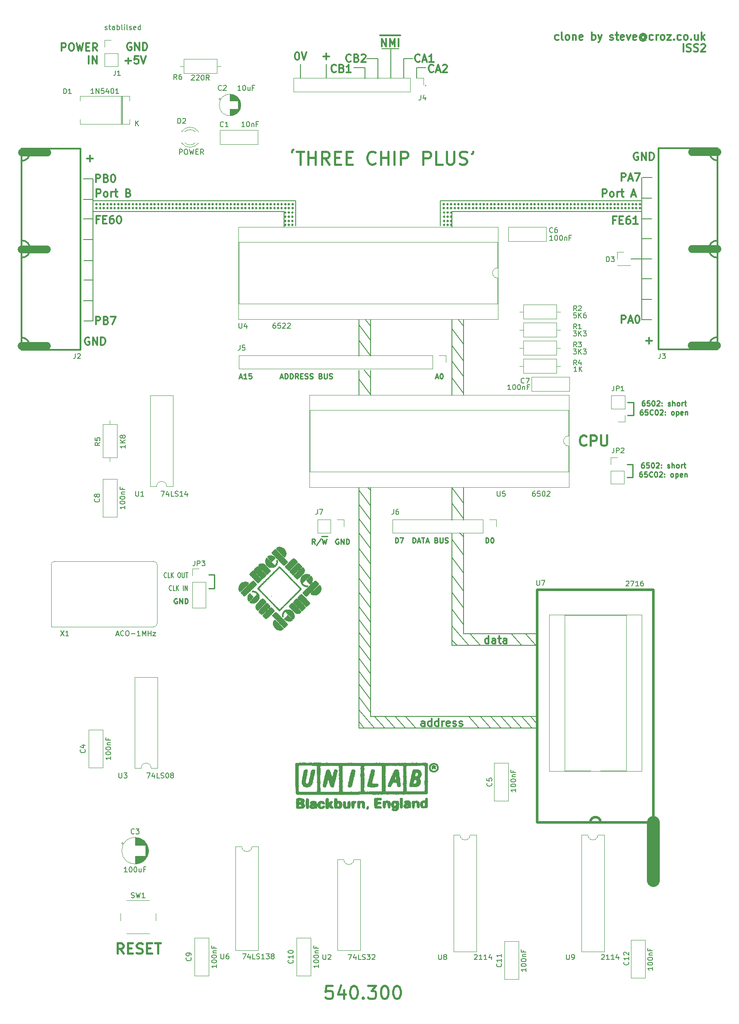
<source format=gto>
G04 #@! TF.GenerationSoftware,KiCad,Pcbnew,(5.0.1-3-g963ef8bb5)*
G04 #@! TF.CreationDate,2021-05-31T16:28:18-07:00*
G04 #@! TF.ProjectId,three chip plus,7468726565206368697020706C75732E,ISS2*
G04 #@! TF.SameCoordinates,Original*
G04 #@! TF.FileFunction,Legend,Top*
G04 #@! TF.FilePolarity,Positive*
%FSLAX46Y46*%
G04 Gerber Fmt 4.6, Leading zero omitted, Abs format (unit mm)*
G04 Created by KiCad (PCBNEW (5.0.1-3-g963ef8bb5)) date Monday, 31 May 2021 at 16:28:18*
%MOMM*%
%LPD*%
G01*
G04 APERTURE LIST*
%ADD10C,0.300000*%
%ADD11C,0.254000*%
%ADD12C,0.200000*%
%ADD13C,0.152400*%
%ADD14C,0.381000*%
%ADD15C,0.190500*%
%ADD16C,0.120000*%
%ADD17C,1.500000*%
%ADD18C,0.508000*%
%ADD19C,2.540000*%
%ADD20C,0.010000*%
%ADD21C,0.150000*%
%ADD22C,0.127000*%
G04 APERTURE END LIST*
D10*
X161560142Y-25316571D02*
X161560142Y-23816571D01*
X162203000Y-25245142D02*
X162417285Y-25316571D01*
X162774428Y-25316571D01*
X162917285Y-25245142D01*
X162988714Y-25173714D01*
X163060142Y-25030857D01*
X163060142Y-24888000D01*
X162988714Y-24745142D01*
X162917285Y-24673714D01*
X162774428Y-24602285D01*
X162488714Y-24530857D01*
X162345857Y-24459428D01*
X162274428Y-24388000D01*
X162203000Y-24245142D01*
X162203000Y-24102285D01*
X162274428Y-23959428D01*
X162345857Y-23888000D01*
X162488714Y-23816571D01*
X162845857Y-23816571D01*
X163060142Y-23888000D01*
X163631571Y-25245142D02*
X163845857Y-25316571D01*
X164203000Y-25316571D01*
X164345857Y-25245142D01*
X164417285Y-25173714D01*
X164488714Y-25030857D01*
X164488714Y-24888000D01*
X164417285Y-24745142D01*
X164345857Y-24673714D01*
X164203000Y-24602285D01*
X163917285Y-24530857D01*
X163774428Y-24459428D01*
X163703000Y-24388000D01*
X163631571Y-24245142D01*
X163631571Y-24102285D01*
X163703000Y-23959428D01*
X163774428Y-23888000D01*
X163917285Y-23816571D01*
X164274428Y-23816571D01*
X164488714Y-23888000D01*
X165060142Y-23959428D02*
X165131571Y-23888000D01*
X165274428Y-23816571D01*
X165631571Y-23816571D01*
X165774428Y-23888000D01*
X165845857Y-23959428D01*
X165917285Y-24102285D01*
X165917285Y-24245142D01*
X165845857Y-24459428D01*
X164988714Y-25316571D01*
X165917285Y-25316571D01*
D11*
X153784904Y-106123619D02*
X153591380Y-106123619D01*
X153494619Y-106172000D01*
X153446238Y-106220380D01*
X153349476Y-106365523D01*
X153301095Y-106559047D01*
X153301095Y-106946095D01*
X153349476Y-107042857D01*
X153397857Y-107091238D01*
X153494619Y-107139619D01*
X153688142Y-107139619D01*
X153784904Y-107091238D01*
X153833285Y-107042857D01*
X153881666Y-106946095D01*
X153881666Y-106704190D01*
X153833285Y-106607428D01*
X153784904Y-106559047D01*
X153688142Y-106510666D01*
X153494619Y-106510666D01*
X153397857Y-106559047D01*
X153349476Y-106607428D01*
X153301095Y-106704190D01*
X154800904Y-106123619D02*
X154317095Y-106123619D01*
X154268714Y-106607428D01*
X154317095Y-106559047D01*
X154413857Y-106510666D01*
X154655761Y-106510666D01*
X154752523Y-106559047D01*
X154800904Y-106607428D01*
X154849285Y-106704190D01*
X154849285Y-106946095D01*
X154800904Y-107042857D01*
X154752523Y-107091238D01*
X154655761Y-107139619D01*
X154413857Y-107139619D01*
X154317095Y-107091238D01*
X154268714Y-107042857D01*
X155478238Y-106123619D02*
X155575000Y-106123619D01*
X155671761Y-106172000D01*
X155720142Y-106220380D01*
X155768523Y-106317142D01*
X155816904Y-106510666D01*
X155816904Y-106752571D01*
X155768523Y-106946095D01*
X155720142Y-107042857D01*
X155671761Y-107091238D01*
X155575000Y-107139619D01*
X155478238Y-107139619D01*
X155381476Y-107091238D01*
X155333095Y-107042857D01*
X155284714Y-106946095D01*
X155236333Y-106752571D01*
X155236333Y-106510666D01*
X155284714Y-106317142D01*
X155333095Y-106220380D01*
X155381476Y-106172000D01*
X155478238Y-106123619D01*
X156203952Y-106220380D02*
X156252333Y-106172000D01*
X156349095Y-106123619D01*
X156591000Y-106123619D01*
X156687761Y-106172000D01*
X156736142Y-106220380D01*
X156784523Y-106317142D01*
X156784523Y-106413904D01*
X156736142Y-106559047D01*
X156155571Y-107139619D01*
X156784523Y-107139619D01*
X157219952Y-107042857D02*
X157268333Y-107091238D01*
X157219952Y-107139619D01*
X157171571Y-107091238D01*
X157219952Y-107042857D01*
X157219952Y-107139619D01*
X157219952Y-106510666D02*
X157268333Y-106559047D01*
X157219952Y-106607428D01*
X157171571Y-106559047D01*
X157219952Y-106510666D01*
X157219952Y-106607428D01*
X158429476Y-107091238D02*
X158526238Y-107139619D01*
X158719761Y-107139619D01*
X158816523Y-107091238D01*
X158864904Y-106994476D01*
X158864904Y-106946095D01*
X158816523Y-106849333D01*
X158719761Y-106800952D01*
X158574619Y-106800952D01*
X158477857Y-106752571D01*
X158429476Y-106655809D01*
X158429476Y-106607428D01*
X158477857Y-106510666D01*
X158574619Y-106462285D01*
X158719761Y-106462285D01*
X158816523Y-106510666D01*
X159300333Y-107139619D02*
X159300333Y-106123619D01*
X159735761Y-107139619D02*
X159735761Y-106607428D01*
X159687380Y-106510666D01*
X159590619Y-106462285D01*
X159445476Y-106462285D01*
X159348714Y-106510666D01*
X159300333Y-106559047D01*
X160364714Y-107139619D02*
X160267952Y-107091238D01*
X160219571Y-107042857D01*
X160171190Y-106946095D01*
X160171190Y-106655809D01*
X160219571Y-106559047D01*
X160267952Y-106510666D01*
X160364714Y-106462285D01*
X160509857Y-106462285D01*
X160606619Y-106510666D01*
X160655000Y-106559047D01*
X160703380Y-106655809D01*
X160703380Y-106946095D01*
X160655000Y-107042857D01*
X160606619Y-107091238D01*
X160509857Y-107139619D01*
X160364714Y-107139619D01*
X161138809Y-107139619D02*
X161138809Y-106462285D01*
X161138809Y-106655809D02*
X161187190Y-106559047D01*
X161235571Y-106510666D01*
X161332333Y-106462285D01*
X161429095Y-106462285D01*
X161622619Y-106462285D02*
X162009666Y-106462285D01*
X161767761Y-106123619D02*
X161767761Y-106994476D01*
X161816142Y-107091238D01*
X161912904Y-107139619D01*
X162009666Y-107139619D01*
X153397857Y-107901619D02*
X153204333Y-107901619D01*
X153107571Y-107950000D01*
X153059190Y-107998380D01*
X152962428Y-108143523D01*
X152914047Y-108337047D01*
X152914047Y-108724095D01*
X152962428Y-108820857D01*
X153010809Y-108869238D01*
X153107571Y-108917619D01*
X153301095Y-108917619D01*
X153397857Y-108869238D01*
X153446238Y-108820857D01*
X153494619Y-108724095D01*
X153494619Y-108482190D01*
X153446238Y-108385428D01*
X153397857Y-108337047D01*
X153301095Y-108288666D01*
X153107571Y-108288666D01*
X153010809Y-108337047D01*
X152962428Y-108385428D01*
X152914047Y-108482190D01*
X154413857Y-107901619D02*
X153930047Y-107901619D01*
X153881666Y-108385428D01*
X153930047Y-108337047D01*
X154026809Y-108288666D01*
X154268714Y-108288666D01*
X154365476Y-108337047D01*
X154413857Y-108385428D01*
X154462238Y-108482190D01*
X154462238Y-108724095D01*
X154413857Y-108820857D01*
X154365476Y-108869238D01*
X154268714Y-108917619D01*
X154026809Y-108917619D01*
X153930047Y-108869238D01*
X153881666Y-108820857D01*
X155478238Y-108820857D02*
X155429857Y-108869238D01*
X155284714Y-108917619D01*
X155187952Y-108917619D01*
X155042809Y-108869238D01*
X154946047Y-108772476D01*
X154897666Y-108675714D01*
X154849285Y-108482190D01*
X154849285Y-108337047D01*
X154897666Y-108143523D01*
X154946047Y-108046761D01*
X155042809Y-107950000D01*
X155187952Y-107901619D01*
X155284714Y-107901619D01*
X155429857Y-107950000D01*
X155478238Y-107998380D01*
X156107190Y-107901619D02*
X156203952Y-107901619D01*
X156300714Y-107950000D01*
X156349095Y-107998380D01*
X156397476Y-108095142D01*
X156445857Y-108288666D01*
X156445857Y-108530571D01*
X156397476Y-108724095D01*
X156349095Y-108820857D01*
X156300714Y-108869238D01*
X156203952Y-108917619D01*
X156107190Y-108917619D01*
X156010428Y-108869238D01*
X155962047Y-108820857D01*
X155913666Y-108724095D01*
X155865285Y-108530571D01*
X155865285Y-108288666D01*
X155913666Y-108095142D01*
X155962047Y-107998380D01*
X156010428Y-107950000D01*
X156107190Y-107901619D01*
X156832904Y-107998380D02*
X156881285Y-107950000D01*
X156978047Y-107901619D01*
X157219952Y-107901619D01*
X157316714Y-107950000D01*
X157365095Y-107998380D01*
X157413476Y-108095142D01*
X157413476Y-108191904D01*
X157365095Y-108337047D01*
X156784523Y-108917619D01*
X157413476Y-108917619D01*
X157848904Y-108820857D02*
X157897285Y-108869238D01*
X157848904Y-108917619D01*
X157800523Y-108869238D01*
X157848904Y-108820857D01*
X157848904Y-108917619D01*
X157848904Y-108288666D02*
X157897285Y-108337047D01*
X157848904Y-108385428D01*
X157800523Y-108337047D01*
X157848904Y-108288666D01*
X157848904Y-108385428D01*
X159251952Y-108917619D02*
X159155190Y-108869238D01*
X159106809Y-108820857D01*
X159058428Y-108724095D01*
X159058428Y-108433809D01*
X159106809Y-108337047D01*
X159155190Y-108288666D01*
X159251952Y-108240285D01*
X159397095Y-108240285D01*
X159493857Y-108288666D01*
X159542238Y-108337047D01*
X159590619Y-108433809D01*
X159590619Y-108724095D01*
X159542238Y-108820857D01*
X159493857Y-108869238D01*
X159397095Y-108917619D01*
X159251952Y-108917619D01*
X160026047Y-108240285D02*
X160026047Y-109256285D01*
X160026047Y-108288666D02*
X160122809Y-108240285D01*
X160316333Y-108240285D01*
X160413095Y-108288666D01*
X160461476Y-108337047D01*
X160509857Y-108433809D01*
X160509857Y-108724095D01*
X160461476Y-108820857D01*
X160413095Y-108869238D01*
X160316333Y-108917619D01*
X160122809Y-108917619D01*
X160026047Y-108869238D01*
X161332333Y-108869238D02*
X161235571Y-108917619D01*
X161042047Y-108917619D01*
X160945285Y-108869238D01*
X160896904Y-108772476D01*
X160896904Y-108385428D01*
X160945285Y-108288666D01*
X161042047Y-108240285D01*
X161235571Y-108240285D01*
X161332333Y-108288666D01*
X161380714Y-108385428D01*
X161380714Y-108482190D01*
X160896904Y-108578952D01*
X161816142Y-108240285D02*
X161816142Y-108917619D01*
X161816142Y-108337047D02*
X161864523Y-108288666D01*
X161961285Y-108240285D01*
X162106428Y-108240285D01*
X162203190Y-108288666D01*
X162251571Y-108385428D01*
X162251571Y-108917619D01*
X153911904Y-93931619D02*
X153718380Y-93931619D01*
X153621619Y-93980000D01*
X153573238Y-94028380D01*
X153476476Y-94173523D01*
X153428095Y-94367047D01*
X153428095Y-94754095D01*
X153476476Y-94850857D01*
X153524857Y-94899238D01*
X153621619Y-94947619D01*
X153815142Y-94947619D01*
X153911904Y-94899238D01*
X153960285Y-94850857D01*
X154008666Y-94754095D01*
X154008666Y-94512190D01*
X153960285Y-94415428D01*
X153911904Y-94367047D01*
X153815142Y-94318666D01*
X153621619Y-94318666D01*
X153524857Y-94367047D01*
X153476476Y-94415428D01*
X153428095Y-94512190D01*
X154927904Y-93931619D02*
X154444095Y-93931619D01*
X154395714Y-94415428D01*
X154444095Y-94367047D01*
X154540857Y-94318666D01*
X154782761Y-94318666D01*
X154879523Y-94367047D01*
X154927904Y-94415428D01*
X154976285Y-94512190D01*
X154976285Y-94754095D01*
X154927904Y-94850857D01*
X154879523Y-94899238D01*
X154782761Y-94947619D01*
X154540857Y-94947619D01*
X154444095Y-94899238D01*
X154395714Y-94850857D01*
X155605238Y-93931619D02*
X155702000Y-93931619D01*
X155798761Y-93980000D01*
X155847142Y-94028380D01*
X155895523Y-94125142D01*
X155943904Y-94318666D01*
X155943904Y-94560571D01*
X155895523Y-94754095D01*
X155847142Y-94850857D01*
X155798761Y-94899238D01*
X155702000Y-94947619D01*
X155605238Y-94947619D01*
X155508476Y-94899238D01*
X155460095Y-94850857D01*
X155411714Y-94754095D01*
X155363333Y-94560571D01*
X155363333Y-94318666D01*
X155411714Y-94125142D01*
X155460095Y-94028380D01*
X155508476Y-93980000D01*
X155605238Y-93931619D01*
X156330952Y-94028380D02*
X156379333Y-93980000D01*
X156476095Y-93931619D01*
X156718000Y-93931619D01*
X156814761Y-93980000D01*
X156863142Y-94028380D01*
X156911523Y-94125142D01*
X156911523Y-94221904D01*
X156863142Y-94367047D01*
X156282571Y-94947619D01*
X156911523Y-94947619D01*
X157346952Y-94850857D02*
X157395333Y-94899238D01*
X157346952Y-94947619D01*
X157298571Y-94899238D01*
X157346952Y-94850857D01*
X157346952Y-94947619D01*
X157346952Y-94318666D02*
X157395333Y-94367047D01*
X157346952Y-94415428D01*
X157298571Y-94367047D01*
X157346952Y-94318666D01*
X157346952Y-94415428D01*
X158556476Y-94899238D02*
X158653238Y-94947619D01*
X158846761Y-94947619D01*
X158943523Y-94899238D01*
X158991904Y-94802476D01*
X158991904Y-94754095D01*
X158943523Y-94657333D01*
X158846761Y-94608952D01*
X158701619Y-94608952D01*
X158604857Y-94560571D01*
X158556476Y-94463809D01*
X158556476Y-94415428D01*
X158604857Y-94318666D01*
X158701619Y-94270285D01*
X158846761Y-94270285D01*
X158943523Y-94318666D01*
X159427333Y-94947619D02*
X159427333Y-93931619D01*
X159862761Y-94947619D02*
X159862761Y-94415428D01*
X159814380Y-94318666D01*
X159717619Y-94270285D01*
X159572476Y-94270285D01*
X159475714Y-94318666D01*
X159427333Y-94367047D01*
X160491714Y-94947619D02*
X160394952Y-94899238D01*
X160346571Y-94850857D01*
X160298190Y-94754095D01*
X160298190Y-94463809D01*
X160346571Y-94367047D01*
X160394952Y-94318666D01*
X160491714Y-94270285D01*
X160636857Y-94270285D01*
X160733619Y-94318666D01*
X160782000Y-94367047D01*
X160830380Y-94463809D01*
X160830380Y-94754095D01*
X160782000Y-94850857D01*
X160733619Y-94899238D01*
X160636857Y-94947619D01*
X160491714Y-94947619D01*
X161265809Y-94947619D02*
X161265809Y-94270285D01*
X161265809Y-94463809D02*
X161314190Y-94367047D01*
X161362571Y-94318666D01*
X161459333Y-94270285D01*
X161556095Y-94270285D01*
X161749619Y-94270285D02*
X162136666Y-94270285D01*
X161894761Y-93931619D02*
X161894761Y-94802476D01*
X161943142Y-94899238D01*
X162039904Y-94947619D01*
X162136666Y-94947619D01*
X153524857Y-95709619D02*
X153331333Y-95709619D01*
X153234571Y-95758000D01*
X153186190Y-95806380D01*
X153089428Y-95951523D01*
X153041047Y-96145047D01*
X153041047Y-96532095D01*
X153089428Y-96628857D01*
X153137809Y-96677238D01*
X153234571Y-96725619D01*
X153428095Y-96725619D01*
X153524857Y-96677238D01*
X153573238Y-96628857D01*
X153621619Y-96532095D01*
X153621619Y-96290190D01*
X153573238Y-96193428D01*
X153524857Y-96145047D01*
X153428095Y-96096666D01*
X153234571Y-96096666D01*
X153137809Y-96145047D01*
X153089428Y-96193428D01*
X153041047Y-96290190D01*
X154540857Y-95709619D02*
X154057047Y-95709619D01*
X154008666Y-96193428D01*
X154057047Y-96145047D01*
X154153809Y-96096666D01*
X154395714Y-96096666D01*
X154492476Y-96145047D01*
X154540857Y-96193428D01*
X154589238Y-96290190D01*
X154589238Y-96532095D01*
X154540857Y-96628857D01*
X154492476Y-96677238D01*
X154395714Y-96725619D01*
X154153809Y-96725619D01*
X154057047Y-96677238D01*
X154008666Y-96628857D01*
X155605238Y-96628857D02*
X155556857Y-96677238D01*
X155411714Y-96725619D01*
X155314952Y-96725619D01*
X155169809Y-96677238D01*
X155073047Y-96580476D01*
X155024666Y-96483714D01*
X154976285Y-96290190D01*
X154976285Y-96145047D01*
X155024666Y-95951523D01*
X155073047Y-95854761D01*
X155169809Y-95758000D01*
X155314952Y-95709619D01*
X155411714Y-95709619D01*
X155556857Y-95758000D01*
X155605238Y-95806380D01*
X156234190Y-95709619D02*
X156330952Y-95709619D01*
X156427714Y-95758000D01*
X156476095Y-95806380D01*
X156524476Y-95903142D01*
X156572857Y-96096666D01*
X156572857Y-96338571D01*
X156524476Y-96532095D01*
X156476095Y-96628857D01*
X156427714Y-96677238D01*
X156330952Y-96725619D01*
X156234190Y-96725619D01*
X156137428Y-96677238D01*
X156089047Y-96628857D01*
X156040666Y-96532095D01*
X155992285Y-96338571D01*
X155992285Y-96096666D01*
X156040666Y-95903142D01*
X156089047Y-95806380D01*
X156137428Y-95758000D01*
X156234190Y-95709619D01*
X156959904Y-95806380D02*
X157008285Y-95758000D01*
X157105047Y-95709619D01*
X157346952Y-95709619D01*
X157443714Y-95758000D01*
X157492095Y-95806380D01*
X157540476Y-95903142D01*
X157540476Y-95999904D01*
X157492095Y-96145047D01*
X156911523Y-96725619D01*
X157540476Y-96725619D01*
X157975904Y-96628857D02*
X158024285Y-96677238D01*
X157975904Y-96725619D01*
X157927523Y-96677238D01*
X157975904Y-96628857D01*
X157975904Y-96725619D01*
X157975904Y-96096666D02*
X158024285Y-96145047D01*
X157975904Y-96193428D01*
X157927523Y-96145047D01*
X157975904Y-96096666D01*
X157975904Y-96193428D01*
X159378952Y-96725619D02*
X159282190Y-96677238D01*
X159233809Y-96628857D01*
X159185428Y-96532095D01*
X159185428Y-96241809D01*
X159233809Y-96145047D01*
X159282190Y-96096666D01*
X159378952Y-96048285D01*
X159524095Y-96048285D01*
X159620857Y-96096666D01*
X159669238Y-96145047D01*
X159717619Y-96241809D01*
X159717619Y-96532095D01*
X159669238Y-96628857D01*
X159620857Y-96677238D01*
X159524095Y-96725619D01*
X159378952Y-96725619D01*
X160153047Y-96048285D02*
X160153047Y-97064285D01*
X160153047Y-96096666D02*
X160249809Y-96048285D01*
X160443333Y-96048285D01*
X160540095Y-96096666D01*
X160588476Y-96145047D01*
X160636857Y-96241809D01*
X160636857Y-96532095D01*
X160588476Y-96628857D01*
X160540095Y-96677238D01*
X160443333Y-96725619D01*
X160249809Y-96725619D01*
X160153047Y-96677238D01*
X161459333Y-96677238D02*
X161362571Y-96725619D01*
X161169047Y-96725619D01*
X161072285Y-96677238D01*
X161023904Y-96580476D01*
X161023904Y-96193428D01*
X161072285Y-96096666D01*
X161169047Y-96048285D01*
X161362571Y-96048285D01*
X161459333Y-96096666D01*
X161507714Y-96193428D01*
X161507714Y-96290190D01*
X161023904Y-96386952D01*
X161943142Y-96048285D02*
X161943142Y-96725619D01*
X161943142Y-96145047D02*
X161991523Y-96096666D01*
X162088285Y-96048285D01*
X162233428Y-96048285D01*
X162330190Y-96096666D01*
X162378571Y-96193428D01*
X162378571Y-96725619D01*
X151765000Y-94234000D02*
X151765000Y-96774000D01*
X151638000Y-106426000D02*
X151638000Y-108966000D01*
X150495000Y-108966000D02*
X151638000Y-108966000D01*
X150495000Y-106426000D02*
X151638000Y-106426000D01*
X150622000Y-96774000D02*
X151765000Y-96774000D01*
X150622000Y-94234000D02*
X151765000Y-94234000D01*
D10*
X96155000Y-27205714D02*
X96083571Y-27277142D01*
X95869285Y-27348571D01*
X95726428Y-27348571D01*
X95512142Y-27277142D01*
X95369285Y-27134285D01*
X95297857Y-26991428D01*
X95226428Y-26705714D01*
X95226428Y-26491428D01*
X95297857Y-26205714D01*
X95369285Y-26062857D01*
X95512142Y-25920000D01*
X95726428Y-25848571D01*
X95869285Y-25848571D01*
X96083571Y-25920000D01*
X96155000Y-25991428D01*
X97297857Y-26562857D02*
X97512142Y-26634285D01*
X97583571Y-26705714D01*
X97655000Y-26848571D01*
X97655000Y-27062857D01*
X97583571Y-27205714D01*
X97512142Y-27277142D01*
X97369285Y-27348571D01*
X96797857Y-27348571D01*
X96797857Y-25848571D01*
X97297857Y-25848571D01*
X97440714Y-25920000D01*
X97512142Y-25991428D01*
X97583571Y-26134285D01*
X97583571Y-26277142D01*
X97512142Y-26420000D01*
X97440714Y-26491428D01*
X97297857Y-26562857D01*
X96797857Y-26562857D01*
X98226428Y-25991428D02*
X98297857Y-25920000D01*
X98440714Y-25848571D01*
X98797857Y-25848571D01*
X98940714Y-25920000D01*
X99012142Y-25991428D01*
X99083571Y-26134285D01*
X99083571Y-26277142D01*
X99012142Y-26491428D01*
X98155000Y-27348571D01*
X99083571Y-27348571D01*
X93234000Y-29237714D02*
X93162571Y-29309142D01*
X92948285Y-29380571D01*
X92805428Y-29380571D01*
X92591142Y-29309142D01*
X92448285Y-29166285D01*
X92376857Y-29023428D01*
X92305428Y-28737714D01*
X92305428Y-28523428D01*
X92376857Y-28237714D01*
X92448285Y-28094857D01*
X92591142Y-27952000D01*
X92805428Y-27880571D01*
X92948285Y-27880571D01*
X93162571Y-27952000D01*
X93234000Y-28023428D01*
X94376857Y-28594857D02*
X94591142Y-28666285D01*
X94662571Y-28737714D01*
X94734000Y-28880571D01*
X94734000Y-29094857D01*
X94662571Y-29237714D01*
X94591142Y-29309142D01*
X94448285Y-29380571D01*
X93876857Y-29380571D01*
X93876857Y-27880571D01*
X94376857Y-27880571D01*
X94519714Y-27952000D01*
X94591142Y-28023428D01*
X94662571Y-28166285D01*
X94662571Y-28309142D01*
X94591142Y-28452000D01*
X94519714Y-28523428D01*
X94376857Y-28594857D01*
X93876857Y-28594857D01*
X96162571Y-29380571D02*
X95305428Y-29380571D01*
X95734000Y-29380571D02*
X95734000Y-27880571D01*
X95591142Y-28094857D01*
X95448285Y-28237714D01*
X95305428Y-28309142D01*
D12*
X98933000Y-28448000D02*
X96774000Y-28448000D01*
X98933000Y-30607000D02*
X98933000Y-28448000D01*
X101473000Y-26670000D02*
X99314000Y-26670000D01*
X101473000Y-30607000D02*
X101473000Y-26670000D01*
D10*
X101886000Y-22152000D02*
X103457428Y-22152000D01*
X102243142Y-24300571D02*
X102243142Y-22800571D01*
X103100285Y-24300571D01*
X103100285Y-22800571D01*
X103457428Y-22152000D02*
X105171714Y-22152000D01*
X103814571Y-24300571D02*
X103814571Y-22800571D01*
X104314571Y-23872000D01*
X104814571Y-22800571D01*
X104814571Y-24300571D01*
X105171714Y-22152000D02*
X105886000Y-22152000D01*
X105528857Y-24300571D02*
X105528857Y-22800571D01*
X109724142Y-27205714D02*
X109652714Y-27277142D01*
X109438428Y-27348571D01*
X109295571Y-27348571D01*
X109081285Y-27277142D01*
X108938428Y-27134285D01*
X108867000Y-26991428D01*
X108795571Y-26705714D01*
X108795571Y-26491428D01*
X108867000Y-26205714D01*
X108938428Y-26062857D01*
X109081285Y-25920000D01*
X109295571Y-25848571D01*
X109438428Y-25848571D01*
X109652714Y-25920000D01*
X109724142Y-25991428D01*
X110295571Y-26920000D02*
X111009857Y-26920000D01*
X110152714Y-27348571D02*
X110652714Y-25848571D01*
X111152714Y-27348571D01*
X112438428Y-27348571D02*
X111581285Y-27348571D01*
X112009857Y-27348571D02*
X112009857Y-25848571D01*
X111867000Y-26062857D01*
X111724142Y-26205714D01*
X111581285Y-26277142D01*
X112391142Y-29237714D02*
X112319714Y-29309142D01*
X112105428Y-29380571D01*
X111962571Y-29380571D01*
X111748285Y-29309142D01*
X111605428Y-29166285D01*
X111534000Y-29023428D01*
X111462571Y-28737714D01*
X111462571Y-28523428D01*
X111534000Y-28237714D01*
X111605428Y-28094857D01*
X111748285Y-27952000D01*
X111962571Y-27880571D01*
X112105428Y-27880571D01*
X112319714Y-27952000D01*
X112391142Y-28023428D01*
X112962571Y-28952000D02*
X113676857Y-28952000D01*
X112819714Y-29380571D02*
X113319714Y-27880571D01*
X113819714Y-29380571D01*
X114248285Y-28023428D02*
X114319714Y-27952000D01*
X114462571Y-27880571D01*
X114819714Y-27880571D01*
X114962571Y-27952000D01*
X115034000Y-28023428D01*
X115105428Y-28166285D01*
X115105428Y-28309142D01*
X115034000Y-28523428D01*
X114176857Y-29380571D01*
X115105428Y-29380571D01*
D12*
X102235000Y-24765000D02*
X105664000Y-24765000D01*
X104013000Y-30480000D02*
X104013000Y-24765000D01*
X106553000Y-26670000D02*
X108331000Y-26670000D01*
X106553000Y-30480000D02*
X106553000Y-26670000D01*
X109093000Y-28448000D02*
X110871000Y-28448000D01*
X109093000Y-30480000D02*
X109093000Y-28448000D01*
D10*
X90741571Y-26269142D02*
X91884428Y-26269142D01*
X91313000Y-26840571D02*
X91313000Y-25697714D01*
D12*
X91313000Y-30480000D02*
X91313000Y-27813000D01*
X86233000Y-30480000D02*
X86233000Y-27813000D01*
D10*
X46021857Y-78910571D02*
X46021857Y-77410571D01*
X46593285Y-77410571D01*
X46736142Y-77482000D01*
X46807571Y-77553428D01*
X46879000Y-77696285D01*
X46879000Y-77910571D01*
X46807571Y-78053428D01*
X46736142Y-78124857D01*
X46593285Y-78196285D01*
X46021857Y-78196285D01*
X48021857Y-78124857D02*
X48236142Y-78196285D01*
X48307571Y-78267714D01*
X48379000Y-78410571D01*
X48379000Y-78624857D01*
X48307571Y-78767714D01*
X48236142Y-78839142D01*
X48093285Y-78910571D01*
X47521857Y-78910571D01*
X47521857Y-77410571D01*
X48021857Y-77410571D01*
X48164714Y-77482000D01*
X48236142Y-77553428D01*
X48307571Y-77696285D01*
X48307571Y-77839142D01*
X48236142Y-77982000D01*
X48164714Y-78053428D01*
X48021857Y-78124857D01*
X47521857Y-78124857D01*
X48879000Y-77410571D02*
X49879000Y-77410571D01*
X49236142Y-78910571D01*
X46021857Y-50970571D02*
X46021857Y-49470571D01*
X46593285Y-49470571D01*
X46736142Y-49542000D01*
X46807571Y-49613428D01*
X46879000Y-49756285D01*
X46879000Y-49970571D01*
X46807571Y-50113428D01*
X46736142Y-50184857D01*
X46593285Y-50256285D01*
X46021857Y-50256285D01*
X48021857Y-50184857D02*
X48236142Y-50256285D01*
X48307571Y-50327714D01*
X48379000Y-50470571D01*
X48379000Y-50684857D01*
X48307571Y-50827714D01*
X48236142Y-50899142D01*
X48093285Y-50970571D01*
X47521857Y-50970571D01*
X47521857Y-49470571D01*
X48021857Y-49470571D01*
X48164714Y-49542000D01*
X48236142Y-49613428D01*
X48307571Y-49756285D01*
X48307571Y-49899142D01*
X48236142Y-50042000D01*
X48164714Y-50113428D01*
X48021857Y-50184857D01*
X47521857Y-50184857D01*
X49307571Y-49470571D02*
X49450428Y-49470571D01*
X49593285Y-49542000D01*
X49664714Y-49613428D01*
X49736142Y-49756285D01*
X49807571Y-50042000D01*
X49807571Y-50399142D01*
X49736142Y-50684857D01*
X49664714Y-50827714D01*
X49593285Y-50899142D01*
X49450428Y-50970571D01*
X49307571Y-50970571D01*
X49164714Y-50899142D01*
X49093285Y-50827714D01*
X49021857Y-50684857D01*
X48950428Y-50399142D01*
X48950428Y-50042000D01*
X49021857Y-49756285D01*
X49093285Y-49613428D01*
X49164714Y-49542000D01*
X49307571Y-49470571D01*
X149380000Y-50716571D02*
X149380000Y-49216571D01*
X149951428Y-49216571D01*
X150094285Y-49288000D01*
X150165714Y-49359428D01*
X150237142Y-49502285D01*
X150237142Y-49716571D01*
X150165714Y-49859428D01*
X150094285Y-49930857D01*
X149951428Y-50002285D01*
X149380000Y-50002285D01*
X150808571Y-50288000D02*
X151522857Y-50288000D01*
X150665714Y-50716571D02*
X151165714Y-49216571D01*
X151665714Y-50716571D01*
X152022857Y-49216571D02*
X153022857Y-49216571D01*
X152380000Y-50716571D01*
X149380000Y-78656571D02*
X149380000Y-77156571D01*
X149951428Y-77156571D01*
X150094285Y-77228000D01*
X150165714Y-77299428D01*
X150237142Y-77442285D01*
X150237142Y-77656571D01*
X150165714Y-77799428D01*
X150094285Y-77870857D01*
X149951428Y-77942285D01*
X149380000Y-77942285D01*
X150808571Y-78228000D02*
X151522857Y-78228000D01*
X150665714Y-78656571D02*
X151165714Y-77156571D01*
X151665714Y-78656571D01*
X152451428Y-77156571D02*
X152594285Y-77156571D01*
X152737142Y-77228000D01*
X152808571Y-77299428D01*
X152880000Y-77442285D01*
X152951428Y-77728000D01*
X152951428Y-78085142D01*
X152880000Y-78370857D01*
X152808571Y-78513714D01*
X152737142Y-78585142D01*
X152594285Y-78656571D01*
X152451428Y-78656571D01*
X152308571Y-78585142D01*
X152237142Y-78513714D01*
X152165714Y-78370857D01*
X152094285Y-78085142D01*
X152094285Y-77728000D01*
X152165714Y-77442285D01*
X152237142Y-77299428D01*
X152308571Y-77228000D01*
X152451428Y-77156571D01*
D12*
X153416000Y-66040000D02*
X151257000Y-66040000D01*
X110871000Y-31877000D02*
X110871000Y-32004000D01*
D10*
X85518714Y-25467571D02*
X85661571Y-25467571D01*
X85804428Y-25539000D01*
X85875857Y-25610428D01*
X85947285Y-25753285D01*
X86018714Y-26039000D01*
X86018714Y-26396142D01*
X85947285Y-26681857D01*
X85875857Y-26824714D01*
X85804428Y-26896142D01*
X85661571Y-26967571D01*
X85518714Y-26967571D01*
X85375857Y-26896142D01*
X85304428Y-26824714D01*
X85233000Y-26681857D01*
X85161571Y-26396142D01*
X85161571Y-26039000D01*
X85233000Y-25753285D01*
X85304428Y-25610428D01*
X85375857Y-25539000D01*
X85518714Y-25467571D01*
X86447285Y-25467571D02*
X86947285Y-26967571D01*
X87447285Y-25467571D01*
D13*
X47800380Y-20985238D02*
X47897142Y-21033619D01*
X48090666Y-21033619D01*
X48187428Y-20985238D01*
X48235809Y-20888476D01*
X48235809Y-20840095D01*
X48187428Y-20743333D01*
X48090666Y-20694952D01*
X47945523Y-20694952D01*
X47848761Y-20646571D01*
X47800380Y-20549809D01*
X47800380Y-20501428D01*
X47848761Y-20404666D01*
X47945523Y-20356285D01*
X48090666Y-20356285D01*
X48187428Y-20404666D01*
X48526095Y-20356285D02*
X48913142Y-20356285D01*
X48671238Y-20017619D02*
X48671238Y-20888476D01*
X48719619Y-20985238D01*
X48816380Y-21033619D01*
X48913142Y-21033619D01*
X49687238Y-21033619D02*
X49687238Y-20501428D01*
X49638857Y-20404666D01*
X49542095Y-20356285D01*
X49348571Y-20356285D01*
X49251809Y-20404666D01*
X49687238Y-20985238D02*
X49590476Y-21033619D01*
X49348571Y-21033619D01*
X49251809Y-20985238D01*
X49203428Y-20888476D01*
X49203428Y-20791714D01*
X49251809Y-20694952D01*
X49348571Y-20646571D01*
X49590476Y-20646571D01*
X49687238Y-20598190D01*
X50171047Y-21033619D02*
X50171047Y-20017619D01*
X50171047Y-20404666D02*
X50267809Y-20356285D01*
X50461333Y-20356285D01*
X50558095Y-20404666D01*
X50606476Y-20453047D01*
X50654857Y-20549809D01*
X50654857Y-20840095D01*
X50606476Y-20936857D01*
X50558095Y-20985238D01*
X50461333Y-21033619D01*
X50267809Y-21033619D01*
X50171047Y-20985238D01*
X51235428Y-21033619D02*
X51138666Y-20985238D01*
X51090285Y-20888476D01*
X51090285Y-20017619D01*
X51622476Y-21033619D02*
X51622476Y-20356285D01*
X51622476Y-20017619D02*
X51574095Y-20066000D01*
X51622476Y-20114380D01*
X51670857Y-20066000D01*
X51622476Y-20017619D01*
X51622476Y-20114380D01*
X52251428Y-21033619D02*
X52154666Y-20985238D01*
X52106285Y-20888476D01*
X52106285Y-20017619D01*
X52590095Y-20985238D02*
X52686857Y-21033619D01*
X52880380Y-21033619D01*
X52977142Y-20985238D01*
X53025523Y-20888476D01*
X53025523Y-20840095D01*
X52977142Y-20743333D01*
X52880380Y-20694952D01*
X52735238Y-20694952D01*
X52638476Y-20646571D01*
X52590095Y-20549809D01*
X52590095Y-20501428D01*
X52638476Y-20404666D01*
X52735238Y-20356285D01*
X52880380Y-20356285D01*
X52977142Y-20404666D01*
X53848000Y-20985238D02*
X53751238Y-21033619D01*
X53557714Y-21033619D01*
X53460952Y-20985238D01*
X53412571Y-20888476D01*
X53412571Y-20501428D01*
X53460952Y-20404666D01*
X53557714Y-20356285D01*
X53751238Y-20356285D01*
X53848000Y-20404666D01*
X53896380Y-20501428D01*
X53896380Y-20598190D01*
X53412571Y-20694952D01*
X54767238Y-21033619D02*
X54767238Y-20017619D01*
X54767238Y-20985238D02*
X54670476Y-21033619D01*
X54476952Y-21033619D01*
X54380190Y-20985238D01*
X54331809Y-20936857D01*
X54283428Y-20840095D01*
X54283428Y-20549809D01*
X54331809Y-20453047D01*
X54380190Y-20404666D01*
X54476952Y-20356285D01*
X54670476Y-20356285D01*
X54767238Y-20404666D01*
D10*
X51792428Y-27158142D02*
X52935285Y-27158142D01*
X52363857Y-27729571D02*
X52363857Y-26586714D01*
X54363857Y-26229571D02*
X53649571Y-26229571D01*
X53578142Y-26943857D01*
X53649571Y-26872428D01*
X53792428Y-26801000D01*
X54149571Y-26801000D01*
X54292428Y-26872428D01*
X54363857Y-26943857D01*
X54435285Y-27086714D01*
X54435285Y-27443857D01*
X54363857Y-27586714D01*
X54292428Y-27658142D01*
X54149571Y-27729571D01*
X53792428Y-27729571D01*
X53649571Y-27658142D01*
X53578142Y-27586714D01*
X54863857Y-26229571D02*
X55363857Y-27729571D01*
X55863857Y-26229571D01*
X52959142Y-23634000D02*
X52816285Y-23562571D01*
X52602000Y-23562571D01*
X52387714Y-23634000D01*
X52244857Y-23776857D01*
X52173428Y-23919714D01*
X52102000Y-24205428D01*
X52102000Y-24419714D01*
X52173428Y-24705428D01*
X52244857Y-24848285D01*
X52387714Y-24991142D01*
X52602000Y-25062571D01*
X52744857Y-25062571D01*
X52959142Y-24991142D01*
X53030571Y-24919714D01*
X53030571Y-24419714D01*
X52744857Y-24419714D01*
X53673428Y-25062571D02*
X53673428Y-23562571D01*
X54530571Y-25062571D01*
X54530571Y-23562571D01*
X55244857Y-25062571D02*
X55244857Y-23562571D01*
X55602000Y-23562571D01*
X55816285Y-23634000D01*
X55959142Y-23776857D01*
X56030571Y-23919714D01*
X56102000Y-24205428D01*
X56102000Y-24419714D01*
X56030571Y-24705428D01*
X55959142Y-24848285D01*
X55816285Y-24991142D01*
X55602000Y-25062571D01*
X55244857Y-25062571D01*
X39255285Y-25184571D02*
X39255285Y-23684571D01*
X39826714Y-23684571D01*
X39969571Y-23756000D01*
X40041000Y-23827428D01*
X40112428Y-23970285D01*
X40112428Y-24184571D01*
X40041000Y-24327428D01*
X39969571Y-24398857D01*
X39826714Y-24470285D01*
X39255285Y-24470285D01*
X41041000Y-23684571D02*
X41326714Y-23684571D01*
X41469571Y-23756000D01*
X41612428Y-23898857D01*
X41683857Y-24184571D01*
X41683857Y-24684571D01*
X41612428Y-24970285D01*
X41469571Y-25113142D01*
X41326714Y-25184571D01*
X41041000Y-25184571D01*
X40898142Y-25113142D01*
X40755285Y-24970285D01*
X40683857Y-24684571D01*
X40683857Y-24184571D01*
X40755285Y-23898857D01*
X40898142Y-23756000D01*
X41041000Y-23684571D01*
X42183857Y-23684571D02*
X42541000Y-25184571D01*
X42826714Y-24113142D01*
X43112428Y-25184571D01*
X43469571Y-23684571D01*
X44041000Y-24398857D02*
X44541000Y-24398857D01*
X44755285Y-25184571D02*
X44041000Y-25184571D01*
X44041000Y-23684571D01*
X44755285Y-23684571D01*
X46255285Y-25184571D02*
X45755285Y-24470285D01*
X45398142Y-25184571D02*
X45398142Y-23684571D01*
X45969571Y-23684571D01*
X46112428Y-23756000D01*
X46183857Y-23827428D01*
X46255285Y-23970285D01*
X46255285Y-24184571D01*
X46183857Y-24327428D01*
X46112428Y-24398857D01*
X45969571Y-24470285D01*
X45398142Y-24470285D01*
X44612428Y-27734571D02*
X44612428Y-26234571D01*
X45326714Y-27734571D02*
X45326714Y-26234571D01*
X46183857Y-27734571D01*
X46183857Y-26234571D01*
X148221142Y-58439857D02*
X147721142Y-58439857D01*
X147721142Y-59225571D02*
X147721142Y-57725571D01*
X148435428Y-57725571D01*
X149006857Y-58439857D02*
X149506857Y-58439857D01*
X149721142Y-59225571D02*
X149006857Y-59225571D01*
X149006857Y-57725571D01*
X149721142Y-57725571D01*
X151006857Y-57725571D02*
X150721142Y-57725571D01*
X150578285Y-57797000D01*
X150506857Y-57868428D01*
X150364000Y-58082714D01*
X150292571Y-58368428D01*
X150292571Y-58939857D01*
X150364000Y-59082714D01*
X150435428Y-59154142D01*
X150578285Y-59225571D01*
X150864000Y-59225571D01*
X151006857Y-59154142D01*
X151078285Y-59082714D01*
X151149714Y-58939857D01*
X151149714Y-58582714D01*
X151078285Y-58439857D01*
X151006857Y-58368428D01*
X150864000Y-58297000D01*
X150578285Y-58297000D01*
X150435428Y-58368428D01*
X150364000Y-58439857D01*
X150292571Y-58582714D01*
X152578285Y-59225571D02*
X151721142Y-59225571D01*
X152149714Y-59225571D02*
X152149714Y-57725571D01*
X152006857Y-57939857D01*
X151864000Y-58082714D01*
X151721142Y-58154142D01*
X46621142Y-58312857D02*
X46121142Y-58312857D01*
X46121142Y-59098571D02*
X46121142Y-57598571D01*
X46835428Y-57598571D01*
X47406857Y-58312857D02*
X47906857Y-58312857D01*
X48121142Y-59098571D02*
X47406857Y-59098571D01*
X47406857Y-57598571D01*
X48121142Y-57598571D01*
X49406857Y-57598571D02*
X49121142Y-57598571D01*
X48978285Y-57670000D01*
X48906857Y-57741428D01*
X48764000Y-57955714D01*
X48692571Y-58241428D01*
X48692571Y-58812857D01*
X48764000Y-58955714D01*
X48835428Y-59027142D01*
X48978285Y-59098571D01*
X49264000Y-59098571D01*
X49406857Y-59027142D01*
X49478285Y-58955714D01*
X49549714Y-58812857D01*
X49549714Y-58455714D01*
X49478285Y-58312857D01*
X49406857Y-58241428D01*
X49264000Y-58170000D01*
X48978285Y-58170000D01*
X48835428Y-58241428D01*
X48764000Y-58312857D01*
X48692571Y-58455714D01*
X50478285Y-57598571D02*
X50621142Y-57598571D01*
X50764000Y-57670000D01*
X50835428Y-57741428D01*
X50906857Y-57884285D01*
X50978285Y-58170000D01*
X50978285Y-58527142D01*
X50906857Y-58812857D01*
X50835428Y-58955714D01*
X50764000Y-59027142D01*
X50621142Y-59098571D01*
X50478285Y-59098571D01*
X50335428Y-59027142D01*
X50264000Y-58955714D01*
X50192571Y-58812857D01*
X50121142Y-58527142D01*
X50121142Y-58170000D01*
X50192571Y-57884285D01*
X50264000Y-57741428D01*
X50335428Y-57670000D01*
X50478285Y-57598571D01*
X46117285Y-53891571D02*
X46117285Y-52391571D01*
X46688714Y-52391571D01*
X46831571Y-52463000D01*
X46903000Y-52534428D01*
X46974428Y-52677285D01*
X46974428Y-52891571D01*
X46903000Y-53034428D01*
X46831571Y-53105857D01*
X46688714Y-53177285D01*
X46117285Y-53177285D01*
X47831571Y-53891571D02*
X47688714Y-53820142D01*
X47617285Y-53748714D01*
X47545857Y-53605857D01*
X47545857Y-53177285D01*
X47617285Y-53034428D01*
X47688714Y-52963000D01*
X47831571Y-52891571D01*
X48045857Y-52891571D01*
X48188714Y-52963000D01*
X48260142Y-53034428D01*
X48331571Y-53177285D01*
X48331571Y-53605857D01*
X48260142Y-53748714D01*
X48188714Y-53820142D01*
X48045857Y-53891571D01*
X47831571Y-53891571D01*
X48974428Y-53891571D02*
X48974428Y-52891571D01*
X48974428Y-53177285D02*
X49045857Y-53034428D01*
X49117285Y-52963000D01*
X49260142Y-52891571D01*
X49403000Y-52891571D01*
X49688714Y-52891571D02*
X50260142Y-52891571D01*
X49903000Y-52391571D02*
X49903000Y-53677285D01*
X49974428Y-53820142D01*
X50117285Y-53891571D01*
X50260142Y-53891571D01*
X52403000Y-53105857D02*
X52617285Y-53177285D01*
X52688714Y-53248714D01*
X52760142Y-53391571D01*
X52760142Y-53605857D01*
X52688714Y-53748714D01*
X52617285Y-53820142D01*
X52474428Y-53891571D01*
X51903000Y-53891571D01*
X51903000Y-52391571D01*
X52403000Y-52391571D01*
X52545857Y-52463000D01*
X52617285Y-52534428D01*
X52688714Y-52677285D01*
X52688714Y-52820142D01*
X52617285Y-52963000D01*
X52545857Y-53034428D01*
X52403000Y-53105857D01*
X51903000Y-53105857D01*
X145665428Y-53891571D02*
X145665428Y-52391571D01*
X146236857Y-52391571D01*
X146379714Y-52463000D01*
X146451142Y-52534428D01*
X146522571Y-52677285D01*
X146522571Y-52891571D01*
X146451142Y-53034428D01*
X146379714Y-53105857D01*
X146236857Y-53177285D01*
X145665428Y-53177285D01*
X147379714Y-53891571D02*
X147236857Y-53820142D01*
X147165428Y-53748714D01*
X147094000Y-53605857D01*
X147094000Y-53177285D01*
X147165428Y-53034428D01*
X147236857Y-52963000D01*
X147379714Y-52891571D01*
X147594000Y-52891571D01*
X147736857Y-52963000D01*
X147808285Y-53034428D01*
X147879714Y-53177285D01*
X147879714Y-53605857D01*
X147808285Y-53748714D01*
X147736857Y-53820142D01*
X147594000Y-53891571D01*
X147379714Y-53891571D01*
X148522571Y-53891571D02*
X148522571Y-52891571D01*
X148522571Y-53177285D02*
X148594000Y-53034428D01*
X148665428Y-52963000D01*
X148808285Y-52891571D01*
X148951142Y-52891571D01*
X149236857Y-52891571D02*
X149808285Y-52891571D01*
X149451142Y-52391571D02*
X149451142Y-53677285D01*
X149522571Y-53820142D01*
X149665428Y-53891571D01*
X149808285Y-53891571D01*
X151379714Y-53463000D02*
X152094000Y-53463000D01*
X151236857Y-53891571D02*
X151736857Y-52391571D01*
X152236857Y-53891571D01*
X114474714Y-59336714D02*
X114546142Y-59408142D01*
X114474714Y-59479571D01*
X114403285Y-59408142D01*
X114474714Y-59336714D01*
X114474714Y-59479571D01*
X114474714Y-58551000D02*
X114546142Y-58622428D01*
X114474714Y-58693857D01*
X114403285Y-58622428D01*
X114474714Y-58551000D01*
X114474714Y-58693857D01*
X115189000Y-59336714D02*
X115260428Y-59408142D01*
X115189000Y-59479571D01*
X115117571Y-59408142D01*
X115189000Y-59336714D01*
X115189000Y-59479571D01*
X115189000Y-58551000D02*
X115260428Y-58622428D01*
X115189000Y-58693857D01*
X115117571Y-58622428D01*
X115189000Y-58551000D01*
X115189000Y-58693857D01*
X115903285Y-59336714D02*
X115974714Y-59408142D01*
X115903285Y-59479571D01*
X115831857Y-59408142D01*
X115903285Y-59336714D01*
X115903285Y-59479571D01*
X115903285Y-58551000D02*
X115974714Y-58622428D01*
X115903285Y-58693857D01*
X115831857Y-58622428D01*
X115903285Y-58551000D01*
X115903285Y-58693857D01*
X114474714Y-57685714D02*
X114546142Y-57757142D01*
X114474714Y-57828571D01*
X114403285Y-57757142D01*
X114474714Y-57685714D01*
X114474714Y-57828571D01*
X114474714Y-56900000D02*
X114546142Y-56971428D01*
X114474714Y-57042857D01*
X114403285Y-56971428D01*
X114474714Y-56900000D01*
X114474714Y-57042857D01*
X115189000Y-57685714D02*
X115260428Y-57757142D01*
X115189000Y-57828571D01*
X115117571Y-57757142D01*
X115189000Y-57685714D01*
X115189000Y-57828571D01*
X115189000Y-56900000D02*
X115260428Y-56971428D01*
X115189000Y-57042857D01*
X115117571Y-56971428D01*
X115189000Y-56900000D01*
X115189000Y-57042857D01*
X115903285Y-57685714D02*
X115974714Y-57757142D01*
X115903285Y-57828571D01*
X115831857Y-57757142D01*
X115903285Y-57685714D01*
X115903285Y-57828571D01*
X115903285Y-56900000D02*
X115974714Y-56971428D01*
X115903285Y-57042857D01*
X115831857Y-56971428D01*
X115903285Y-56900000D01*
X115903285Y-57042857D01*
X114445285Y-56034714D02*
X114516714Y-56106142D01*
X114445285Y-56177571D01*
X114373857Y-56106142D01*
X114445285Y-56034714D01*
X114445285Y-56177571D01*
X114445285Y-55249000D02*
X114516714Y-55320428D01*
X114445285Y-55391857D01*
X114373857Y-55320428D01*
X114445285Y-55249000D01*
X114445285Y-55391857D01*
X115159571Y-56034714D02*
X115231000Y-56106142D01*
X115159571Y-56177571D01*
X115088142Y-56106142D01*
X115159571Y-56034714D01*
X115159571Y-56177571D01*
X115159571Y-55249000D02*
X115231000Y-55320428D01*
X115159571Y-55391857D01*
X115088142Y-55320428D01*
X115159571Y-55249000D01*
X115159571Y-55391857D01*
X115873857Y-56034714D02*
X115945285Y-56106142D01*
X115873857Y-56177571D01*
X115802428Y-56106142D01*
X115873857Y-56034714D01*
X115873857Y-56177571D01*
X115873857Y-55249000D02*
X115945285Y-55320428D01*
X115873857Y-55391857D01*
X115802428Y-55320428D01*
X115873857Y-55249000D01*
X115873857Y-55391857D01*
X116588142Y-56034714D02*
X116659571Y-56106142D01*
X116588142Y-56177571D01*
X116516714Y-56106142D01*
X116588142Y-56034714D01*
X116588142Y-56177571D01*
X116588142Y-55249000D02*
X116659571Y-55320428D01*
X116588142Y-55391857D01*
X116516714Y-55320428D01*
X116588142Y-55249000D01*
X116588142Y-55391857D01*
X117302428Y-56034714D02*
X117373857Y-56106142D01*
X117302428Y-56177571D01*
X117231000Y-56106142D01*
X117302428Y-56034714D01*
X117302428Y-56177571D01*
X117302428Y-55249000D02*
X117373857Y-55320428D01*
X117302428Y-55391857D01*
X117231000Y-55320428D01*
X117302428Y-55249000D01*
X117302428Y-55391857D01*
X118016714Y-56034714D02*
X118088142Y-56106142D01*
X118016714Y-56177571D01*
X117945285Y-56106142D01*
X118016714Y-56034714D01*
X118016714Y-56177571D01*
X118016714Y-55249000D02*
X118088142Y-55320428D01*
X118016714Y-55391857D01*
X117945285Y-55320428D01*
X118016714Y-55249000D01*
X118016714Y-55391857D01*
X118731000Y-56034714D02*
X118802428Y-56106142D01*
X118731000Y-56177571D01*
X118659571Y-56106142D01*
X118731000Y-56034714D01*
X118731000Y-56177571D01*
X118731000Y-55249000D02*
X118802428Y-55320428D01*
X118731000Y-55391857D01*
X118659571Y-55320428D01*
X118731000Y-55249000D01*
X118731000Y-55391857D01*
X119445285Y-56034714D02*
X119516714Y-56106142D01*
X119445285Y-56177571D01*
X119373857Y-56106142D01*
X119445285Y-56034714D01*
X119445285Y-56177571D01*
X119445285Y-55249000D02*
X119516714Y-55320428D01*
X119445285Y-55391857D01*
X119373857Y-55320428D01*
X119445285Y-55249000D01*
X119445285Y-55391857D01*
X120159571Y-56034714D02*
X120231000Y-56106142D01*
X120159571Y-56177571D01*
X120088142Y-56106142D01*
X120159571Y-56034714D01*
X120159571Y-56177571D01*
X120159571Y-55249000D02*
X120231000Y-55320428D01*
X120159571Y-55391857D01*
X120088142Y-55320428D01*
X120159571Y-55249000D01*
X120159571Y-55391857D01*
X120873857Y-56034714D02*
X120945285Y-56106142D01*
X120873857Y-56177571D01*
X120802428Y-56106142D01*
X120873857Y-56034714D01*
X120873857Y-56177571D01*
X120873857Y-55249000D02*
X120945285Y-55320428D01*
X120873857Y-55391857D01*
X120802428Y-55320428D01*
X120873857Y-55249000D01*
X120873857Y-55391857D01*
X121588142Y-56034714D02*
X121659571Y-56106142D01*
X121588142Y-56177571D01*
X121516714Y-56106142D01*
X121588142Y-56034714D01*
X121588142Y-56177571D01*
X121588142Y-55249000D02*
X121659571Y-55320428D01*
X121588142Y-55391857D01*
X121516714Y-55320428D01*
X121588142Y-55249000D01*
X121588142Y-55391857D01*
X122302428Y-56034714D02*
X122373857Y-56106142D01*
X122302428Y-56177571D01*
X122231000Y-56106142D01*
X122302428Y-56034714D01*
X122302428Y-56177571D01*
X122302428Y-55249000D02*
X122373857Y-55320428D01*
X122302428Y-55391857D01*
X122231000Y-55320428D01*
X122302428Y-55249000D01*
X122302428Y-55391857D01*
X123016714Y-56034714D02*
X123088142Y-56106142D01*
X123016714Y-56177571D01*
X122945285Y-56106142D01*
X123016714Y-56034714D01*
X123016714Y-56177571D01*
X123016714Y-55249000D02*
X123088142Y-55320428D01*
X123016714Y-55391857D01*
X122945285Y-55320428D01*
X123016714Y-55249000D01*
X123016714Y-55391857D01*
X123731000Y-56034714D02*
X123802428Y-56106142D01*
X123731000Y-56177571D01*
X123659571Y-56106142D01*
X123731000Y-56034714D01*
X123731000Y-56177571D01*
X123731000Y-55249000D02*
X123802428Y-55320428D01*
X123731000Y-55391857D01*
X123659571Y-55320428D01*
X123731000Y-55249000D01*
X123731000Y-55391857D01*
X124445285Y-56034714D02*
X124516714Y-56106142D01*
X124445285Y-56177571D01*
X124373857Y-56106142D01*
X124445285Y-56034714D01*
X124445285Y-56177571D01*
X124445285Y-55249000D02*
X124516714Y-55320428D01*
X124445285Y-55391857D01*
X124373857Y-55320428D01*
X124445285Y-55249000D01*
X124445285Y-55391857D01*
X125159571Y-56034714D02*
X125231000Y-56106142D01*
X125159571Y-56177571D01*
X125088142Y-56106142D01*
X125159571Y-56034714D01*
X125159571Y-56177571D01*
X125159571Y-55249000D02*
X125231000Y-55320428D01*
X125159571Y-55391857D01*
X125088142Y-55320428D01*
X125159571Y-55249000D01*
X125159571Y-55391857D01*
X125873857Y-56034714D02*
X125945285Y-56106142D01*
X125873857Y-56177571D01*
X125802428Y-56106142D01*
X125873857Y-56034714D01*
X125873857Y-56177571D01*
X125873857Y-55249000D02*
X125945285Y-55320428D01*
X125873857Y-55391857D01*
X125802428Y-55320428D01*
X125873857Y-55249000D01*
X125873857Y-55391857D01*
X126588142Y-56034714D02*
X126659571Y-56106142D01*
X126588142Y-56177571D01*
X126516714Y-56106142D01*
X126588142Y-56034714D01*
X126588142Y-56177571D01*
X126588142Y-55249000D02*
X126659571Y-55320428D01*
X126588142Y-55391857D01*
X126516714Y-55320428D01*
X126588142Y-55249000D01*
X126588142Y-55391857D01*
X127302428Y-56034714D02*
X127373857Y-56106142D01*
X127302428Y-56177571D01*
X127231000Y-56106142D01*
X127302428Y-56034714D01*
X127302428Y-56177571D01*
X127302428Y-55249000D02*
X127373857Y-55320428D01*
X127302428Y-55391857D01*
X127231000Y-55320428D01*
X127302428Y-55249000D01*
X127302428Y-55391857D01*
X128016714Y-56034714D02*
X128088142Y-56106142D01*
X128016714Y-56177571D01*
X127945285Y-56106142D01*
X128016714Y-56034714D01*
X128016714Y-56177571D01*
X128016714Y-55249000D02*
X128088142Y-55320428D01*
X128016714Y-55391857D01*
X127945285Y-55320428D01*
X128016714Y-55249000D01*
X128016714Y-55391857D01*
X128731000Y-56034714D02*
X128802428Y-56106142D01*
X128731000Y-56177571D01*
X128659571Y-56106142D01*
X128731000Y-56034714D01*
X128731000Y-56177571D01*
X128731000Y-55249000D02*
X128802428Y-55320428D01*
X128731000Y-55391857D01*
X128659571Y-55320428D01*
X128731000Y-55249000D01*
X128731000Y-55391857D01*
X129445285Y-56034714D02*
X129516714Y-56106142D01*
X129445285Y-56177571D01*
X129373857Y-56106142D01*
X129445285Y-56034714D01*
X129445285Y-56177571D01*
X129445285Y-55249000D02*
X129516714Y-55320428D01*
X129445285Y-55391857D01*
X129373857Y-55320428D01*
X129445285Y-55249000D01*
X129445285Y-55391857D01*
X130159571Y-56034714D02*
X130231000Y-56106142D01*
X130159571Y-56177571D01*
X130088142Y-56106142D01*
X130159571Y-56034714D01*
X130159571Y-56177571D01*
X130159571Y-55249000D02*
X130231000Y-55320428D01*
X130159571Y-55391857D01*
X130088142Y-55320428D01*
X130159571Y-55249000D01*
X130159571Y-55391857D01*
X130873857Y-56034714D02*
X130945285Y-56106142D01*
X130873857Y-56177571D01*
X130802428Y-56106142D01*
X130873857Y-56034714D01*
X130873857Y-56177571D01*
X130873857Y-55249000D02*
X130945285Y-55320428D01*
X130873857Y-55391857D01*
X130802428Y-55320428D01*
X130873857Y-55249000D01*
X130873857Y-55391857D01*
X131588142Y-56034714D02*
X131659571Y-56106142D01*
X131588142Y-56177571D01*
X131516714Y-56106142D01*
X131588142Y-56034714D01*
X131588142Y-56177571D01*
X131588142Y-55249000D02*
X131659571Y-55320428D01*
X131588142Y-55391857D01*
X131516714Y-55320428D01*
X131588142Y-55249000D01*
X131588142Y-55391857D01*
X132302428Y-56034714D02*
X132373857Y-56106142D01*
X132302428Y-56177571D01*
X132231000Y-56106142D01*
X132302428Y-56034714D01*
X132302428Y-56177571D01*
X132302428Y-55249000D02*
X132373857Y-55320428D01*
X132302428Y-55391857D01*
X132231000Y-55320428D01*
X132302428Y-55249000D01*
X132302428Y-55391857D01*
X133016714Y-56034714D02*
X133088142Y-56106142D01*
X133016714Y-56177571D01*
X132945285Y-56106142D01*
X133016714Y-56034714D01*
X133016714Y-56177571D01*
X133016714Y-55249000D02*
X133088142Y-55320428D01*
X133016714Y-55391857D01*
X132945285Y-55320428D01*
X133016714Y-55249000D01*
X133016714Y-55391857D01*
X133731000Y-56034714D02*
X133802428Y-56106142D01*
X133731000Y-56177571D01*
X133659571Y-56106142D01*
X133731000Y-56034714D01*
X133731000Y-56177571D01*
X133731000Y-55249000D02*
X133802428Y-55320428D01*
X133731000Y-55391857D01*
X133659571Y-55320428D01*
X133731000Y-55249000D01*
X133731000Y-55391857D01*
X134445285Y-56034714D02*
X134516714Y-56106142D01*
X134445285Y-56177571D01*
X134373857Y-56106142D01*
X134445285Y-56034714D01*
X134445285Y-56177571D01*
X134445285Y-55249000D02*
X134516714Y-55320428D01*
X134445285Y-55391857D01*
X134373857Y-55320428D01*
X134445285Y-55249000D01*
X134445285Y-55391857D01*
X135159571Y-56034714D02*
X135231000Y-56106142D01*
X135159571Y-56177571D01*
X135088142Y-56106142D01*
X135159571Y-56034714D01*
X135159571Y-56177571D01*
X135159571Y-55249000D02*
X135231000Y-55320428D01*
X135159571Y-55391857D01*
X135088142Y-55320428D01*
X135159571Y-55249000D01*
X135159571Y-55391857D01*
X135873857Y-56034714D02*
X135945285Y-56106142D01*
X135873857Y-56177571D01*
X135802428Y-56106142D01*
X135873857Y-56034714D01*
X135873857Y-56177571D01*
X135873857Y-55249000D02*
X135945285Y-55320428D01*
X135873857Y-55391857D01*
X135802428Y-55320428D01*
X135873857Y-55249000D01*
X135873857Y-55391857D01*
X136588142Y-56034714D02*
X136659571Y-56106142D01*
X136588142Y-56177571D01*
X136516714Y-56106142D01*
X136588142Y-56034714D01*
X136588142Y-56177571D01*
X136588142Y-55249000D02*
X136659571Y-55320428D01*
X136588142Y-55391857D01*
X136516714Y-55320428D01*
X136588142Y-55249000D01*
X136588142Y-55391857D01*
X137302428Y-56034714D02*
X137373857Y-56106142D01*
X137302428Y-56177571D01*
X137231000Y-56106142D01*
X137302428Y-56034714D01*
X137302428Y-56177571D01*
X137302428Y-55249000D02*
X137373857Y-55320428D01*
X137302428Y-55391857D01*
X137231000Y-55320428D01*
X137302428Y-55249000D01*
X137302428Y-55391857D01*
X138016714Y-56034714D02*
X138088142Y-56106142D01*
X138016714Y-56177571D01*
X137945285Y-56106142D01*
X138016714Y-56034714D01*
X138016714Y-56177571D01*
X138016714Y-55249000D02*
X138088142Y-55320428D01*
X138016714Y-55391857D01*
X137945285Y-55320428D01*
X138016714Y-55249000D01*
X138016714Y-55391857D01*
X138731000Y-56034714D02*
X138802428Y-56106142D01*
X138731000Y-56177571D01*
X138659571Y-56106142D01*
X138731000Y-56034714D01*
X138731000Y-56177571D01*
X138731000Y-55249000D02*
X138802428Y-55320428D01*
X138731000Y-55391857D01*
X138659571Y-55320428D01*
X138731000Y-55249000D01*
X138731000Y-55391857D01*
X139445285Y-56034714D02*
X139516714Y-56106142D01*
X139445285Y-56177571D01*
X139373857Y-56106142D01*
X139445285Y-56034714D01*
X139445285Y-56177571D01*
X139445285Y-55249000D02*
X139516714Y-55320428D01*
X139445285Y-55391857D01*
X139373857Y-55320428D01*
X139445285Y-55249000D01*
X139445285Y-55391857D01*
X140159571Y-56034714D02*
X140231000Y-56106142D01*
X140159571Y-56177571D01*
X140088142Y-56106142D01*
X140159571Y-56034714D01*
X140159571Y-56177571D01*
X140159571Y-55249000D02*
X140231000Y-55320428D01*
X140159571Y-55391857D01*
X140088142Y-55320428D01*
X140159571Y-55249000D01*
X140159571Y-55391857D01*
X140873857Y-56034714D02*
X140945285Y-56106142D01*
X140873857Y-56177571D01*
X140802428Y-56106142D01*
X140873857Y-56034714D01*
X140873857Y-56177571D01*
X140873857Y-55249000D02*
X140945285Y-55320428D01*
X140873857Y-55391857D01*
X140802428Y-55320428D01*
X140873857Y-55249000D01*
X140873857Y-55391857D01*
X141588142Y-56034714D02*
X141659571Y-56106142D01*
X141588142Y-56177571D01*
X141516714Y-56106142D01*
X141588142Y-56034714D01*
X141588142Y-56177571D01*
X141588142Y-55249000D02*
X141659571Y-55320428D01*
X141588142Y-55391857D01*
X141516714Y-55320428D01*
X141588142Y-55249000D01*
X141588142Y-55391857D01*
X142302428Y-56034714D02*
X142373857Y-56106142D01*
X142302428Y-56177571D01*
X142231000Y-56106142D01*
X142302428Y-56034714D01*
X142302428Y-56177571D01*
X142302428Y-55249000D02*
X142373857Y-55320428D01*
X142302428Y-55391857D01*
X142231000Y-55320428D01*
X142302428Y-55249000D01*
X142302428Y-55391857D01*
X143016714Y-56034714D02*
X143088142Y-56106142D01*
X143016714Y-56177571D01*
X142945285Y-56106142D01*
X143016714Y-56034714D01*
X143016714Y-56177571D01*
X143016714Y-55249000D02*
X143088142Y-55320428D01*
X143016714Y-55391857D01*
X142945285Y-55320428D01*
X143016714Y-55249000D01*
X143016714Y-55391857D01*
X143731000Y-56034714D02*
X143802428Y-56106142D01*
X143731000Y-56177571D01*
X143659571Y-56106142D01*
X143731000Y-56034714D01*
X143731000Y-56177571D01*
X143731000Y-55249000D02*
X143802428Y-55320428D01*
X143731000Y-55391857D01*
X143659571Y-55320428D01*
X143731000Y-55249000D01*
X143731000Y-55391857D01*
X144445285Y-56034714D02*
X144516714Y-56106142D01*
X144445285Y-56177571D01*
X144373857Y-56106142D01*
X144445285Y-56034714D01*
X144445285Y-56177571D01*
X144445285Y-55249000D02*
X144516714Y-55320428D01*
X144445285Y-55391857D01*
X144373857Y-55320428D01*
X144445285Y-55249000D01*
X144445285Y-55391857D01*
X145159571Y-56034714D02*
X145231000Y-56106142D01*
X145159571Y-56177571D01*
X145088142Y-56106142D01*
X145159571Y-56034714D01*
X145159571Y-56177571D01*
X145159571Y-55249000D02*
X145231000Y-55320428D01*
X145159571Y-55391857D01*
X145088142Y-55320428D01*
X145159571Y-55249000D01*
X145159571Y-55391857D01*
X145873857Y-56034714D02*
X145945285Y-56106142D01*
X145873857Y-56177571D01*
X145802428Y-56106142D01*
X145873857Y-56034714D01*
X145873857Y-56177571D01*
X145873857Y-55249000D02*
X145945285Y-55320428D01*
X145873857Y-55391857D01*
X145802428Y-55320428D01*
X145873857Y-55249000D01*
X145873857Y-55391857D01*
X146588142Y-56034714D02*
X146659571Y-56106142D01*
X146588142Y-56177571D01*
X146516714Y-56106142D01*
X146588142Y-56034714D01*
X146588142Y-56177571D01*
X146588142Y-55249000D02*
X146659571Y-55320428D01*
X146588142Y-55391857D01*
X146516714Y-55320428D01*
X146588142Y-55249000D01*
X146588142Y-55391857D01*
X147302428Y-56034714D02*
X147373857Y-56106142D01*
X147302428Y-56177571D01*
X147231000Y-56106142D01*
X147302428Y-56034714D01*
X147302428Y-56177571D01*
X147302428Y-55249000D02*
X147373857Y-55320428D01*
X147302428Y-55391857D01*
X147231000Y-55320428D01*
X147302428Y-55249000D01*
X147302428Y-55391857D01*
X148016714Y-56034714D02*
X148088142Y-56106142D01*
X148016714Y-56177571D01*
X147945285Y-56106142D01*
X148016714Y-56034714D01*
X148016714Y-56177571D01*
X148016714Y-55249000D02*
X148088142Y-55320428D01*
X148016714Y-55391857D01*
X147945285Y-55320428D01*
X148016714Y-55249000D01*
X148016714Y-55391857D01*
X148731000Y-56034714D02*
X148802428Y-56106142D01*
X148731000Y-56177571D01*
X148659571Y-56106142D01*
X148731000Y-56034714D01*
X148731000Y-56177571D01*
X148731000Y-55249000D02*
X148802428Y-55320428D01*
X148731000Y-55391857D01*
X148659571Y-55320428D01*
X148731000Y-55249000D01*
X148731000Y-55391857D01*
X149445285Y-56034714D02*
X149516714Y-56106142D01*
X149445285Y-56177571D01*
X149373857Y-56106142D01*
X149445285Y-56034714D01*
X149445285Y-56177571D01*
X149445285Y-55249000D02*
X149516714Y-55320428D01*
X149445285Y-55391857D01*
X149373857Y-55320428D01*
X149445285Y-55249000D01*
X149445285Y-55391857D01*
X150159571Y-56034714D02*
X150231000Y-56106142D01*
X150159571Y-56177571D01*
X150088142Y-56106142D01*
X150159571Y-56034714D01*
X150159571Y-56177571D01*
X150159571Y-55249000D02*
X150231000Y-55320428D01*
X150159571Y-55391857D01*
X150088142Y-55320428D01*
X150159571Y-55249000D01*
X150159571Y-55391857D01*
X150873857Y-56034714D02*
X150945285Y-56106142D01*
X150873857Y-56177571D01*
X150802428Y-56106142D01*
X150873857Y-56034714D01*
X150873857Y-56177571D01*
X150873857Y-55249000D02*
X150945285Y-55320428D01*
X150873857Y-55391857D01*
X150802428Y-55320428D01*
X150873857Y-55249000D01*
X150873857Y-55391857D01*
X151588142Y-56034714D02*
X151659571Y-56106142D01*
X151588142Y-56177571D01*
X151516714Y-56106142D01*
X151588142Y-56034714D01*
X151588142Y-56177571D01*
X151588142Y-55249000D02*
X151659571Y-55320428D01*
X151588142Y-55391857D01*
X151516714Y-55320428D01*
X151588142Y-55249000D01*
X151588142Y-55391857D01*
X152302428Y-56034714D02*
X152373857Y-56106142D01*
X152302428Y-56177571D01*
X152231000Y-56106142D01*
X152302428Y-56034714D01*
X152302428Y-56177571D01*
X152302428Y-55249000D02*
X152373857Y-55320428D01*
X152302428Y-55391857D01*
X152231000Y-55320428D01*
X152302428Y-55249000D01*
X152302428Y-55391857D01*
X153016714Y-56034714D02*
X153088142Y-56106142D01*
X153016714Y-56177571D01*
X152945285Y-56106142D01*
X153016714Y-56034714D01*
X153016714Y-56177571D01*
X153016714Y-55249000D02*
X153088142Y-55320428D01*
X153016714Y-55391857D01*
X152945285Y-55320428D01*
X153016714Y-55249000D01*
X153016714Y-55391857D01*
D12*
X113792000Y-54610000D02*
X153416000Y-54610000D01*
X116078000Y-56769000D02*
X153416000Y-56769000D01*
X113792000Y-59563000D02*
X113792000Y-54610000D01*
X116078000Y-59690000D02*
X116078000Y-56769000D01*
X153416000Y-77978000D02*
X155321000Y-77978000D01*
X153416000Y-74041000D02*
X155321000Y-74041000D01*
X153416000Y-69977000D02*
X155321000Y-69977000D01*
X153416000Y-66040000D02*
X155321000Y-66040000D01*
X153416000Y-62103000D02*
X155321000Y-62103000D01*
X153416000Y-58166000D02*
X155321000Y-58166000D01*
X153416000Y-54102000D02*
X155321000Y-54102000D01*
X153543000Y-50038000D02*
X155448000Y-50038000D01*
X153416000Y-50038000D02*
X153416000Y-77978000D01*
D10*
X83232714Y-59336714D02*
X83304142Y-59408142D01*
X83232714Y-59479571D01*
X83161285Y-59408142D01*
X83232714Y-59336714D01*
X83232714Y-59479571D01*
X83232714Y-58551000D02*
X83304142Y-58622428D01*
X83232714Y-58693857D01*
X83161285Y-58622428D01*
X83232714Y-58551000D01*
X83232714Y-58693857D01*
X83947000Y-59336714D02*
X84018428Y-59408142D01*
X83947000Y-59479571D01*
X83875571Y-59408142D01*
X83947000Y-59336714D01*
X83947000Y-59479571D01*
X83947000Y-58551000D02*
X84018428Y-58622428D01*
X83947000Y-58693857D01*
X83875571Y-58622428D01*
X83947000Y-58551000D01*
X83947000Y-58693857D01*
X84661285Y-59336714D02*
X84732714Y-59408142D01*
X84661285Y-59479571D01*
X84589857Y-59408142D01*
X84661285Y-59336714D01*
X84661285Y-59479571D01*
X84661285Y-58551000D02*
X84732714Y-58622428D01*
X84661285Y-58693857D01*
X84589857Y-58622428D01*
X84661285Y-58551000D01*
X84661285Y-58693857D01*
X83232714Y-57685714D02*
X83304142Y-57757142D01*
X83232714Y-57828571D01*
X83161285Y-57757142D01*
X83232714Y-57685714D01*
X83232714Y-57828571D01*
X83232714Y-56900000D02*
X83304142Y-56971428D01*
X83232714Y-57042857D01*
X83161285Y-56971428D01*
X83232714Y-56900000D01*
X83232714Y-57042857D01*
X83947000Y-57685714D02*
X84018428Y-57757142D01*
X83947000Y-57828571D01*
X83875571Y-57757142D01*
X83947000Y-57685714D01*
X83947000Y-57828571D01*
X83947000Y-56900000D02*
X84018428Y-56971428D01*
X83947000Y-57042857D01*
X83875571Y-56971428D01*
X83947000Y-56900000D01*
X83947000Y-57042857D01*
X84661285Y-57685714D02*
X84732714Y-57757142D01*
X84661285Y-57828571D01*
X84589857Y-57757142D01*
X84661285Y-57685714D01*
X84661285Y-57828571D01*
X84661285Y-56900000D02*
X84732714Y-56971428D01*
X84661285Y-57042857D01*
X84589857Y-56971428D01*
X84661285Y-56900000D01*
X84661285Y-57042857D01*
X46119285Y-56034714D02*
X46190714Y-56106142D01*
X46119285Y-56177571D01*
X46047857Y-56106142D01*
X46119285Y-56034714D01*
X46119285Y-56177571D01*
X46119285Y-55249000D02*
X46190714Y-55320428D01*
X46119285Y-55391857D01*
X46047857Y-55320428D01*
X46119285Y-55249000D01*
X46119285Y-55391857D01*
X46833571Y-56034714D02*
X46905000Y-56106142D01*
X46833571Y-56177571D01*
X46762142Y-56106142D01*
X46833571Y-56034714D01*
X46833571Y-56177571D01*
X46833571Y-55249000D02*
X46905000Y-55320428D01*
X46833571Y-55391857D01*
X46762142Y-55320428D01*
X46833571Y-55249000D01*
X46833571Y-55391857D01*
X47547857Y-56034714D02*
X47619285Y-56106142D01*
X47547857Y-56177571D01*
X47476428Y-56106142D01*
X47547857Y-56034714D01*
X47547857Y-56177571D01*
X47547857Y-55249000D02*
X47619285Y-55320428D01*
X47547857Y-55391857D01*
X47476428Y-55320428D01*
X47547857Y-55249000D01*
X47547857Y-55391857D01*
X48262142Y-56034714D02*
X48333571Y-56106142D01*
X48262142Y-56177571D01*
X48190714Y-56106142D01*
X48262142Y-56034714D01*
X48262142Y-56177571D01*
X48262142Y-55249000D02*
X48333571Y-55320428D01*
X48262142Y-55391857D01*
X48190714Y-55320428D01*
X48262142Y-55249000D01*
X48262142Y-55391857D01*
X48976428Y-56034714D02*
X49047857Y-56106142D01*
X48976428Y-56177571D01*
X48905000Y-56106142D01*
X48976428Y-56034714D01*
X48976428Y-56177571D01*
X48976428Y-55249000D02*
X49047857Y-55320428D01*
X48976428Y-55391857D01*
X48905000Y-55320428D01*
X48976428Y-55249000D01*
X48976428Y-55391857D01*
X49690714Y-56034714D02*
X49762142Y-56106142D01*
X49690714Y-56177571D01*
X49619285Y-56106142D01*
X49690714Y-56034714D01*
X49690714Y-56177571D01*
X49690714Y-55249000D02*
X49762142Y-55320428D01*
X49690714Y-55391857D01*
X49619285Y-55320428D01*
X49690714Y-55249000D01*
X49690714Y-55391857D01*
X50405000Y-56034714D02*
X50476428Y-56106142D01*
X50405000Y-56177571D01*
X50333571Y-56106142D01*
X50405000Y-56034714D01*
X50405000Y-56177571D01*
X50405000Y-55249000D02*
X50476428Y-55320428D01*
X50405000Y-55391857D01*
X50333571Y-55320428D01*
X50405000Y-55249000D01*
X50405000Y-55391857D01*
X51119285Y-56034714D02*
X51190714Y-56106142D01*
X51119285Y-56177571D01*
X51047857Y-56106142D01*
X51119285Y-56034714D01*
X51119285Y-56177571D01*
X51119285Y-55249000D02*
X51190714Y-55320428D01*
X51119285Y-55391857D01*
X51047857Y-55320428D01*
X51119285Y-55249000D01*
X51119285Y-55391857D01*
X51833571Y-56034714D02*
X51905000Y-56106142D01*
X51833571Y-56177571D01*
X51762142Y-56106142D01*
X51833571Y-56034714D01*
X51833571Y-56177571D01*
X51833571Y-55249000D02*
X51905000Y-55320428D01*
X51833571Y-55391857D01*
X51762142Y-55320428D01*
X51833571Y-55249000D01*
X51833571Y-55391857D01*
X52547857Y-56034714D02*
X52619285Y-56106142D01*
X52547857Y-56177571D01*
X52476428Y-56106142D01*
X52547857Y-56034714D01*
X52547857Y-56177571D01*
X52547857Y-55249000D02*
X52619285Y-55320428D01*
X52547857Y-55391857D01*
X52476428Y-55320428D01*
X52547857Y-55249000D01*
X52547857Y-55391857D01*
X53262142Y-56034714D02*
X53333571Y-56106142D01*
X53262142Y-56177571D01*
X53190714Y-56106142D01*
X53262142Y-56034714D01*
X53262142Y-56177571D01*
X53262142Y-55249000D02*
X53333571Y-55320428D01*
X53262142Y-55391857D01*
X53190714Y-55320428D01*
X53262142Y-55249000D01*
X53262142Y-55391857D01*
X53976428Y-56034714D02*
X54047857Y-56106142D01*
X53976428Y-56177571D01*
X53905000Y-56106142D01*
X53976428Y-56034714D01*
X53976428Y-56177571D01*
X53976428Y-55249000D02*
X54047857Y-55320428D01*
X53976428Y-55391857D01*
X53905000Y-55320428D01*
X53976428Y-55249000D01*
X53976428Y-55391857D01*
X54690714Y-56034714D02*
X54762142Y-56106142D01*
X54690714Y-56177571D01*
X54619285Y-56106142D01*
X54690714Y-56034714D01*
X54690714Y-56177571D01*
X54690714Y-55249000D02*
X54762142Y-55320428D01*
X54690714Y-55391857D01*
X54619285Y-55320428D01*
X54690714Y-55249000D01*
X54690714Y-55391857D01*
X55405000Y-56034714D02*
X55476428Y-56106142D01*
X55405000Y-56177571D01*
X55333571Y-56106142D01*
X55405000Y-56034714D01*
X55405000Y-56177571D01*
X55405000Y-55249000D02*
X55476428Y-55320428D01*
X55405000Y-55391857D01*
X55333571Y-55320428D01*
X55405000Y-55249000D01*
X55405000Y-55391857D01*
X56119285Y-56034714D02*
X56190714Y-56106142D01*
X56119285Y-56177571D01*
X56047857Y-56106142D01*
X56119285Y-56034714D01*
X56119285Y-56177571D01*
X56119285Y-55249000D02*
X56190714Y-55320428D01*
X56119285Y-55391857D01*
X56047857Y-55320428D01*
X56119285Y-55249000D01*
X56119285Y-55391857D01*
X56833571Y-56034714D02*
X56905000Y-56106142D01*
X56833571Y-56177571D01*
X56762142Y-56106142D01*
X56833571Y-56034714D01*
X56833571Y-56177571D01*
X56833571Y-55249000D02*
X56905000Y-55320428D01*
X56833571Y-55391857D01*
X56762142Y-55320428D01*
X56833571Y-55249000D01*
X56833571Y-55391857D01*
X57547857Y-56034714D02*
X57619285Y-56106142D01*
X57547857Y-56177571D01*
X57476428Y-56106142D01*
X57547857Y-56034714D01*
X57547857Y-56177571D01*
X57547857Y-55249000D02*
X57619285Y-55320428D01*
X57547857Y-55391857D01*
X57476428Y-55320428D01*
X57547857Y-55249000D01*
X57547857Y-55391857D01*
X58262142Y-56034714D02*
X58333571Y-56106142D01*
X58262142Y-56177571D01*
X58190714Y-56106142D01*
X58262142Y-56034714D01*
X58262142Y-56177571D01*
X58262142Y-55249000D02*
X58333571Y-55320428D01*
X58262142Y-55391857D01*
X58190714Y-55320428D01*
X58262142Y-55249000D01*
X58262142Y-55391857D01*
X58976428Y-56034714D02*
X59047857Y-56106142D01*
X58976428Y-56177571D01*
X58905000Y-56106142D01*
X58976428Y-56034714D01*
X58976428Y-56177571D01*
X58976428Y-55249000D02*
X59047857Y-55320428D01*
X58976428Y-55391857D01*
X58905000Y-55320428D01*
X58976428Y-55249000D01*
X58976428Y-55391857D01*
X59690714Y-56034714D02*
X59762142Y-56106142D01*
X59690714Y-56177571D01*
X59619285Y-56106142D01*
X59690714Y-56034714D01*
X59690714Y-56177571D01*
X59690714Y-55249000D02*
X59762142Y-55320428D01*
X59690714Y-55391857D01*
X59619285Y-55320428D01*
X59690714Y-55249000D01*
X59690714Y-55391857D01*
X60405000Y-56034714D02*
X60476428Y-56106142D01*
X60405000Y-56177571D01*
X60333571Y-56106142D01*
X60405000Y-56034714D01*
X60405000Y-56177571D01*
X60405000Y-55249000D02*
X60476428Y-55320428D01*
X60405000Y-55391857D01*
X60333571Y-55320428D01*
X60405000Y-55249000D01*
X60405000Y-55391857D01*
X61119285Y-56034714D02*
X61190714Y-56106142D01*
X61119285Y-56177571D01*
X61047857Y-56106142D01*
X61119285Y-56034714D01*
X61119285Y-56177571D01*
X61119285Y-55249000D02*
X61190714Y-55320428D01*
X61119285Y-55391857D01*
X61047857Y-55320428D01*
X61119285Y-55249000D01*
X61119285Y-55391857D01*
X61833571Y-56034714D02*
X61905000Y-56106142D01*
X61833571Y-56177571D01*
X61762142Y-56106142D01*
X61833571Y-56034714D01*
X61833571Y-56177571D01*
X61833571Y-55249000D02*
X61905000Y-55320428D01*
X61833571Y-55391857D01*
X61762142Y-55320428D01*
X61833571Y-55249000D01*
X61833571Y-55391857D01*
X62547857Y-56034714D02*
X62619285Y-56106142D01*
X62547857Y-56177571D01*
X62476428Y-56106142D01*
X62547857Y-56034714D01*
X62547857Y-56177571D01*
X62547857Y-55249000D02*
X62619285Y-55320428D01*
X62547857Y-55391857D01*
X62476428Y-55320428D01*
X62547857Y-55249000D01*
X62547857Y-55391857D01*
X63262142Y-56034714D02*
X63333571Y-56106142D01*
X63262142Y-56177571D01*
X63190714Y-56106142D01*
X63262142Y-56034714D01*
X63262142Y-56177571D01*
X63262142Y-55249000D02*
X63333571Y-55320428D01*
X63262142Y-55391857D01*
X63190714Y-55320428D01*
X63262142Y-55249000D01*
X63262142Y-55391857D01*
X63976428Y-56034714D02*
X64047857Y-56106142D01*
X63976428Y-56177571D01*
X63905000Y-56106142D01*
X63976428Y-56034714D01*
X63976428Y-56177571D01*
X63976428Y-55249000D02*
X64047857Y-55320428D01*
X63976428Y-55391857D01*
X63905000Y-55320428D01*
X63976428Y-55249000D01*
X63976428Y-55391857D01*
X64690714Y-56034714D02*
X64762142Y-56106142D01*
X64690714Y-56177571D01*
X64619285Y-56106142D01*
X64690714Y-56034714D01*
X64690714Y-56177571D01*
X64690714Y-55249000D02*
X64762142Y-55320428D01*
X64690714Y-55391857D01*
X64619285Y-55320428D01*
X64690714Y-55249000D01*
X64690714Y-55391857D01*
X65405000Y-56034714D02*
X65476428Y-56106142D01*
X65405000Y-56177571D01*
X65333571Y-56106142D01*
X65405000Y-56034714D01*
X65405000Y-56177571D01*
X65405000Y-55249000D02*
X65476428Y-55320428D01*
X65405000Y-55391857D01*
X65333571Y-55320428D01*
X65405000Y-55249000D01*
X65405000Y-55391857D01*
X66119285Y-56034714D02*
X66190714Y-56106142D01*
X66119285Y-56177571D01*
X66047857Y-56106142D01*
X66119285Y-56034714D01*
X66119285Y-56177571D01*
X66119285Y-55249000D02*
X66190714Y-55320428D01*
X66119285Y-55391857D01*
X66047857Y-55320428D01*
X66119285Y-55249000D01*
X66119285Y-55391857D01*
X66833571Y-56034714D02*
X66905000Y-56106142D01*
X66833571Y-56177571D01*
X66762142Y-56106142D01*
X66833571Y-56034714D01*
X66833571Y-56177571D01*
X66833571Y-55249000D02*
X66905000Y-55320428D01*
X66833571Y-55391857D01*
X66762142Y-55320428D01*
X66833571Y-55249000D01*
X66833571Y-55391857D01*
X67547857Y-56034714D02*
X67619285Y-56106142D01*
X67547857Y-56177571D01*
X67476428Y-56106142D01*
X67547857Y-56034714D01*
X67547857Y-56177571D01*
X67547857Y-55249000D02*
X67619285Y-55320428D01*
X67547857Y-55391857D01*
X67476428Y-55320428D01*
X67547857Y-55249000D01*
X67547857Y-55391857D01*
X68262142Y-56034714D02*
X68333571Y-56106142D01*
X68262142Y-56177571D01*
X68190714Y-56106142D01*
X68262142Y-56034714D01*
X68262142Y-56177571D01*
X68262142Y-55249000D02*
X68333571Y-55320428D01*
X68262142Y-55391857D01*
X68190714Y-55320428D01*
X68262142Y-55249000D01*
X68262142Y-55391857D01*
X68976428Y-56034714D02*
X69047857Y-56106142D01*
X68976428Y-56177571D01*
X68905000Y-56106142D01*
X68976428Y-56034714D01*
X68976428Y-56177571D01*
X68976428Y-55249000D02*
X69047857Y-55320428D01*
X68976428Y-55391857D01*
X68905000Y-55320428D01*
X68976428Y-55249000D01*
X68976428Y-55391857D01*
X69690714Y-56034714D02*
X69762142Y-56106142D01*
X69690714Y-56177571D01*
X69619285Y-56106142D01*
X69690714Y-56034714D01*
X69690714Y-56177571D01*
X69690714Y-55249000D02*
X69762142Y-55320428D01*
X69690714Y-55391857D01*
X69619285Y-55320428D01*
X69690714Y-55249000D01*
X69690714Y-55391857D01*
X70405000Y-56034714D02*
X70476428Y-56106142D01*
X70405000Y-56177571D01*
X70333571Y-56106142D01*
X70405000Y-56034714D01*
X70405000Y-56177571D01*
X70405000Y-55249000D02*
X70476428Y-55320428D01*
X70405000Y-55391857D01*
X70333571Y-55320428D01*
X70405000Y-55249000D01*
X70405000Y-55391857D01*
X71119285Y-56034714D02*
X71190714Y-56106142D01*
X71119285Y-56177571D01*
X71047857Y-56106142D01*
X71119285Y-56034714D01*
X71119285Y-56177571D01*
X71119285Y-55249000D02*
X71190714Y-55320428D01*
X71119285Y-55391857D01*
X71047857Y-55320428D01*
X71119285Y-55249000D01*
X71119285Y-55391857D01*
X71833571Y-56034714D02*
X71905000Y-56106142D01*
X71833571Y-56177571D01*
X71762142Y-56106142D01*
X71833571Y-56034714D01*
X71833571Y-56177571D01*
X71833571Y-55249000D02*
X71905000Y-55320428D01*
X71833571Y-55391857D01*
X71762142Y-55320428D01*
X71833571Y-55249000D01*
X71833571Y-55391857D01*
X72547857Y-56034714D02*
X72619285Y-56106142D01*
X72547857Y-56177571D01*
X72476428Y-56106142D01*
X72547857Y-56034714D01*
X72547857Y-56177571D01*
X72547857Y-55249000D02*
X72619285Y-55320428D01*
X72547857Y-55391857D01*
X72476428Y-55320428D01*
X72547857Y-55249000D01*
X72547857Y-55391857D01*
X73262142Y-56034714D02*
X73333571Y-56106142D01*
X73262142Y-56177571D01*
X73190714Y-56106142D01*
X73262142Y-56034714D01*
X73262142Y-56177571D01*
X73262142Y-55249000D02*
X73333571Y-55320428D01*
X73262142Y-55391857D01*
X73190714Y-55320428D01*
X73262142Y-55249000D01*
X73262142Y-55391857D01*
X73976428Y-56034714D02*
X74047857Y-56106142D01*
X73976428Y-56177571D01*
X73905000Y-56106142D01*
X73976428Y-56034714D01*
X73976428Y-56177571D01*
X73976428Y-55249000D02*
X74047857Y-55320428D01*
X73976428Y-55391857D01*
X73905000Y-55320428D01*
X73976428Y-55249000D01*
X73976428Y-55391857D01*
X74690714Y-56034714D02*
X74762142Y-56106142D01*
X74690714Y-56177571D01*
X74619285Y-56106142D01*
X74690714Y-56034714D01*
X74690714Y-56177571D01*
X74690714Y-55249000D02*
X74762142Y-55320428D01*
X74690714Y-55391857D01*
X74619285Y-55320428D01*
X74690714Y-55249000D01*
X74690714Y-55391857D01*
X75405000Y-56034714D02*
X75476428Y-56106142D01*
X75405000Y-56177571D01*
X75333571Y-56106142D01*
X75405000Y-56034714D01*
X75405000Y-56177571D01*
X75405000Y-55249000D02*
X75476428Y-55320428D01*
X75405000Y-55391857D01*
X75333571Y-55320428D01*
X75405000Y-55249000D01*
X75405000Y-55391857D01*
X76119285Y-56034714D02*
X76190714Y-56106142D01*
X76119285Y-56177571D01*
X76047857Y-56106142D01*
X76119285Y-56034714D01*
X76119285Y-56177571D01*
X76119285Y-55249000D02*
X76190714Y-55320428D01*
X76119285Y-55391857D01*
X76047857Y-55320428D01*
X76119285Y-55249000D01*
X76119285Y-55391857D01*
X76833571Y-56034714D02*
X76905000Y-56106142D01*
X76833571Y-56177571D01*
X76762142Y-56106142D01*
X76833571Y-56034714D01*
X76833571Y-56177571D01*
X76833571Y-55249000D02*
X76905000Y-55320428D01*
X76833571Y-55391857D01*
X76762142Y-55320428D01*
X76833571Y-55249000D01*
X76833571Y-55391857D01*
X77547857Y-56034714D02*
X77619285Y-56106142D01*
X77547857Y-56177571D01*
X77476428Y-56106142D01*
X77547857Y-56034714D01*
X77547857Y-56177571D01*
X77547857Y-55249000D02*
X77619285Y-55320428D01*
X77547857Y-55391857D01*
X77476428Y-55320428D01*
X77547857Y-55249000D01*
X77547857Y-55391857D01*
X78262142Y-56034714D02*
X78333571Y-56106142D01*
X78262142Y-56177571D01*
X78190714Y-56106142D01*
X78262142Y-56034714D01*
X78262142Y-56177571D01*
X78262142Y-55249000D02*
X78333571Y-55320428D01*
X78262142Y-55391857D01*
X78190714Y-55320428D01*
X78262142Y-55249000D01*
X78262142Y-55391857D01*
X78976428Y-56034714D02*
X79047857Y-56106142D01*
X78976428Y-56177571D01*
X78905000Y-56106142D01*
X78976428Y-56034714D01*
X78976428Y-56177571D01*
X78976428Y-55249000D02*
X79047857Y-55320428D01*
X78976428Y-55391857D01*
X78905000Y-55320428D01*
X78976428Y-55249000D01*
X78976428Y-55391857D01*
X79690714Y-56034714D02*
X79762142Y-56106142D01*
X79690714Y-56177571D01*
X79619285Y-56106142D01*
X79690714Y-56034714D01*
X79690714Y-56177571D01*
X79690714Y-55249000D02*
X79762142Y-55320428D01*
X79690714Y-55391857D01*
X79619285Y-55320428D01*
X79690714Y-55249000D01*
X79690714Y-55391857D01*
X80405000Y-56034714D02*
X80476428Y-56106142D01*
X80405000Y-56177571D01*
X80333571Y-56106142D01*
X80405000Y-56034714D01*
X80405000Y-56177571D01*
X80405000Y-55249000D02*
X80476428Y-55320428D01*
X80405000Y-55391857D01*
X80333571Y-55320428D01*
X80405000Y-55249000D01*
X80405000Y-55391857D01*
X81119285Y-56034714D02*
X81190714Y-56106142D01*
X81119285Y-56177571D01*
X81047857Y-56106142D01*
X81119285Y-56034714D01*
X81119285Y-56177571D01*
X81119285Y-55249000D02*
X81190714Y-55320428D01*
X81119285Y-55391857D01*
X81047857Y-55320428D01*
X81119285Y-55249000D01*
X81119285Y-55391857D01*
X81833571Y-56034714D02*
X81905000Y-56106142D01*
X81833571Y-56177571D01*
X81762142Y-56106142D01*
X81833571Y-56034714D01*
X81833571Y-56177571D01*
X81833571Y-55249000D02*
X81905000Y-55320428D01*
X81833571Y-55391857D01*
X81762142Y-55320428D01*
X81833571Y-55249000D01*
X81833571Y-55391857D01*
X82547857Y-56034714D02*
X82619285Y-56106142D01*
X82547857Y-56177571D01*
X82476428Y-56106142D01*
X82547857Y-56034714D01*
X82547857Y-56177571D01*
X82547857Y-55249000D02*
X82619285Y-55320428D01*
X82547857Y-55391857D01*
X82476428Y-55320428D01*
X82547857Y-55249000D01*
X82547857Y-55391857D01*
X83262142Y-56034714D02*
X83333571Y-56106142D01*
X83262142Y-56177571D01*
X83190714Y-56106142D01*
X83262142Y-56034714D01*
X83262142Y-56177571D01*
X83262142Y-55249000D02*
X83333571Y-55320428D01*
X83262142Y-55391857D01*
X83190714Y-55320428D01*
X83262142Y-55249000D01*
X83262142Y-55391857D01*
X83976428Y-56034714D02*
X84047857Y-56106142D01*
X83976428Y-56177571D01*
X83905000Y-56106142D01*
X83976428Y-56034714D01*
X83976428Y-56177571D01*
X83976428Y-55249000D02*
X84047857Y-55320428D01*
X83976428Y-55391857D01*
X83905000Y-55320428D01*
X83976428Y-55249000D01*
X83976428Y-55391857D01*
X84690714Y-56034714D02*
X84762142Y-56106142D01*
X84690714Y-56177571D01*
X84619285Y-56106142D01*
X84690714Y-56034714D01*
X84690714Y-56177571D01*
X84690714Y-55249000D02*
X84762142Y-55320428D01*
X84690714Y-55391857D01*
X84619285Y-55320428D01*
X84690714Y-55249000D01*
X84690714Y-55391857D01*
D12*
X85344000Y-54610000D02*
X45466000Y-54610000D01*
X85344000Y-59563000D02*
X85344000Y-54610000D01*
X83058000Y-56769000D02*
X45466000Y-56769000D01*
X83058000Y-59690000D02*
X83058000Y-56769000D01*
X45466000Y-54356000D02*
X43561000Y-54356000D01*
X43688000Y-58166000D02*
X43561000Y-58166000D01*
X45466000Y-58166000D02*
X43688000Y-58166000D01*
X45466000Y-62230000D02*
X43561000Y-62230000D01*
X45466000Y-66421000D02*
X43688000Y-66421000D01*
X45466000Y-70231000D02*
X43688000Y-70231000D01*
X45466000Y-74295000D02*
X43561000Y-74295000D01*
X45466000Y-78232000D02*
X43688000Y-78232000D01*
X45466000Y-50292000D02*
X45466000Y-78232000D01*
X43561000Y-50292000D02*
X45466000Y-50292000D01*
D14*
X142439571Y-102579714D02*
X142342809Y-102676476D01*
X142052523Y-102773238D01*
X141859000Y-102773238D01*
X141568714Y-102676476D01*
X141375190Y-102482952D01*
X141278428Y-102289428D01*
X141181666Y-101902380D01*
X141181666Y-101612095D01*
X141278428Y-101225047D01*
X141375190Y-101031523D01*
X141568714Y-100838000D01*
X141859000Y-100741238D01*
X142052523Y-100741238D01*
X142342809Y-100838000D01*
X142439571Y-100934761D01*
X143310428Y-102773238D02*
X143310428Y-100741238D01*
X144084523Y-100741238D01*
X144278047Y-100838000D01*
X144374809Y-100934761D01*
X144471571Y-101128285D01*
X144471571Y-101418571D01*
X144374809Y-101612095D01*
X144278047Y-101708857D01*
X144084523Y-101805619D01*
X143310428Y-101805619D01*
X145342428Y-100741238D02*
X145342428Y-102386190D01*
X145439190Y-102579714D01*
X145535952Y-102676476D01*
X145729476Y-102773238D01*
X146116523Y-102773238D01*
X146310047Y-102676476D01*
X146406809Y-102579714D01*
X146503571Y-102386190D01*
X146503571Y-100741238D01*
D10*
X44704142Y-81546000D02*
X44561285Y-81474571D01*
X44347000Y-81474571D01*
X44132714Y-81546000D01*
X43989857Y-81688857D01*
X43918428Y-81831714D01*
X43847000Y-82117428D01*
X43847000Y-82331714D01*
X43918428Y-82617428D01*
X43989857Y-82760285D01*
X44132714Y-82903142D01*
X44347000Y-82974571D01*
X44489857Y-82974571D01*
X44704142Y-82903142D01*
X44775571Y-82831714D01*
X44775571Y-82331714D01*
X44489857Y-82331714D01*
X45418428Y-82974571D02*
X45418428Y-81474571D01*
X46275571Y-82974571D01*
X46275571Y-81474571D01*
X46989857Y-82974571D02*
X46989857Y-81474571D01*
X47347000Y-81474571D01*
X47561285Y-81546000D01*
X47704142Y-81688857D01*
X47775571Y-81831714D01*
X47847000Y-82117428D01*
X47847000Y-82331714D01*
X47775571Y-82617428D01*
X47704142Y-82760285D01*
X47561285Y-82903142D01*
X47347000Y-82974571D01*
X46989857Y-82974571D01*
X152654142Y-45224000D02*
X152511285Y-45152571D01*
X152297000Y-45152571D01*
X152082714Y-45224000D01*
X151939857Y-45366857D01*
X151868428Y-45509714D01*
X151797000Y-45795428D01*
X151797000Y-46009714D01*
X151868428Y-46295428D01*
X151939857Y-46438285D01*
X152082714Y-46581142D01*
X152297000Y-46652571D01*
X152439857Y-46652571D01*
X152654142Y-46581142D01*
X152725571Y-46509714D01*
X152725571Y-46009714D01*
X152439857Y-46009714D01*
X153368428Y-46652571D02*
X153368428Y-45152571D01*
X154225571Y-46652571D01*
X154225571Y-45152571D01*
X154939857Y-46652571D02*
X154939857Y-45152571D01*
X155297000Y-45152571D01*
X155511285Y-45224000D01*
X155654142Y-45366857D01*
X155725571Y-45509714D01*
X155797000Y-45795428D01*
X155797000Y-46009714D01*
X155725571Y-46295428D01*
X155654142Y-46438285D01*
X155511285Y-46581142D01*
X155297000Y-46652571D01*
X154939857Y-46652571D01*
X154241571Y-82149142D02*
X155384428Y-82149142D01*
X154813000Y-82720571D02*
X154813000Y-81577714D01*
X44259571Y-46335142D02*
X45402428Y-46335142D01*
X44831000Y-46906571D02*
X44831000Y-45763714D01*
D11*
X69342000Y-130810000D02*
X68199000Y-130810000D01*
X69342000Y-128143000D02*
X69342000Y-130810000D01*
X68199000Y-128143000D02*
X69342000Y-128143000D01*
D15*
X59889571Y-128632857D02*
X59853285Y-128681238D01*
X59744428Y-128729619D01*
X59671857Y-128729619D01*
X59563000Y-128681238D01*
X59490428Y-128584476D01*
X59454142Y-128487714D01*
X59417857Y-128294190D01*
X59417857Y-128149047D01*
X59454142Y-127955523D01*
X59490428Y-127858761D01*
X59563000Y-127762000D01*
X59671857Y-127713619D01*
X59744428Y-127713619D01*
X59853285Y-127762000D01*
X59889571Y-127810380D01*
X60579000Y-128729619D02*
X60216142Y-128729619D01*
X60216142Y-127713619D01*
X60833000Y-128729619D02*
X60833000Y-127713619D01*
X61268428Y-128729619D02*
X60941857Y-128149047D01*
X61268428Y-127713619D02*
X60833000Y-128294190D01*
X62320714Y-127713619D02*
X62465857Y-127713619D01*
X62538428Y-127762000D01*
X62611000Y-127858761D01*
X62647285Y-128052285D01*
X62647285Y-128390952D01*
X62611000Y-128584476D01*
X62538428Y-128681238D01*
X62465857Y-128729619D01*
X62320714Y-128729619D01*
X62248142Y-128681238D01*
X62175571Y-128584476D01*
X62139285Y-128390952D01*
X62139285Y-128052285D01*
X62175571Y-127858761D01*
X62248142Y-127762000D01*
X62320714Y-127713619D01*
X62973857Y-127713619D02*
X62973857Y-128536095D01*
X63010142Y-128632857D01*
X63046428Y-128681238D01*
X63119000Y-128729619D01*
X63264142Y-128729619D01*
X63336714Y-128681238D01*
X63373000Y-128632857D01*
X63409285Y-128536095D01*
X63409285Y-127713619D01*
X63663285Y-127713619D02*
X64098714Y-127713619D01*
X63881000Y-128729619D02*
X63881000Y-127713619D01*
X60905571Y-131172857D02*
X60869285Y-131221238D01*
X60760428Y-131269619D01*
X60687857Y-131269619D01*
X60579000Y-131221238D01*
X60506428Y-131124476D01*
X60470142Y-131027714D01*
X60433857Y-130834190D01*
X60433857Y-130689047D01*
X60470142Y-130495523D01*
X60506428Y-130398761D01*
X60579000Y-130302000D01*
X60687857Y-130253619D01*
X60760428Y-130253619D01*
X60869285Y-130302000D01*
X60905571Y-130350380D01*
X61595000Y-131269619D02*
X61232142Y-131269619D01*
X61232142Y-130253619D01*
X61849000Y-131269619D02*
X61849000Y-130253619D01*
X62284428Y-131269619D02*
X61957857Y-130689047D01*
X62284428Y-130253619D02*
X61849000Y-130834190D01*
X63191571Y-131269619D02*
X63191571Y-130253619D01*
X63554428Y-131269619D02*
X63554428Y-130253619D01*
X63989857Y-131269619D01*
X63989857Y-130253619D01*
D11*
X61963904Y-132842000D02*
X61867142Y-132793619D01*
X61722000Y-132793619D01*
X61576857Y-132842000D01*
X61480095Y-132938761D01*
X61431714Y-133035523D01*
X61383333Y-133229047D01*
X61383333Y-133374190D01*
X61431714Y-133567714D01*
X61480095Y-133664476D01*
X61576857Y-133761238D01*
X61722000Y-133809619D01*
X61818761Y-133809619D01*
X61963904Y-133761238D01*
X62012285Y-133712857D01*
X62012285Y-133374190D01*
X61818761Y-133374190D01*
X62447714Y-133809619D02*
X62447714Y-132793619D01*
X63028285Y-133809619D01*
X63028285Y-132793619D01*
X63512095Y-133809619D02*
X63512095Y-132793619D01*
X63754000Y-132793619D01*
X63899142Y-132842000D01*
X63995904Y-132938761D01*
X64044285Y-133035523D01*
X64092666Y-133229047D01*
X64092666Y-133374190D01*
X64044285Y-133567714D01*
X63995904Y-133664476D01*
X63899142Y-133761238D01*
X63754000Y-133809619D01*
X63512095Y-133809619D01*
X93713904Y-121158000D02*
X93617142Y-121109619D01*
X93472000Y-121109619D01*
X93326857Y-121158000D01*
X93230095Y-121254761D01*
X93181714Y-121351523D01*
X93133333Y-121545047D01*
X93133333Y-121690190D01*
X93181714Y-121883714D01*
X93230095Y-121980476D01*
X93326857Y-122077238D01*
X93472000Y-122125619D01*
X93568761Y-122125619D01*
X93713904Y-122077238D01*
X93762285Y-122028857D01*
X93762285Y-121690190D01*
X93568761Y-121690190D01*
X94197714Y-122125619D02*
X94197714Y-121109619D01*
X94778285Y-122125619D01*
X94778285Y-121109619D01*
X95262095Y-122125619D02*
X95262095Y-121109619D01*
X95504000Y-121109619D01*
X95649142Y-121158000D01*
X95745904Y-121254761D01*
X95794285Y-121351523D01*
X95842666Y-121545047D01*
X95842666Y-121690190D01*
X95794285Y-121883714D01*
X95745904Y-121980476D01*
X95649142Y-122077238D01*
X95504000Y-122125619D01*
X95262095Y-122125619D01*
X89117714Y-122125619D02*
X88779047Y-121641809D01*
X88537142Y-122125619D02*
X88537142Y-121109619D01*
X88924190Y-121109619D01*
X89020952Y-121158000D01*
X89069333Y-121206380D01*
X89117714Y-121303142D01*
X89117714Y-121448285D01*
X89069333Y-121545047D01*
X89020952Y-121593428D01*
X88924190Y-121641809D01*
X88537142Y-121641809D01*
X90278857Y-121061238D02*
X89408000Y-122367523D01*
X90375619Y-120604280D02*
X91536761Y-120604280D01*
X90520761Y-121109619D02*
X90762666Y-122125619D01*
X90956190Y-121399904D01*
X91149714Y-122125619D01*
X91391619Y-121109619D01*
X74228476Y-89323333D02*
X74712285Y-89323333D01*
X74131714Y-89613619D02*
X74470380Y-88597619D01*
X74809047Y-89613619D01*
X75679904Y-89613619D02*
X75099333Y-89613619D01*
X75389619Y-89613619D02*
X75389619Y-88597619D01*
X75292857Y-88742761D01*
X75196095Y-88839523D01*
X75099333Y-88887904D01*
X76599142Y-88597619D02*
X76115333Y-88597619D01*
X76066952Y-89081428D01*
X76115333Y-89033047D01*
X76212095Y-88984666D01*
X76454000Y-88984666D01*
X76550761Y-89033047D01*
X76599142Y-89081428D01*
X76647523Y-89178190D01*
X76647523Y-89420095D01*
X76599142Y-89516857D01*
X76550761Y-89565238D01*
X76454000Y-89613619D01*
X76212095Y-89613619D01*
X76115333Y-89565238D01*
X76066952Y-89516857D01*
X112812285Y-89323333D02*
X113296095Y-89323333D01*
X112715523Y-89613619D02*
X113054190Y-88597619D01*
X113392857Y-89613619D01*
X113925047Y-88597619D02*
X114021809Y-88597619D01*
X114118571Y-88646000D01*
X114166952Y-88694380D01*
X114215333Y-88791142D01*
X114263714Y-88984666D01*
X114263714Y-89226571D01*
X114215333Y-89420095D01*
X114166952Y-89516857D01*
X114118571Y-89565238D01*
X114021809Y-89613619D01*
X113925047Y-89613619D01*
X113828285Y-89565238D01*
X113779904Y-89516857D01*
X113731523Y-89420095D01*
X113683142Y-89226571D01*
X113683142Y-88984666D01*
X113731523Y-88791142D01*
X113779904Y-88694380D01*
X113828285Y-88646000D01*
X113925047Y-88597619D01*
X104914095Y-121871619D02*
X104914095Y-120855619D01*
X105156000Y-120855619D01*
X105301142Y-120904000D01*
X105397904Y-121000761D01*
X105446285Y-121097523D01*
X105494666Y-121291047D01*
X105494666Y-121436190D01*
X105446285Y-121629714D01*
X105397904Y-121726476D01*
X105301142Y-121823238D01*
X105156000Y-121871619D01*
X104914095Y-121871619D01*
X105833333Y-120855619D02*
X106510666Y-120855619D01*
X106075238Y-121871619D01*
X122694095Y-121871619D02*
X122694095Y-120855619D01*
X122936000Y-120855619D01*
X123081142Y-120904000D01*
X123177904Y-121000761D01*
X123226285Y-121097523D01*
X123274666Y-121291047D01*
X123274666Y-121436190D01*
X123226285Y-121629714D01*
X123177904Y-121726476D01*
X123081142Y-121823238D01*
X122936000Y-121871619D01*
X122694095Y-121871619D01*
X123903619Y-120855619D02*
X124000380Y-120855619D01*
X124097142Y-120904000D01*
X124145523Y-120952380D01*
X124193904Y-121049142D01*
X124242285Y-121242666D01*
X124242285Y-121484571D01*
X124193904Y-121678095D01*
X124145523Y-121774857D01*
X124097142Y-121823238D01*
X124000380Y-121871619D01*
X123903619Y-121871619D01*
X123806857Y-121823238D01*
X123758476Y-121774857D01*
X123710095Y-121678095D01*
X123661714Y-121484571D01*
X123661714Y-121242666D01*
X123710095Y-121049142D01*
X123758476Y-120952380D01*
X123806857Y-120904000D01*
X123903619Y-120855619D01*
D12*
X116078000Y-110998000D02*
X118364000Y-114046000D01*
X116078000Y-114046000D02*
X118364000Y-117094000D01*
X117602000Y-119888000D02*
X118364000Y-120650000D01*
X116078000Y-121158000D02*
X118364000Y-124206000D01*
X116078000Y-124714000D02*
X118364000Y-127762000D01*
X116078000Y-128270000D02*
X118364000Y-131318000D01*
X116078000Y-131572000D02*
X118364000Y-134620000D01*
X116078000Y-134874000D02*
X118364000Y-137922000D01*
X116078000Y-140970000D02*
X117094000Y-141986000D01*
X116078000Y-138176000D02*
X119380000Y-141986000D01*
X119634000Y-139700000D02*
X121666000Y-141986000D01*
X130556000Y-139700000D02*
X132588000Y-141986000D01*
X127762000Y-139700000D02*
X129794000Y-141986000D01*
X117348000Y-77978000D02*
X118364000Y-79248000D01*
X116078000Y-79756000D02*
X118364000Y-82804000D01*
X116078000Y-83058000D02*
X118364000Y-86106000D01*
X116078000Y-86106000D02*
X118364000Y-89154000D01*
X116078000Y-89408000D02*
X118364000Y-92456000D01*
X99060000Y-77978000D02*
X100076000Y-79248000D01*
X97790000Y-78994000D02*
X100076000Y-82042000D01*
X97790000Y-82042000D02*
X100076000Y-85090000D01*
X98806000Y-87884000D02*
X100076000Y-89408000D01*
X97790000Y-89662000D02*
X100076000Y-92710000D01*
X99568000Y-110998000D02*
X100076000Y-111506000D01*
X97790000Y-111506000D02*
X100076000Y-114554000D01*
X97790000Y-114300000D02*
X100076000Y-117348000D01*
X97790000Y-117094000D02*
X100076000Y-120142000D01*
X97790000Y-119888000D02*
X100076000Y-122936000D01*
X97790000Y-122936000D02*
X100076000Y-125984000D01*
X97790000Y-125984000D02*
X100076000Y-129032000D01*
X97790000Y-128778000D02*
X100076000Y-131826000D01*
X97790000Y-131572000D02*
X100076000Y-134620000D01*
X97790000Y-134366000D02*
X100076000Y-137414000D01*
X97790000Y-136906000D02*
X100076000Y-139954000D01*
X97790000Y-139446000D02*
X100076000Y-142494000D01*
X97790000Y-141986000D02*
X100076000Y-145034000D01*
X97790000Y-144526000D02*
X100076000Y-147574000D01*
X97790000Y-147066000D02*
X100076000Y-150114000D01*
X97790000Y-149606000D02*
X100076000Y-152654000D01*
D10*
X137003000Y-22959142D02*
X136860142Y-23030571D01*
X136574428Y-23030571D01*
X136431571Y-22959142D01*
X136360142Y-22887714D01*
X136288714Y-22744857D01*
X136288714Y-22316285D01*
X136360142Y-22173428D01*
X136431571Y-22102000D01*
X136574428Y-22030571D01*
X136860142Y-22030571D01*
X137003000Y-22102000D01*
X137860142Y-23030571D02*
X137717285Y-22959142D01*
X137645857Y-22816285D01*
X137645857Y-21530571D01*
X138645857Y-23030571D02*
X138503000Y-22959142D01*
X138431571Y-22887714D01*
X138360142Y-22744857D01*
X138360142Y-22316285D01*
X138431571Y-22173428D01*
X138503000Y-22102000D01*
X138645857Y-22030571D01*
X138860142Y-22030571D01*
X139003000Y-22102000D01*
X139074428Y-22173428D01*
X139145857Y-22316285D01*
X139145857Y-22744857D01*
X139074428Y-22887714D01*
X139003000Y-22959142D01*
X138860142Y-23030571D01*
X138645857Y-23030571D01*
X139788714Y-22030571D02*
X139788714Y-23030571D01*
X139788714Y-22173428D02*
X139860142Y-22102000D01*
X140003000Y-22030571D01*
X140217285Y-22030571D01*
X140360142Y-22102000D01*
X140431571Y-22244857D01*
X140431571Y-23030571D01*
X141717285Y-22959142D02*
X141574428Y-23030571D01*
X141288714Y-23030571D01*
X141145857Y-22959142D01*
X141074428Y-22816285D01*
X141074428Y-22244857D01*
X141145857Y-22102000D01*
X141288714Y-22030571D01*
X141574428Y-22030571D01*
X141717285Y-22102000D01*
X141788714Y-22244857D01*
X141788714Y-22387714D01*
X141074428Y-22530571D01*
X143574428Y-23030571D02*
X143574428Y-21530571D01*
X143574428Y-22102000D02*
X143717285Y-22030571D01*
X144003000Y-22030571D01*
X144145857Y-22102000D01*
X144217285Y-22173428D01*
X144288714Y-22316285D01*
X144288714Y-22744857D01*
X144217285Y-22887714D01*
X144145857Y-22959142D01*
X144003000Y-23030571D01*
X143717285Y-23030571D01*
X143574428Y-22959142D01*
X144788714Y-22030571D02*
X145145857Y-23030571D01*
X145503000Y-22030571D02*
X145145857Y-23030571D01*
X145003000Y-23387714D01*
X144931571Y-23459142D01*
X144788714Y-23530571D01*
X147145857Y-22959142D02*
X147288714Y-23030571D01*
X147574428Y-23030571D01*
X147717285Y-22959142D01*
X147788714Y-22816285D01*
X147788714Y-22744857D01*
X147717285Y-22602000D01*
X147574428Y-22530571D01*
X147360142Y-22530571D01*
X147217285Y-22459142D01*
X147145857Y-22316285D01*
X147145857Y-22244857D01*
X147217285Y-22102000D01*
X147360142Y-22030571D01*
X147574428Y-22030571D01*
X147717285Y-22102000D01*
X148217285Y-22030571D02*
X148788714Y-22030571D01*
X148431571Y-21530571D02*
X148431571Y-22816285D01*
X148503000Y-22959142D01*
X148645857Y-23030571D01*
X148788714Y-23030571D01*
X149860142Y-22959142D02*
X149717285Y-23030571D01*
X149431571Y-23030571D01*
X149288714Y-22959142D01*
X149217285Y-22816285D01*
X149217285Y-22244857D01*
X149288714Y-22102000D01*
X149431571Y-22030571D01*
X149717285Y-22030571D01*
X149860142Y-22102000D01*
X149931571Y-22244857D01*
X149931571Y-22387714D01*
X149217285Y-22530571D01*
X150431571Y-22030571D02*
X150788714Y-23030571D01*
X151145857Y-22030571D01*
X152288714Y-22959142D02*
X152145857Y-23030571D01*
X151860142Y-23030571D01*
X151717285Y-22959142D01*
X151645857Y-22816285D01*
X151645857Y-22244857D01*
X151717285Y-22102000D01*
X151860142Y-22030571D01*
X152145857Y-22030571D01*
X152288714Y-22102000D01*
X152360142Y-22244857D01*
X152360142Y-22387714D01*
X151645857Y-22530571D01*
X153931571Y-22316285D02*
X153860142Y-22244857D01*
X153717285Y-22173428D01*
X153574428Y-22173428D01*
X153431571Y-22244857D01*
X153360142Y-22316285D01*
X153288714Y-22459142D01*
X153288714Y-22602000D01*
X153360142Y-22744857D01*
X153431571Y-22816285D01*
X153574428Y-22887714D01*
X153717285Y-22887714D01*
X153860142Y-22816285D01*
X153931571Y-22744857D01*
X153931571Y-22173428D02*
X153931571Y-22744857D01*
X154003000Y-22816285D01*
X154074428Y-22816285D01*
X154217285Y-22744857D01*
X154288714Y-22602000D01*
X154288714Y-22244857D01*
X154145857Y-22030571D01*
X153931571Y-21887714D01*
X153645857Y-21816285D01*
X153360142Y-21887714D01*
X153145857Y-22030571D01*
X153003000Y-22244857D01*
X152931571Y-22530571D01*
X153003000Y-22816285D01*
X153145857Y-23030571D01*
X153360142Y-23173428D01*
X153645857Y-23244857D01*
X153931571Y-23173428D01*
X154145857Y-23030571D01*
X155574428Y-22959142D02*
X155431571Y-23030571D01*
X155145857Y-23030571D01*
X155003000Y-22959142D01*
X154931571Y-22887714D01*
X154860142Y-22744857D01*
X154860142Y-22316285D01*
X154931571Y-22173428D01*
X155003000Y-22102000D01*
X155145857Y-22030571D01*
X155431571Y-22030571D01*
X155574428Y-22102000D01*
X156217285Y-23030571D02*
X156217285Y-22030571D01*
X156217285Y-22316285D02*
X156288714Y-22173428D01*
X156360142Y-22102000D01*
X156503000Y-22030571D01*
X156645857Y-22030571D01*
X157360142Y-23030571D02*
X157217285Y-22959142D01*
X157145857Y-22887714D01*
X157074428Y-22744857D01*
X157074428Y-22316285D01*
X157145857Y-22173428D01*
X157217285Y-22102000D01*
X157360142Y-22030571D01*
X157574428Y-22030571D01*
X157717285Y-22102000D01*
X157788714Y-22173428D01*
X157860142Y-22316285D01*
X157860142Y-22744857D01*
X157788714Y-22887714D01*
X157717285Y-22959142D01*
X157574428Y-23030571D01*
X157360142Y-23030571D01*
X158360142Y-22030571D02*
X159145857Y-22030571D01*
X158360142Y-23030571D01*
X159145857Y-23030571D01*
X159717285Y-22887714D02*
X159788714Y-22959142D01*
X159717285Y-23030571D01*
X159645857Y-22959142D01*
X159717285Y-22887714D01*
X159717285Y-23030571D01*
X161074428Y-22959142D02*
X160931571Y-23030571D01*
X160645857Y-23030571D01*
X160503000Y-22959142D01*
X160431571Y-22887714D01*
X160360142Y-22744857D01*
X160360142Y-22316285D01*
X160431571Y-22173428D01*
X160503000Y-22102000D01*
X160645857Y-22030571D01*
X160931571Y-22030571D01*
X161074428Y-22102000D01*
X161931571Y-23030571D02*
X161788714Y-22959142D01*
X161717285Y-22887714D01*
X161645857Y-22744857D01*
X161645857Y-22316285D01*
X161717285Y-22173428D01*
X161788714Y-22102000D01*
X161931571Y-22030571D01*
X162145857Y-22030571D01*
X162288714Y-22102000D01*
X162360142Y-22173428D01*
X162431571Y-22316285D01*
X162431571Y-22744857D01*
X162360142Y-22887714D01*
X162288714Y-22959142D01*
X162145857Y-23030571D01*
X161931571Y-23030571D01*
X163074428Y-22887714D02*
X163145857Y-22959142D01*
X163074428Y-23030571D01*
X163003000Y-22959142D01*
X163074428Y-22887714D01*
X163074428Y-23030571D01*
X164431571Y-22030571D02*
X164431571Y-23030571D01*
X163788714Y-22030571D02*
X163788714Y-22816285D01*
X163860142Y-22959142D01*
X164003000Y-23030571D01*
X164217285Y-23030571D01*
X164360142Y-22959142D01*
X164431571Y-22887714D01*
X165145857Y-23030571D02*
X165145857Y-21530571D01*
X165288714Y-22459142D02*
X165717285Y-23030571D01*
X165717285Y-22030571D02*
X165145857Y-22602000D01*
D14*
X84521523Y-45085000D02*
X84521523Y-44964047D01*
X84642476Y-44722142D01*
X84763428Y-44601190D01*
X85489142Y-44964047D02*
X86940571Y-44964047D01*
X86214857Y-47504047D02*
X86214857Y-44964047D01*
X87787238Y-47504047D02*
X87787238Y-44964047D01*
X87787238Y-46173571D02*
X89238666Y-46173571D01*
X89238666Y-47504047D02*
X89238666Y-44964047D01*
X91899619Y-47504047D02*
X91052952Y-46294523D01*
X90448190Y-47504047D02*
X90448190Y-44964047D01*
X91415809Y-44964047D01*
X91657714Y-45085000D01*
X91778666Y-45205952D01*
X91899619Y-45447857D01*
X91899619Y-45810714D01*
X91778666Y-46052619D01*
X91657714Y-46173571D01*
X91415809Y-46294523D01*
X90448190Y-46294523D01*
X92988190Y-46173571D02*
X93834857Y-46173571D01*
X94197714Y-47504047D02*
X92988190Y-47504047D01*
X92988190Y-44964047D01*
X94197714Y-44964047D01*
X95286285Y-46173571D02*
X96132952Y-46173571D01*
X96495809Y-47504047D02*
X95286285Y-47504047D01*
X95286285Y-44964047D01*
X96495809Y-44964047D01*
X100971047Y-47262142D02*
X100850095Y-47383095D01*
X100487238Y-47504047D01*
X100245333Y-47504047D01*
X99882476Y-47383095D01*
X99640571Y-47141190D01*
X99519619Y-46899285D01*
X99398666Y-46415476D01*
X99398666Y-46052619D01*
X99519619Y-45568809D01*
X99640571Y-45326904D01*
X99882476Y-45085000D01*
X100245333Y-44964047D01*
X100487238Y-44964047D01*
X100850095Y-45085000D01*
X100971047Y-45205952D01*
X102059619Y-47504047D02*
X102059619Y-44964047D01*
X102059619Y-46173571D02*
X103511047Y-46173571D01*
X103511047Y-47504047D02*
X103511047Y-44964047D01*
X104720571Y-47504047D02*
X104720571Y-44964047D01*
X105930095Y-47504047D02*
X105930095Y-44964047D01*
X106897714Y-44964047D01*
X107139619Y-45085000D01*
X107260571Y-45205952D01*
X107381523Y-45447857D01*
X107381523Y-45810714D01*
X107260571Y-46052619D01*
X107139619Y-46173571D01*
X106897714Y-46294523D01*
X105930095Y-46294523D01*
X110405333Y-47504047D02*
X110405333Y-44964047D01*
X111372952Y-44964047D01*
X111614857Y-45085000D01*
X111735809Y-45205952D01*
X111856761Y-45447857D01*
X111856761Y-45810714D01*
X111735809Y-46052619D01*
X111614857Y-46173571D01*
X111372952Y-46294523D01*
X110405333Y-46294523D01*
X114154857Y-47504047D02*
X112945333Y-47504047D01*
X112945333Y-44964047D01*
X115001523Y-44964047D02*
X115001523Y-47020238D01*
X115122476Y-47262142D01*
X115243428Y-47383095D01*
X115485333Y-47504047D01*
X115969142Y-47504047D01*
X116211047Y-47383095D01*
X116332000Y-47262142D01*
X116452952Y-47020238D01*
X116452952Y-44964047D01*
X117541523Y-47383095D02*
X117904380Y-47504047D01*
X118509142Y-47504047D01*
X118751047Y-47383095D01*
X118872000Y-47262142D01*
X118992952Y-47020238D01*
X118992952Y-46778333D01*
X118872000Y-46536428D01*
X118751047Y-46415476D01*
X118509142Y-46294523D01*
X118025333Y-46173571D01*
X117783428Y-46052619D01*
X117662476Y-45931666D01*
X117541523Y-45689761D01*
X117541523Y-45447857D01*
X117662476Y-45205952D01*
X117783428Y-45085000D01*
X118025333Y-44964047D01*
X118630095Y-44964047D01*
X118992952Y-45085000D01*
X120202476Y-44964047D02*
X120202476Y-45085000D01*
X120081523Y-45326904D01*
X119960571Y-45447857D01*
X92504380Y-208921047D02*
X91294857Y-208921047D01*
X91173904Y-210130571D01*
X91294857Y-210009619D01*
X91536761Y-209888666D01*
X92141523Y-209888666D01*
X92383428Y-210009619D01*
X92504380Y-210130571D01*
X92625333Y-210372476D01*
X92625333Y-210977238D01*
X92504380Y-211219142D01*
X92383428Y-211340095D01*
X92141523Y-211461047D01*
X91536761Y-211461047D01*
X91294857Y-211340095D01*
X91173904Y-211219142D01*
X94802476Y-209767714D02*
X94802476Y-211461047D01*
X94197714Y-208800095D02*
X93592952Y-210614380D01*
X95165333Y-210614380D01*
X96616761Y-208921047D02*
X96858666Y-208921047D01*
X97100571Y-209042000D01*
X97221523Y-209162952D01*
X97342476Y-209404857D01*
X97463428Y-209888666D01*
X97463428Y-210493428D01*
X97342476Y-210977238D01*
X97221523Y-211219142D01*
X97100571Y-211340095D01*
X96858666Y-211461047D01*
X96616761Y-211461047D01*
X96374857Y-211340095D01*
X96253904Y-211219142D01*
X96132952Y-210977238D01*
X96012000Y-210493428D01*
X96012000Y-209888666D01*
X96132952Y-209404857D01*
X96253904Y-209162952D01*
X96374857Y-209042000D01*
X96616761Y-208921047D01*
X98552000Y-211219142D02*
X98672952Y-211340095D01*
X98552000Y-211461047D01*
X98431047Y-211340095D01*
X98552000Y-211219142D01*
X98552000Y-211461047D01*
X99519619Y-208921047D02*
X101092000Y-208921047D01*
X100245333Y-209888666D01*
X100608190Y-209888666D01*
X100850095Y-210009619D01*
X100971047Y-210130571D01*
X101092000Y-210372476D01*
X101092000Y-210977238D01*
X100971047Y-211219142D01*
X100850095Y-211340095D01*
X100608190Y-211461047D01*
X99882476Y-211461047D01*
X99640571Y-211340095D01*
X99519619Y-211219142D01*
X102664380Y-208921047D02*
X102906285Y-208921047D01*
X103148190Y-209042000D01*
X103269142Y-209162952D01*
X103390095Y-209404857D01*
X103511047Y-209888666D01*
X103511047Y-210493428D01*
X103390095Y-210977238D01*
X103269142Y-211219142D01*
X103148190Y-211340095D01*
X102906285Y-211461047D01*
X102664380Y-211461047D01*
X102422476Y-211340095D01*
X102301523Y-211219142D01*
X102180571Y-210977238D01*
X102059619Y-210493428D01*
X102059619Y-209888666D01*
X102180571Y-209404857D01*
X102301523Y-209162952D01*
X102422476Y-209042000D01*
X102664380Y-208921047D01*
X105083428Y-208921047D02*
X105325333Y-208921047D01*
X105567238Y-209042000D01*
X105688190Y-209162952D01*
X105809142Y-209404857D01*
X105930095Y-209888666D01*
X105930095Y-210493428D01*
X105809142Y-210977238D01*
X105688190Y-211219142D01*
X105567238Y-211340095D01*
X105325333Y-211461047D01*
X105083428Y-211461047D01*
X104841523Y-211340095D01*
X104720571Y-211219142D01*
X104599619Y-210977238D01*
X104478666Y-210493428D01*
X104478666Y-209888666D01*
X104599619Y-209404857D01*
X104720571Y-209162952D01*
X104841523Y-209042000D01*
X105083428Y-208921047D01*
D10*
X123249714Y-141648571D02*
X123249714Y-140148571D01*
X123249714Y-141577142D02*
X123106857Y-141648571D01*
X122821142Y-141648571D01*
X122678285Y-141577142D01*
X122606857Y-141505714D01*
X122535428Y-141362857D01*
X122535428Y-140934285D01*
X122606857Y-140791428D01*
X122678285Y-140720000D01*
X122821142Y-140648571D01*
X123106857Y-140648571D01*
X123249714Y-140720000D01*
X124606857Y-141648571D02*
X124606857Y-140862857D01*
X124535428Y-140720000D01*
X124392571Y-140648571D01*
X124106857Y-140648571D01*
X123964000Y-140720000D01*
X124606857Y-141577142D02*
X124464000Y-141648571D01*
X124106857Y-141648571D01*
X123964000Y-141577142D01*
X123892571Y-141434285D01*
X123892571Y-141291428D01*
X123964000Y-141148571D01*
X124106857Y-141077142D01*
X124464000Y-141077142D01*
X124606857Y-141005714D01*
X125106857Y-140648571D02*
X125678285Y-140648571D01*
X125321142Y-140148571D02*
X125321142Y-141434285D01*
X125392571Y-141577142D01*
X125535428Y-141648571D01*
X125678285Y-141648571D01*
X126821142Y-141648571D02*
X126821142Y-140862857D01*
X126749714Y-140720000D01*
X126606857Y-140648571D01*
X126321142Y-140648571D01*
X126178285Y-140720000D01*
X126821142Y-141577142D02*
X126678285Y-141648571D01*
X126321142Y-141648571D01*
X126178285Y-141577142D01*
X126106857Y-141434285D01*
X126106857Y-141291428D01*
X126178285Y-141148571D01*
X126321142Y-141077142D01*
X126678285Y-141077142D01*
X126821142Y-141005714D01*
D12*
X116078000Y-141986000D02*
X116078000Y-119888000D01*
X132842000Y-141986000D02*
X116078000Y-141986000D01*
X118364000Y-139700000D02*
X132842000Y-139700000D01*
X118364000Y-119888000D02*
X118364000Y-139700000D01*
X118364000Y-110998000D02*
X118364000Y-117348000D01*
X116078000Y-110998000D02*
X116078000Y-117348000D01*
X118364000Y-77978000D02*
X118364000Y-92710000D01*
X116078000Y-77978000D02*
X116078000Y-92710000D01*
X97790000Y-85090000D02*
X97790000Y-77978000D01*
X100076000Y-85090000D02*
X100076000Y-77978000D01*
X100076000Y-88138000D02*
X100076000Y-87884000D01*
X100076000Y-92710000D02*
X100076000Y-88138000D01*
X97790000Y-92710000D02*
X97790000Y-87884000D01*
X97790000Y-152146000D02*
X100076000Y-155194000D01*
X97790000Y-156972000D02*
X98806000Y-158242000D01*
X97790000Y-154686000D02*
X100838000Y-158242000D01*
X100838000Y-155956000D02*
X102870000Y-158242000D01*
X102870000Y-155956000D02*
X104902000Y-158242000D01*
X104902000Y-155956000D02*
X106934000Y-158242000D01*
X106934000Y-155956000D02*
X108966000Y-158242000D01*
X131572000Y-155956000D02*
X132842000Y-157480000D01*
X129794000Y-155956000D02*
X131826000Y-158242000D01*
X127762000Y-155956000D02*
X129794000Y-158242000D01*
X125730000Y-155956000D02*
X127762000Y-158242000D01*
X123698000Y-155956000D02*
X125730000Y-158242000D01*
X121666000Y-155956000D02*
X123698000Y-158242000D01*
X119380000Y-155956000D02*
X121412000Y-158242000D01*
D10*
X110688857Y-157904571D02*
X110688857Y-157118857D01*
X110617428Y-156976000D01*
X110474571Y-156904571D01*
X110188857Y-156904571D01*
X110046000Y-156976000D01*
X110688857Y-157833142D02*
X110546000Y-157904571D01*
X110188857Y-157904571D01*
X110046000Y-157833142D01*
X109974571Y-157690285D01*
X109974571Y-157547428D01*
X110046000Y-157404571D01*
X110188857Y-157333142D01*
X110546000Y-157333142D01*
X110688857Y-157261714D01*
X112046000Y-157904571D02*
X112046000Y-156404571D01*
X112046000Y-157833142D02*
X111903142Y-157904571D01*
X111617428Y-157904571D01*
X111474571Y-157833142D01*
X111403142Y-157761714D01*
X111331714Y-157618857D01*
X111331714Y-157190285D01*
X111403142Y-157047428D01*
X111474571Y-156976000D01*
X111617428Y-156904571D01*
X111903142Y-156904571D01*
X112046000Y-156976000D01*
X113403142Y-157904571D02*
X113403142Y-156404571D01*
X113403142Y-157833142D02*
X113260285Y-157904571D01*
X112974571Y-157904571D01*
X112831714Y-157833142D01*
X112760285Y-157761714D01*
X112688857Y-157618857D01*
X112688857Y-157190285D01*
X112760285Y-157047428D01*
X112831714Y-156976000D01*
X112974571Y-156904571D01*
X113260285Y-156904571D01*
X113403142Y-156976000D01*
X114117428Y-157904571D02*
X114117428Y-156904571D01*
X114117428Y-157190285D02*
X114188857Y-157047428D01*
X114260285Y-156976000D01*
X114403142Y-156904571D01*
X114546000Y-156904571D01*
X115617428Y-157833142D02*
X115474571Y-157904571D01*
X115188857Y-157904571D01*
X115046000Y-157833142D01*
X114974571Y-157690285D01*
X114974571Y-157118857D01*
X115046000Y-156976000D01*
X115188857Y-156904571D01*
X115474571Y-156904571D01*
X115617428Y-156976000D01*
X115688857Y-157118857D01*
X115688857Y-157261714D01*
X114974571Y-157404571D01*
X116260285Y-157833142D02*
X116403142Y-157904571D01*
X116688857Y-157904571D01*
X116831714Y-157833142D01*
X116903142Y-157690285D01*
X116903142Y-157618857D01*
X116831714Y-157476000D01*
X116688857Y-157404571D01*
X116474571Y-157404571D01*
X116331714Y-157333142D01*
X116260285Y-157190285D01*
X116260285Y-157118857D01*
X116331714Y-156976000D01*
X116474571Y-156904571D01*
X116688857Y-156904571D01*
X116831714Y-156976000D01*
X117474571Y-157833142D02*
X117617428Y-157904571D01*
X117903142Y-157904571D01*
X118046000Y-157833142D01*
X118117428Y-157690285D01*
X118117428Y-157618857D01*
X118046000Y-157476000D01*
X117903142Y-157404571D01*
X117688857Y-157404571D01*
X117546000Y-157333142D01*
X117474571Y-157190285D01*
X117474571Y-157118857D01*
X117546000Y-156976000D01*
X117688857Y-156904571D01*
X117903142Y-156904571D01*
X118046000Y-156976000D01*
D12*
X100076000Y-155956000D02*
X100076000Y-110998000D01*
X132842000Y-155956000D02*
X100076000Y-155956000D01*
X97790000Y-158242000D02*
X132842000Y-158242000D01*
X97790000Y-110998000D02*
X97790000Y-158242000D01*
D16*
G04 #@! TO.C,U5*
X138998000Y-102854000D02*
G75*
G02X138998000Y-100854000I0J1000000D01*
G01*
X138998000Y-100854000D02*
X138998000Y-95794000D01*
X138998000Y-95794000D02*
X88078000Y-95794000D01*
X88078000Y-95794000D02*
X88078000Y-107914000D01*
X88078000Y-107914000D02*
X138998000Y-107914000D01*
X138998000Y-107914000D02*
X138998000Y-102854000D01*
X139058000Y-92794000D02*
X88018000Y-92794000D01*
X88018000Y-92794000D02*
X88018000Y-110914000D01*
X88018000Y-110914000D02*
X139058000Y-110914000D01*
X139058000Y-110914000D02*
X139058000Y-92794000D01*
G04 #@! TO.C,J1*
X47692000Y-28254000D02*
X50352000Y-28254000D01*
X47692000Y-25654000D02*
X47692000Y-28254000D01*
X50352000Y-25654000D02*
X50352000Y-28254000D01*
X47692000Y-25654000D02*
X50352000Y-25654000D01*
X47692000Y-24384000D02*
X47692000Y-23054000D01*
X47692000Y-23054000D02*
X49022000Y-23054000D01*
D10*
G04 #@! TO.C,J2*
X33045008Y-45027179D02*
G75*
G02X31348000Y-46828000I-1697008J-100821D01*
G01*
X31347337Y-81524879D02*
G75*
G02X32947999Y-83227999I663J-1603121D01*
G01*
X31348000Y-62428000D02*
G75*
G02X31348000Y-65828000I0J-1700000D01*
G01*
D17*
X31348000Y-83178000D02*
X36348000Y-83178000D01*
X31448000Y-45178000D02*
X36448000Y-45178000D01*
X31348000Y-64178000D02*
X36348000Y-64178000D01*
D10*
X42948000Y-44428000D02*
X31348000Y-44428000D01*
X42948000Y-83928000D02*
X42948000Y-44428000D01*
X31348000Y-83928000D02*
X42948000Y-83928000D01*
X31348000Y-44428000D02*
X31348000Y-83928000D01*
G04 #@! TO.C,J3*
X168296000Y-83842000D02*
X168296000Y-44342000D01*
X168296000Y-44342000D02*
X156696000Y-44342000D01*
X156696000Y-44342000D02*
X156696000Y-83842000D01*
X156696000Y-83842000D02*
X168296000Y-83842000D01*
D17*
X168296000Y-64092000D02*
X163296000Y-64092000D01*
X168196000Y-83092000D02*
X163196000Y-83092000D01*
X168296000Y-45092000D02*
X163296000Y-45092000D01*
D10*
X168296000Y-65842000D02*
G75*
G02X168296000Y-62442000I0J1700000D01*
G01*
X168296663Y-46745121D02*
G75*
G02X166696001Y-45042001I-663J1603121D01*
G01*
X166598992Y-83242821D02*
G75*
G02X168296000Y-81442000I1697008J100821D01*
G01*
D16*
G04 #@! TO.C,J4*
X84903000Y-30547000D02*
X84903000Y-33207000D01*
X107823000Y-30547000D02*
X84903000Y-30547000D01*
X107823000Y-33207000D02*
X84903000Y-33207000D01*
X107823000Y-30547000D02*
X107823000Y-33207000D01*
X109093000Y-30547000D02*
X110423000Y-30547000D01*
X110423000Y-30547000D02*
X110423000Y-31877000D01*
G04 #@! TO.C,J5*
X74108000Y-85030000D02*
X74108000Y-87690000D01*
X112268000Y-85030000D02*
X74108000Y-85030000D01*
X112268000Y-87690000D02*
X74108000Y-87690000D01*
X112268000Y-85030000D02*
X112268000Y-87690000D01*
X113538000Y-85030000D02*
X114868000Y-85030000D01*
X114868000Y-85030000D02*
X114868000Y-86360000D01*
G04 #@! TO.C,J6*
X104334000Y-117288000D02*
X104334000Y-119948000D01*
X122174000Y-117288000D02*
X104334000Y-117288000D01*
X122174000Y-119948000D02*
X104334000Y-119948000D01*
X122174000Y-117288000D02*
X122174000Y-119948000D01*
X123444000Y-117288000D02*
X124774000Y-117288000D01*
X124774000Y-117288000D02*
X124774000Y-118618000D01*
G04 #@! TO.C,J7*
X94802000Y-117288000D02*
X94802000Y-118618000D01*
X93472000Y-117288000D02*
X94802000Y-117288000D01*
X92202000Y-117288000D02*
X92202000Y-119948000D01*
X92202000Y-119948000D02*
X89602000Y-119948000D01*
X92202000Y-117288000D02*
X89602000Y-117288000D01*
X89602000Y-117288000D02*
X89602000Y-119948000D01*
G04 #@! TO.C,JP1*
X150047000Y-92904000D02*
X147387000Y-92904000D01*
X150047000Y-95504000D02*
X150047000Y-92904000D01*
X147387000Y-95504000D02*
X147387000Y-92904000D01*
X150047000Y-95504000D02*
X147387000Y-95504000D01*
X150047000Y-96774000D02*
X150047000Y-98104000D01*
X150047000Y-98104000D02*
X148717000Y-98104000D01*
G04 #@! TO.C,JP2*
X147260000Y-105096000D02*
X148590000Y-105096000D01*
X147260000Y-106426000D02*
X147260000Y-105096000D01*
X147260000Y-107696000D02*
X149920000Y-107696000D01*
X149920000Y-107696000D02*
X149920000Y-110296000D01*
X147260000Y-107696000D02*
X147260000Y-110296000D01*
X147260000Y-110296000D02*
X149920000Y-110296000D01*
G04 #@! TO.C,JP3*
X64964000Y-134680000D02*
X67624000Y-134680000D01*
X64964000Y-129540000D02*
X64964000Y-134680000D01*
X67624000Y-129540000D02*
X67624000Y-134680000D01*
X64964000Y-129540000D02*
X67624000Y-129540000D01*
X64964000Y-128270000D02*
X64964000Y-126940000D01*
X64964000Y-126940000D02*
X66294000Y-126940000D01*
G04 #@! TO.C,R1*
X130080000Y-78640000D02*
X130080000Y-81380000D01*
X130080000Y-81380000D02*
X136620000Y-81380000D01*
X136620000Y-81380000D02*
X136620000Y-78640000D01*
X136620000Y-78640000D02*
X130080000Y-78640000D01*
X129310000Y-80010000D02*
X130080000Y-80010000D01*
X137390000Y-80010000D02*
X136620000Y-80010000D01*
G04 #@! TO.C,R2*
X136620000Y-77824000D02*
X136620000Y-75084000D01*
X136620000Y-75084000D02*
X130080000Y-75084000D01*
X130080000Y-75084000D02*
X130080000Y-77824000D01*
X130080000Y-77824000D02*
X136620000Y-77824000D01*
X137390000Y-76454000D02*
X136620000Y-76454000D01*
X129310000Y-76454000D02*
X130080000Y-76454000D01*
G04 #@! TO.C,R3*
X129310000Y-83566000D02*
X130080000Y-83566000D01*
X137390000Y-83566000D02*
X136620000Y-83566000D01*
X130080000Y-84936000D02*
X136620000Y-84936000D01*
X130080000Y-82196000D02*
X130080000Y-84936000D01*
X136620000Y-82196000D02*
X130080000Y-82196000D01*
X136620000Y-84936000D02*
X136620000Y-82196000D01*
G04 #@! TO.C,R4*
X129310000Y-87122000D02*
X130080000Y-87122000D01*
X137390000Y-87122000D02*
X136620000Y-87122000D01*
X130080000Y-88492000D02*
X136620000Y-88492000D01*
X130080000Y-85752000D02*
X130080000Y-88492000D01*
X136620000Y-85752000D02*
X130080000Y-85752000D01*
X136620000Y-88492000D02*
X136620000Y-85752000D01*
G04 #@! TO.C,R5*
X50138000Y-98584000D02*
X47398000Y-98584000D01*
X47398000Y-98584000D02*
X47398000Y-105124000D01*
X47398000Y-105124000D02*
X50138000Y-105124000D01*
X50138000Y-105124000D02*
X50138000Y-98584000D01*
X48768000Y-97814000D02*
X48768000Y-98584000D01*
X48768000Y-105894000D02*
X48768000Y-105124000D01*
G04 #@! TO.C,SW1*
X52054000Y-198667000D02*
X56554000Y-198667000D01*
X50804000Y-194667000D02*
X50804000Y-196167000D01*
X56554000Y-192167000D02*
X52054000Y-192167000D01*
X57804000Y-196167000D02*
X57804000Y-194667000D01*
G04 #@! TO.C,X1*
X37175000Y-126253000D02*
X37175000Y-138403000D01*
X57325000Y-125503000D02*
X37925000Y-125503000D01*
X58075000Y-137653000D02*
X58075000Y-126253000D01*
X37175000Y-138403000D02*
X57325000Y-138403000D01*
X57325000Y-138403000D02*
G75*
G03X58075000Y-137653000I0J750000D01*
G01*
X58075000Y-126253000D02*
G75*
G03X57325000Y-125503000I-750000J0D01*
G01*
X37925000Y-125503000D02*
G75*
G03X37175000Y-126253000I0J-750000D01*
G01*
G04 #@! TO.C,C1*
X77848000Y-40794000D02*
X77848000Y-43534000D01*
X70408000Y-40794000D02*
X70408000Y-43534000D01*
X70408000Y-43534000D02*
X77848000Y-43534000D01*
X70408000Y-40794000D02*
X77848000Y-40794000D01*
G04 #@! TO.C,C2*
X74498000Y-35814000D02*
G75*
G03X74498000Y-35814000I-2120000J0D01*
G01*
X72378000Y-36654000D02*
X72378000Y-37894000D01*
X72378000Y-33734000D02*
X72378000Y-34974000D01*
X72418000Y-36654000D02*
X72418000Y-37894000D01*
X72418000Y-33734000D02*
X72418000Y-34974000D01*
X72458000Y-36654000D02*
X72458000Y-37893000D01*
X72458000Y-33735000D02*
X72458000Y-34974000D01*
X72498000Y-33737000D02*
X72498000Y-34974000D01*
X72498000Y-36654000D02*
X72498000Y-37891000D01*
X72538000Y-33740000D02*
X72538000Y-34974000D01*
X72538000Y-36654000D02*
X72538000Y-37888000D01*
X72578000Y-33743000D02*
X72578000Y-34974000D01*
X72578000Y-36654000D02*
X72578000Y-37885000D01*
X72618000Y-33747000D02*
X72618000Y-34974000D01*
X72618000Y-36654000D02*
X72618000Y-37881000D01*
X72658000Y-33752000D02*
X72658000Y-34974000D01*
X72658000Y-36654000D02*
X72658000Y-37876000D01*
X72698000Y-33758000D02*
X72698000Y-34974000D01*
X72698000Y-36654000D02*
X72698000Y-37870000D01*
X72738000Y-33764000D02*
X72738000Y-34974000D01*
X72738000Y-36654000D02*
X72738000Y-37864000D01*
X72778000Y-33772000D02*
X72778000Y-34974000D01*
X72778000Y-36654000D02*
X72778000Y-37856000D01*
X72818000Y-33780000D02*
X72818000Y-34974000D01*
X72818000Y-36654000D02*
X72818000Y-37848000D01*
X72858000Y-33789000D02*
X72858000Y-34974000D01*
X72858000Y-36654000D02*
X72858000Y-37839000D01*
X72898000Y-33798000D02*
X72898000Y-34974000D01*
X72898000Y-36654000D02*
X72898000Y-37830000D01*
X72938000Y-33809000D02*
X72938000Y-34974000D01*
X72938000Y-36654000D02*
X72938000Y-37819000D01*
X72978000Y-33820000D02*
X72978000Y-34974000D01*
X72978000Y-36654000D02*
X72978000Y-37808000D01*
X73018000Y-33832000D02*
X73018000Y-34974000D01*
X73018000Y-36654000D02*
X73018000Y-37796000D01*
X73058000Y-33846000D02*
X73058000Y-34974000D01*
X73058000Y-36654000D02*
X73058000Y-37782000D01*
X73099000Y-33860000D02*
X73099000Y-34974000D01*
X73099000Y-36654000D02*
X73099000Y-37768000D01*
X73139000Y-33874000D02*
X73139000Y-34974000D01*
X73139000Y-36654000D02*
X73139000Y-37754000D01*
X73179000Y-33890000D02*
X73179000Y-34974000D01*
X73179000Y-36654000D02*
X73179000Y-37738000D01*
X73219000Y-33907000D02*
X73219000Y-34974000D01*
X73219000Y-36654000D02*
X73219000Y-37721000D01*
X73259000Y-33925000D02*
X73259000Y-34974000D01*
X73259000Y-36654000D02*
X73259000Y-37703000D01*
X73299000Y-33944000D02*
X73299000Y-34974000D01*
X73299000Y-36654000D02*
X73299000Y-37684000D01*
X73339000Y-33963000D02*
X73339000Y-34974000D01*
X73339000Y-36654000D02*
X73339000Y-37665000D01*
X73379000Y-33984000D02*
X73379000Y-34974000D01*
X73379000Y-36654000D02*
X73379000Y-37644000D01*
X73419000Y-34006000D02*
X73419000Y-34974000D01*
X73419000Y-36654000D02*
X73419000Y-37622000D01*
X73459000Y-34029000D02*
X73459000Y-34974000D01*
X73459000Y-36654000D02*
X73459000Y-37599000D01*
X73499000Y-34054000D02*
X73499000Y-34974000D01*
X73499000Y-36654000D02*
X73499000Y-37574000D01*
X73539000Y-34079000D02*
X73539000Y-34974000D01*
X73539000Y-36654000D02*
X73539000Y-37549000D01*
X73579000Y-34106000D02*
X73579000Y-34974000D01*
X73579000Y-36654000D02*
X73579000Y-37522000D01*
X73619000Y-34134000D02*
X73619000Y-34974000D01*
X73619000Y-36654000D02*
X73619000Y-37494000D01*
X73659000Y-34164000D02*
X73659000Y-34974000D01*
X73659000Y-36654000D02*
X73659000Y-37464000D01*
X73699000Y-34195000D02*
X73699000Y-34974000D01*
X73699000Y-36654000D02*
X73699000Y-37433000D01*
X73739000Y-34227000D02*
X73739000Y-34974000D01*
X73739000Y-36654000D02*
X73739000Y-37401000D01*
X73779000Y-34262000D02*
X73779000Y-34974000D01*
X73779000Y-36654000D02*
X73779000Y-37366000D01*
X73819000Y-34298000D02*
X73819000Y-34974000D01*
X73819000Y-36654000D02*
X73819000Y-37330000D01*
X73859000Y-34336000D02*
X73859000Y-34974000D01*
X73859000Y-36654000D02*
X73859000Y-37292000D01*
X73899000Y-34376000D02*
X73899000Y-34974000D01*
X73899000Y-36654000D02*
X73899000Y-37252000D01*
X73939000Y-34418000D02*
X73939000Y-34974000D01*
X73939000Y-36654000D02*
X73939000Y-37210000D01*
X73979000Y-34463000D02*
X73979000Y-37165000D01*
X74019000Y-34510000D02*
X74019000Y-37118000D01*
X74059000Y-34560000D02*
X74059000Y-37068000D01*
X74099000Y-34614000D02*
X74099000Y-37014000D01*
X74139000Y-34672000D02*
X74139000Y-36956000D01*
X74179000Y-34734000D02*
X74179000Y-36894000D01*
X74219000Y-34801000D02*
X74219000Y-36827000D01*
X74259000Y-34874000D02*
X74259000Y-36754000D01*
X74299000Y-34955000D02*
X74299000Y-36673000D01*
X74339000Y-35046000D02*
X74339000Y-36582000D01*
X74379000Y-35150000D02*
X74379000Y-36478000D01*
X74419000Y-35277000D02*
X74419000Y-36351000D01*
X74459000Y-35444000D02*
X74459000Y-36184000D01*
X70108199Y-34619000D02*
X70508199Y-34619000D01*
X70308199Y-34419000D02*
X70308199Y-34819000D01*
G04 #@! TO.C,C3*
X56325000Y-182372000D02*
G75*
G03X56325000Y-182372000I-2620000J0D01*
G01*
X53705000Y-183412000D02*
X53705000Y-184952000D01*
X53705000Y-179792000D02*
X53705000Y-181332000D01*
X53745000Y-183412000D02*
X53745000Y-184952000D01*
X53745000Y-179792000D02*
X53745000Y-181332000D01*
X53785000Y-179793000D02*
X53785000Y-181332000D01*
X53785000Y-183412000D02*
X53785000Y-184951000D01*
X53825000Y-179794000D02*
X53825000Y-181332000D01*
X53825000Y-183412000D02*
X53825000Y-184950000D01*
X53865000Y-179796000D02*
X53865000Y-181332000D01*
X53865000Y-183412000D02*
X53865000Y-184948000D01*
X53905000Y-179799000D02*
X53905000Y-181332000D01*
X53905000Y-183412000D02*
X53905000Y-184945000D01*
X53945000Y-179803000D02*
X53945000Y-181332000D01*
X53945000Y-183412000D02*
X53945000Y-184941000D01*
X53985000Y-179807000D02*
X53985000Y-181332000D01*
X53985000Y-183412000D02*
X53985000Y-184937000D01*
X54025000Y-179811000D02*
X54025000Y-181332000D01*
X54025000Y-183412000D02*
X54025000Y-184933000D01*
X54065000Y-179816000D02*
X54065000Y-181332000D01*
X54065000Y-183412000D02*
X54065000Y-184928000D01*
X54105000Y-179822000D02*
X54105000Y-181332000D01*
X54105000Y-183412000D02*
X54105000Y-184922000D01*
X54145000Y-179829000D02*
X54145000Y-181332000D01*
X54145000Y-183412000D02*
X54145000Y-184915000D01*
X54185000Y-179836000D02*
X54185000Y-181332000D01*
X54185000Y-183412000D02*
X54185000Y-184908000D01*
X54225000Y-179844000D02*
X54225000Y-181332000D01*
X54225000Y-183412000D02*
X54225000Y-184900000D01*
X54265000Y-179852000D02*
X54265000Y-181332000D01*
X54265000Y-183412000D02*
X54265000Y-184892000D01*
X54305000Y-179861000D02*
X54305000Y-181332000D01*
X54305000Y-183412000D02*
X54305000Y-184883000D01*
X54345000Y-179871000D02*
X54345000Y-181332000D01*
X54345000Y-183412000D02*
X54345000Y-184873000D01*
X54385000Y-179881000D02*
X54385000Y-181332000D01*
X54385000Y-183412000D02*
X54385000Y-184863000D01*
X54426000Y-179892000D02*
X54426000Y-181332000D01*
X54426000Y-183412000D02*
X54426000Y-184852000D01*
X54466000Y-179904000D02*
X54466000Y-181332000D01*
X54466000Y-183412000D02*
X54466000Y-184840000D01*
X54506000Y-179917000D02*
X54506000Y-181332000D01*
X54506000Y-183412000D02*
X54506000Y-184827000D01*
X54546000Y-179930000D02*
X54546000Y-181332000D01*
X54546000Y-183412000D02*
X54546000Y-184814000D01*
X54586000Y-179944000D02*
X54586000Y-181332000D01*
X54586000Y-183412000D02*
X54586000Y-184800000D01*
X54626000Y-179958000D02*
X54626000Y-181332000D01*
X54626000Y-183412000D02*
X54626000Y-184786000D01*
X54666000Y-179974000D02*
X54666000Y-181332000D01*
X54666000Y-183412000D02*
X54666000Y-184770000D01*
X54706000Y-179990000D02*
X54706000Y-181332000D01*
X54706000Y-183412000D02*
X54706000Y-184754000D01*
X54746000Y-180007000D02*
X54746000Y-181332000D01*
X54746000Y-183412000D02*
X54746000Y-184737000D01*
X54786000Y-180024000D02*
X54786000Y-181332000D01*
X54786000Y-183412000D02*
X54786000Y-184720000D01*
X54826000Y-180043000D02*
X54826000Y-181332000D01*
X54826000Y-183412000D02*
X54826000Y-184701000D01*
X54866000Y-180062000D02*
X54866000Y-181332000D01*
X54866000Y-183412000D02*
X54866000Y-184682000D01*
X54906000Y-180082000D02*
X54906000Y-181332000D01*
X54906000Y-183412000D02*
X54906000Y-184662000D01*
X54946000Y-180104000D02*
X54946000Y-181332000D01*
X54946000Y-183412000D02*
X54946000Y-184640000D01*
X54986000Y-180125000D02*
X54986000Y-181332000D01*
X54986000Y-183412000D02*
X54986000Y-184619000D01*
X55026000Y-180148000D02*
X55026000Y-181332000D01*
X55026000Y-183412000D02*
X55026000Y-184596000D01*
X55066000Y-180172000D02*
X55066000Y-181332000D01*
X55066000Y-183412000D02*
X55066000Y-184572000D01*
X55106000Y-180197000D02*
X55106000Y-181332000D01*
X55106000Y-183412000D02*
X55106000Y-184547000D01*
X55146000Y-180223000D02*
X55146000Y-181332000D01*
X55146000Y-183412000D02*
X55146000Y-184521000D01*
X55186000Y-180250000D02*
X55186000Y-181332000D01*
X55186000Y-183412000D02*
X55186000Y-184494000D01*
X55226000Y-180277000D02*
X55226000Y-181332000D01*
X55226000Y-183412000D02*
X55226000Y-184467000D01*
X55266000Y-180307000D02*
X55266000Y-181332000D01*
X55266000Y-183412000D02*
X55266000Y-184437000D01*
X55306000Y-180337000D02*
X55306000Y-181332000D01*
X55306000Y-183412000D02*
X55306000Y-184407000D01*
X55346000Y-180368000D02*
X55346000Y-181332000D01*
X55346000Y-183412000D02*
X55346000Y-184376000D01*
X55386000Y-180401000D02*
X55386000Y-181332000D01*
X55386000Y-183412000D02*
X55386000Y-184343000D01*
X55426000Y-180435000D02*
X55426000Y-181332000D01*
X55426000Y-183412000D02*
X55426000Y-184309000D01*
X55466000Y-180471000D02*
X55466000Y-181332000D01*
X55466000Y-183412000D02*
X55466000Y-184273000D01*
X55506000Y-180508000D02*
X55506000Y-181332000D01*
X55506000Y-183412000D02*
X55506000Y-184236000D01*
X55546000Y-180546000D02*
X55546000Y-181332000D01*
X55546000Y-183412000D02*
X55546000Y-184198000D01*
X55586000Y-180587000D02*
X55586000Y-181332000D01*
X55586000Y-183412000D02*
X55586000Y-184157000D01*
X55626000Y-180629000D02*
X55626000Y-181332000D01*
X55626000Y-183412000D02*
X55626000Y-184115000D01*
X55666000Y-180673000D02*
X55666000Y-181332000D01*
X55666000Y-183412000D02*
X55666000Y-184071000D01*
X55706000Y-180719000D02*
X55706000Y-181332000D01*
X55706000Y-183412000D02*
X55706000Y-184025000D01*
X55746000Y-180767000D02*
X55746000Y-183977000D01*
X55786000Y-180818000D02*
X55786000Y-183926000D01*
X55826000Y-180872000D02*
X55826000Y-183872000D01*
X55866000Y-180929000D02*
X55866000Y-183815000D01*
X55906000Y-180989000D02*
X55906000Y-183755000D01*
X55946000Y-181053000D02*
X55946000Y-183691000D01*
X55986000Y-181121000D02*
X55986000Y-183623000D01*
X56026000Y-181194000D02*
X56026000Y-183550000D01*
X56066000Y-181274000D02*
X56066000Y-183470000D01*
X56106000Y-181361000D02*
X56106000Y-183383000D01*
X56146000Y-181457000D02*
X56146000Y-183287000D01*
X56186000Y-181567000D02*
X56186000Y-183177000D01*
X56226000Y-181695000D02*
X56226000Y-183049000D01*
X56266000Y-181854000D02*
X56266000Y-182890000D01*
X56306000Y-182088000D02*
X56306000Y-182656000D01*
X50900225Y-180897000D02*
X51400225Y-180897000D01*
X51150225Y-180647000D02*
X51150225Y-181147000D01*
G04 #@! TO.C,C4*
X44604000Y-166066000D02*
X44604000Y-158626000D01*
X47344000Y-166066000D02*
X47344000Y-158626000D01*
X44604000Y-166066000D02*
X47344000Y-166066000D01*
X44604000Y-158626000D02*
X47344000Y-158626000D01*
G04 #@! TO.C,C5*
X127100000Y-172590000D02*
X124360000Y-172590000D01*
X127100000Y-165150000D02*
X124360000Y-165150000D01*
X124360000Y-165150000D02*
X124360000Y-172590000D01*
X127100000Y-165150000D02*
X127100000Y-172590000D01*
G04 #@! TO.C,C6*
X134570000Y-62584000D02*
X127130000Y-62584000D01*
X134570000Y-59844000D02*
X127130000Y-59844000D01*
X134570000Y-62584000D02*
X134570000Y-59844000D01*
X127130000Y-62584000D02*
X127130000Y-59844000D01*
G04 #@! TO.C,C7*
X131702000Y-92048000D02*
X131702000Y-89308000D01*
X139142000Y-92048000D02*
X139142000Y-89308000D01*
X139142000Y-89308000D02*
X131702000Y-89308000D01*
X139142000Y-92048000D02*
X131702000Y-92048000D01*
G04 #@! TO.C,C8*
X47398000Y-116790000D02*
X47398000Y-109350000D01*
X50138000Y-116790000D02*
X50138000Y-109350000D01*
X47398000Y-116790000D02*
X50138000Y-116790000D01*
X47398000Y-109350000D02*
X50138000Y-109350000D01*
G04 #@! TO.C,C9*
X65432000Y-199520000D02*
X68172000Y-199520000D01*
X65432000Y-206960000D02*
X68172000Y-206960000D01*
X68172000Y-206960000D02*
X68172000Y-199520000D01*
X65432000Y-206960000D02*
X65432000Y-199520000D01*
G04 #@! TO.C,C10*
X85498000Y-206960000D02*
X85498000Y-199520000D01*
X88238000Y-206960000D02*
X88238000Y-199520000D01*
X85498000Y-206960000D02*
X88238000Y-206960000D01*
X85498000Y-199520000D02*
X88238000Y-199520000D01*
G04 #@! TO.C,C11*
X129132000Y-207642000D02*
X126392000Y-207642000D01*
X129132000Y-200202000D02*
X126392000Y-200202000D01*
X126392000Y-200202000D02*
X126392000Y-207642000D01*
X129132000Y-200202000D02*
X129132000Y-207642000D01*
G04 #@! TO.C,C12*
X154024000Y-199948000D02*
X154024000Y-207388000D01*
X151284000Y-199948000D02*
X151284000Y-207388000D01*
X154024000Y-199948000D02*
X151284000Y-199948000D01*
X154024000Y-207388000D02*
X151284000Y-207388000D01*
G04 #@! TO.C,D1*
X52622000Y-38670000D02*
X52622000Y-39550000D01*
X52622000Y-39550000D02*
X42882000Y-39550000D01*
X42882000Y-39550000D02*
X42882000Y-38670000D01*
X52622000Y-34990000D02*
X52622000Y-34110000D01*
X52622000Y-34110000D02*
X42882000Y-34110000D01*
X42882000Y-34110000D02*
X42882000Y-34990000D01*
X51077000Y-39550000D02*
X51077000Y-34110000D01*
X50957000Y-39550000D02*
X50957000Y-34110000D01*
X51197000Y-39550000D02*
X51197000Y-34110000D01*
G04 #@! TO.C,D2*
X62843665Y-43242608D02*
G75*
G03X66076000Y-43399516I1672335J1078608D01*
G01*
X62843665Y-41085392D02*
G75*
G02X66076000Y-40928484I1672335J-1078608D01*
G01*
X63474870Y-43243837D02*
G75*
G03X65556961Y-43244000I1041130J1079837D01*
G01*
X63474870Y-41084163D02*
G75*
G02X65556961Y-41084000I1041130J-1079837D01*
G01*
X66076000Y-43400000D02*
X66076000Y-43244000D01*
X66076000Y-41084000D02*
X66076000Y-40928000D01*
G04 #@! TO.C,R6*
X69818000Y-29564000D02*
X69818000Y-26824000D01*
X69818000Y-26824000D02*
X63278000Y-26824000D01*
X63278000Y-26824000D02*
X63278000Y-29564000D01*
X63278000Y-29564000D02*
X69818000Y-29564000D01*
X70588000Y-28194000D02*
X69818000Y-28194000D01*
X62508000Y-28194000D02*
X63278000Y-28194000D01*
G04 #@! TO.C,U1*
X57928000Y-110804000D02*
G75*
G02X59928000Y-110804000I1000000J0D01*
G01*
X59928000Y-110804000D02*
X61178000Y-110804000D01*
X61178000Y-110804000D02*
X61178000Y-92904000D01*
X61178000Y-92904000D02*
X56678000Y-92904000D01*
X56678000Y-92904000D02*
X56678000Y-110804000D01*
X56678000Y-110804000D02*
X57928000Y-110804000D01*
G04 #@! TO.C,U2*
X98008000Y-184090000D02*
X96758000Y-184090000D01*
X98008000Y-201990000D02*
X98008000Y-184090000D01*
X93508000Y-201990000D02*
X98008000Y-201990000D01*
X93508000Y-184090000D02*
X93508000Y-201990000D01*
X94758000Y-184090000D02*
X93508000Y-184090000D01*
X96758000Y-184090000D02*
G75*
G02X94758000Y-184090000I-1000000J0D01*
G01*
G04 #@! TO.C,U3*
X54880000Y-166176000D02*
G75*
G02X56880000Y-166176000I1000000J0D01*
G01*
X56880000Y-166176000D02*
X58130000Y-166176000D01*
X58130000Y-166176000D02*
X58130000Y-148276000D01*
X58130000Y-148276000D02*
X53630000Y-148276000D01*
X53630000Y-148276000D02*
X53630000Y-166176000D01*
X53630000Y-166176000D02*
X54880000Y-166176000D01*
G04 #@! TO.C,U4*
X125088000Y-77894000D02*
X125088000Y-59774000D01*
X74048000Y-77894000D02*
X125088000Y-77894000D01*
X74048000Y-59774000D02*
X74048000Y-77894000D01*
X125088000Y-59774000D02*
X74048000Y-59774000D01*
X125028000Y-74894000D02*
X125028000Y-69834000D01*
X74108000Y-74894000D02*
X125028000Y-74894000D01*
X74108000Y-62774000D02*
X74108000Y-74894000D01*
X125028000Y-62774000D02*
X74108000Y-62774000D01*
X125028000Y-67834000D02*
X125028000Y-62774000D01*
X125028000Y-69834000D02*
G75*
G02X125028000Y-67834000I0J1000000D01*
G01*
G04 #@! TO.C,U6*
X76692000Y-181550000D02*
G75*
G02X74692000Y-181550000I-1000000J0D01*
G01*
X74692000Y-181550000D02*
X73442000Y-181550000D01*
X73442000Y-181550000D02*
X73442000Y-201990000D01*
X73442000Y-201990000D02*
X77942000Y-201990000D01*
X77942000Y-201990000D02*
X77942000Y-181550000D01*
X77942000Y-181550000D02*
X76692000Y-181550000D01*
D18*
G04 #@! TO.C,U7*
X143272000Y-176784000D02*
G75*
G02X145272000Y-176784000I1000000J0D01*
G01*
D16*
X145272000Y-166684000D02*
X150332000Y-166684000D01*
X150332000Y-166684000D02*
X150332000Y-136084000D01*
X150332000Y-136084000D02*
X138212000Y-136084000D01*
X138212000Y-136084000D02*
X138212000Y-166684000D01*
X138212000Y-166684000D02*
X143272000Y-166684000D01*
X153332000Y-166744000D02*
X153332000Y-136024000D01*
X153332000Y-136024000D02*
X135212000Y-136024000D01*
X135212000Y-136024000D02*
X135212000Y-166744000D01*
X135212000Y-166744000D02*
X153332000Y-166744000D01*
D18*
X155702000Y-176784000D02*
X132842000Y-176784000D01*
X155702000Y-176784000D02*
X155702000Y-131064000D01*
X155702000Y-131064000D02*
X132842000Y-131064000D01*
X132842000Y-176784000D02*
X132842000Y-131064000D01*
D19*
X155676600Y-176834800D02*
X155676600Y-188264800D01*
D16*
G04 #@! TO.C,U8*
X119618000Y-179264000D02*
G75*
G02X117618000Y-179264000I-1000000J0D01*
G01*
X117618000Y-179264000D02*
X116368000Y-179264000D01*
X116368000Y-179264000D02*
X116368000Y-202244000D01*
X116368000Y-202244000D02*
X120868000Y-202244000D01*
X120868000Y-202244000D02*
X120868000Y-179264000D01*
X120868000Y-179264000D02*
X119618000Y-179264000D01*
G04 #@! TO.C,U9*
X146014000Y-179264000D02*
X144764000Y-179264000D01*
X146014000Y-202244000D02*
X146014000Y-179264000D01*
X141514000Y-202244000D02*
X146014000Y-202244000D01*
X141514000Y-179264000D02*
X141514000Y-202244000D01*
X142764000Y-179264000D02*
X141514000Y-179264000D01*
X144764000Y-179264000D02*
G75*
G02X142764000Y-179264000I-1000000J0D01*
G01*
D20*
G04 #@! TO.C,G\002A\002A\002A*
G36*
X80492600Y-132327650D02*
X80486250Y-132334000D01*
X80479900Y-132327650D01*
X80486250Y-132321300D01*
X80492600Y-132327650D01*
X80492600Y-132327650D01*
G37*
X80492600Y-132327650D02*
X80486250Y-132334000D01*
X80479900Y-132327650D01*
X80486250Y-132321300D01*
X80492600Y-132327650D01*
G36*
X82160626Y-122652993D02*
X82229555Y-122665587D01*
X82276950Y-122681460D01*
X82318167Y-122695168D01*
X82371023Y-122706769D01*
X82408566Y-122712026D01*
X82440733Y-122715782D01*
X82468318Y-122721343D01*
X82496011Y-122730826D01*
X82528502Y-122746346D01*
X82570481Y-122770019D01*
X82626638Y-122803962D01*
X82665711Y-122828050D01*
X82689216Y-122841831D01*
X82723890Y-122861386D01*
X82737916Y-122869143D01*
X82770606Y-122888833D01*
X82793091Y-122905541D01*
X82797537Y-122910418D01*
X82815717Y-122921582D01*
X82827935Y-122923300D01*
X82851879Y-122932049D01*
X82878407Y-122953144D01*
X82878875Y-122953640D01*
X82910694Y-122977832D01*
X82943317Y-122991168D01*
X82976584Y-123007447D01*
X83007541Y-123038113D01*
X83008835Y-123039897D01*
X83032428Y-123069465D01*
X83067133Y-123108806D01*
X83105890Y-123149949D01*
X83110179Y-123154325D01*
X83164915Y-123218048D01*
X83203865Y-123284554D01*
X83216317Y-123313380D01*
X83235543Y-123358683D01*
X83253532Y-123396170D01*
X83266533Y-123418054D01*
X83266985Y-123418600D01*
X83280391Y-123441213D01*
X83298960Y-123481454D01*
X83320037Y-123532786D01*
X83340965Y-123588671D01*
X83359087Y-123642571D01*
X83362444Y-123653550D01*
X83376080Y-123696956D01*
X83389775Y-123737391D01*
X83391603Y-123742450D01*
X83397072Y-123770082D01*
X83401408Y-123816438D01*
X83404148Y-123874847D01*
X83404861Y-123933313D01*
X83404212Y-123998961D01*
X83402206Y-124045702D01*
X83397690Y-124080027D01*
X83389508Y-124108428D01*
X83376504Y-124137397D01*
X83364428Y-124160526D01*
X83334937Y-124228959D01*
X83324623Y-124286642D01*
X83324621Y-124287162D01*
X83320431Y-124329283D01*
X83310207Y-124366015D01*
X83307809Y-124371100D01*
X83294942Y-124395643D01*
X83273732Y-124436237D01*
X83247563Y-124486399D01*
X83229537Y-124520991D01*
X83186696Y-124595850D01*
X83147724Y-124647599D01*
X83111033Y-124677934D01*
X83075030Y-124688551D01*
X83072361Y-124688600D01*
X83045354Y-124678355D01*
X83033532Y-124664941D01*
X83013149Y-124643456D01*
X82982285Y-124625301D01*
X82952743Y-124606227D01*
X82943705Y-124579410D01*
X82943700Y-124578578D01*
X82939775Y-124560085D01*
X82924750Y-124543908D01*
X82893749Y-124525996D01*
X82863220Y-124511728D01*
X82807789Y-124481773D01*
X82763798Y-124448127D01*
X82735748Y-124414827D01*
X82727800Y-124390277D01*
X82719236Y-124374196D01*
X82695530Y-124343702D01*
X82659662Y-124302182D01*
X82614609Y-124253022D01*
X82563350Y-124199607D01*
X82534678Y-124170724D01*
X82495354Y-124136954D01*
X82451041Y-124106123D01*
X82442050Y-124100874D01*
X82391841Y-124059712D01*
X82365941Y-124018143D01*
X82340776Y-123977391D01*
X82313831Y-123956995D01*
X82311616Y-123956353D01*
X82282471Y-123939581D01*
X82248690Y-123906358D01*
X82215800Y-123863511D01*
X82189327Y-123817869D01*
X82178997Y-123792519D01*
X82165148Y-123760658D01*
X82143941Y-123737782D01*
X82107857Y-123716484D01*
X82095971Y-123710700D01*
X82052840Y-123686754D01*
X82027724Y-123662642D01*
X82015611Y-123637675D01*
X82003244Y-123609933D01*
X81991070Y-123596606D01*
X81989786Y-123596400D01*
X81976219Y-123586440D01*
X81957392Y-123561637D01*
X81951823Y-123552639D01*
X81925079Y-123519275D01*
X81893190Y-123494578D01*
X81888603Y-123492322D01*
X81860111Y-123474070D01*
X81844110Y-123453424D01*
X81844107Y-123453413D01*
X81830485Y-123432833D01*
X81803676Y-123405282D01*
X81785781Y-123389905D01*
X81752459Y-123359090D01*
X81712523Y-123316352D01*
X81674111Y-123270446D01*
X81670807Y-123266200D01*
X81635161Y-123221411D01*
X81599932Y-123179418D01*
X81572044Y-123148442D01*
X81569216Y-123145550D01*
X81533836Y-123104928D01*
X81500948Y-123058497D01*
X81474031Y-123012304D01*
X81456569Y-122972397D01*
X81452043Y-122944823D01*
X81452487Y-122942794D01*
X81467017Y-122916827D01*
X81492171Y-122889193D01*
X81493751Y-122887815D01*
X81521543Y-122863101D01*
X81558451Y-122829236D01*
X81587434Y-122802090D01*
X81624030Y-122771497D01*
X81656763Y-122751182D01*
X81675334Y-122745500D01*
X81706563Y-122737147D01*
X81727793Y-122723469D01*
X81756287Y-122708729D01*
X81801977Y-122697188D01*
X81830393Y-122693193D01*
X81884394Y-122684762D01*
X81938354Y-122672048D01*
X81965800Y-122663217D01*
X82019468Y-122651264D01*
X82087503Y-122648037D01*
X82160626Y-122652993D01*
X82160626Y-122652993D01*
G37*
X82160626Y-122652993D02*
X82229555Y-122665587D01*
X82276950Y-122681460D01*
X82318167Y-122695168D01*
X82371023Y-122706769D01*
X82408566Y-122712026D01*
X82440733Y-122715782D01*
X82468318Y-122721343D01*
X82496011Y-122730826D01*
X82528502Y-122746346D01*
X82570481Y-122770019D01*
X82626638Y-122803962D01*
X82665711Y-122828050D01*
X82689216Y-122841831D01*
X82723890Y-122861386D01*
X82737916Y-122869143D01*
X82770606Y-122888833D01*
X82793091Y-122905541D01*
X82797537Y-122910418D01*
X82815717Y-122921582D01*
X82827935Y-122923300D01*
X82851879Y-122932049D01*
X82878407Y-122953144D01*
X82878875Y-122953640D01*
X82910694Y-122977832D01*
X82943317Y-122991168D01*
X82976584Y-123007447D01*
X83007541Y-123038113D01*
X83008835Y-123039897D01*
X83032428Y-123069465D01*
X83067133Y-123108806D01*
X83105890Y-123149949D01*
X83110179Y-123154325D01*
X83164915Y-123218048D01*
X83203865Y-123284554D01*
X83216317Y-123313380D01*
X83235543Y-123358683D01*
X83253532Y-123396170D01*
X83266533Y-123418054D01*
X83266985Y-123418600D01*
X83280391Y-123441213D01*
X83298960Y-123481454D01*
X83320037Y-123532786D01*
X83340965Y-123588671D01*
X83359087Y-123642571D01*
X83362444Y-123653550D01*
X83376080Y-123696956D01*
X83389775Y-123737391D01*
X83391603Y-123742450D01*
X83397072Y-123770082D01*
X83401408Y-123816438D01*
X83404148Y-123874847D01*
X83404861Y-123933313D01*
X83404212Y-123998961D01*
X83402206Y-124045702D01*
X83397690Y-124080027D01*
X83389508Y-124108428D01*
X83376504Y-124137397D01*
X83364428Y-124160526D01*
X83334937Y-124228959D01*
X83324623Y-124286642D01*
X83324621Y-124287162D01*
X83320431Y-124329283D01*
X83310207Y-124366015D01*
X83307809Y-124371100D01*
X83294942Y-124395643D01*
X83273732Y-124436237D01*
X83247563Y-124486399D01*
X83229537Y-124520991D01*
X83186696Y-124595850D01*
X83147724Y-124647599D01*
X83111033Y-124677934D01*
X83075030Y-124688551D01*
X83072361Y-124688600D01*
X83045354Y-124678355D01*
X83033532Y-124664941D01*
X83013149Y-124643456D01*
X82982285Y-124625301D01*
X82952743Y-124606227D01*
X82943705Y-124579410D01*
X82943700Y-124578578D01*
X82939775Y-124560085D01*
X82924750Y-124543908D01*
X82893749Y-124525996D01*
X82863220Y-124511728D01*
X82807789Y-124481773D01*
X82763798Y-124448127D01*
X82735748Y-124414827D01*
X82727800Y-124390277D01*
X82719236Y-124374196D01*
X82695530Y-124343702D01*
X82659662Y-124302182D01*
X82614609Y-124253022D01*
X82563350Y-124199607D01*
X82534678Y-124170724D01*
X82495354Y-124136954D01*
X82451041Y-124106123D01*
X82442050Y-124100874D01*
X82391841Y-124059712D01*
X82365941Y-124018143D01*
X82340776Y-123977391D01*
X82313831Y-123956995D01*
X82311616Y-123956353D01*
X82282471Y-123939581D01*
X82248690Y-123906358D01*
X82215800Y-123863511D01*
X82189327Y-123817869D01*
X82178997Y-123792519D01*
X82165148Y-123760658D01*
X82143941Y-123737782D01*
X82107857Y-123716484D01*
X82095971Y-123710700D01*
X82052840Y-123686754D01*
X82027724Y-123662642D01*
X82015611Y-123637675D01*
X82003244Y-123609933D01*
X81991070Y-123596606D01*
X81989786Y-123596400D01*
X81976219Y-123586440D01*
X81957392Y-123561637D01*
X81951823Y-123552639D01*
X81925079Y-123519275D01*
X81893190Y-123494578D01*
X81888603Y-123492322D01*
X81860111Y-123474070D01*
X81844110Y-123453424D01*
X81844107Y-123453413D01*
X81830485Y-123432833D01*
X81803676Y-123405282D01*
X81785781Y-123389905D01*
X81752459Y-123359090D01*
X81712523Y-123316352D01*
X81674111Y-123270446D01*
X81670807Y-123266200D01*
X81635161Y-123221411D01*
X81599932Y-123179418D01*
X81572044Y-123148442D01*
X81569216Y-123145550D01*
X81533836Y-123104928D01*
X81500948Y-123058497D01*
X81474031Y-123012304D01*
X81456569Y-122972397D01*
X81452043Y-122944823D01*
X81452487Y-122942794D01*
X81467017Y-122916827D01*
X81492171Y-122889193D01*
X81493751Y-122887815D01*
X81521543Y-122863101D01*
X81558451Y-122829236D01*
X81587434Y-122802090D01*
X81624030Y-122771497D01*
X81656763Y-122751182D01*
X81675334Y-122745500D01*
X81706563Y-122737147D01*
X81727793Y-122723469D01*
X81756287Y-122708729D01*
X81801977Y-122697188D01*
X81830393Y-122693193D01*
X81884394Y-122684762D01*
X81938354Y-122672048D01*
X81965800Y-122663217D01*
X82019468Y-122651264D01*
X82087503Y-122648037D01*
X82160626Y-122652993D01*
G36*
X80560091Y-124347541D02*
X80590928Y-124361035D01*
X80613974Y-124373257D01*
X80653758Y-124387232D01*
X80702039Y-124400101D01*
X80706380Y-124401077D01*
X80757264Y-124414513D01*
X80802506Y-124430253D01*
X80832617Y-124444978D01*
X80833380Y-124445503D01*
X80861716Y-124462851D01*
X80904226Y-124485953D01*
X80951996Y-124509976D01*
X80954718Y-124511285D01*
X81006872Y-124540124D01*
X81057760Y-124574532D01*
X81094418Y-124605279D01*
X81132221Y-124646635D01*
X81170494Y-124694670D01*
X81205507Y-124743923D01*
X81233534Y-124788934D01*
X81250848Y-124824242D01*
X81254600Y-124839955D01*
X81245113Y-124865675D01*
X81217872Y-124905634D01*
X81174704Y-124957895D01*
X81117440Y-125020521D01*
X81047906Y-125091575D01*
X80967931Y-125169119D01*
X80879344Y-125251216D01*
X80798104Y-125323600D01*
X80752177Y-125364935D01*
X80706036Y-125408323D01*
X80669079Y-125444908D01*
X80666659Y-125447425D01*
X80633849Y-125478990D01*
X80607475Y-125495161D01*
X80578444Y-125500643D01*
X80563338Y-125500891D01*
X80520488Y-125495883D01*
X80482329Y-125484240D01*
X80477597Y-125481892D01*
X80450230Y-125460345D01*
X80435442Y-125437875D01*
X80422725Y-125419388D01*
X80394750Y-125389544D01*
X80356037Y-125352922D01*
X80323445Y-125324413D01*
X80253678Y-125264507D01*
X80200665Y-125216728D01*
X80161027Y-125177712D01*
X80131389Y-125144095D01*
X80108374Y-125112514D01*
X80104086Y-125105857D01*
X80073883Y-125070101D01*
X80034155Y-125037345D01*
X80021794Y-125029650D01*
X79967421Y-124985182D01*
X79935391Y-124939999D01*
X79909342Y-124900027D01*
X79873001Y-124852500D01*
X79834202Y-124807659D01*
X79833926Y-124807364D01*
X79779812Y-124747314D01*
X79742989Y-124700597D01*
X79721562Y-124663898D01*
X79713639Y-124633902D01*
X79717325Y-124607295D01*
X79718221Y-124604796D01*
X79735479Y-124573833D01*
X79763441Y-124537944D01*
X79796275Y-124503146D01*
X79828149Y-124475461D01*
X79853228Y-124460906D01*
X79858531Y-124460000D01*
X79883285Y-124452513D01*
X79910075Y-124436007D01*
X79964914Y-124402151D01*
X80022866Y-124381735D01*
X80075109Y-124377689D01*
X80082378Y-124378762D01*
X80122572Y-124379745D01*
X80148070Y-124366225D01*
X80162026Y-124357354D01*
X80183529Y-124351248D01*
X80216308Y-124347641D01*
X80264094Y-124346269D01*
X80330617Y-124346867D01*
X80397350Y-124348514D01*
X80443413Y-124348476D01*
X80495244Y-124346589D01*
X80508378Y-124345777D01*
X80560091Y-124347541D01*
X80560091Y-124347541D01*
G37*
X80560091Y-124347541D02*
X80590928Y-124361035D01*
X80613974Y-124373257D01*
X80653758Y-124387232D01*
X80702039Y-124400101D01*
X80706380Y-124401077D01*
X80757264Y-124414513D01*
X80802506Y-124430253D01*
X80832617Y-124444978D01*
X80833380Y-124445503D01*
X80861716Y-124462851D01*
X80904226Y-124485953D01*
X80951996Y-124509976D01*
X80954718Y-124511285D01*
X81006872Y-124540124D01*
X81057760Y-124574532D01*
X81094418Y-124605279D01*
X81132221Y-124646635D01*
X81170494Y-124694670D01*
X81205507Y-124743923D01*
X81233534Y-124788934D01*
X81250848Y-124824242D01*
X81254600Y-124839955D01*
X81245113Y-124865675D01*
X81217872Y-124905634D01*
X81174704Y-124957895D01*
X81117440Y-125020521D01*
X81047906Y-125091575D01*
X80967931Y-125169119D01*
X80879344Y-125251216D01*
X80798104Y-125323600D01*
X80752177Y-125364935D01*
X80706036Y-125408323D01*
X80669079Y-125444908D01*
X80666659Y-125447425D01*
X80633849Y-125478990D01*
X80607475Y-125495161D01*
X80578444Y-125500643D01*
X80563338Y-125500891D01*
X80520488Y-125495883D01*
X80482329Y-125484240D01*
X80477597Y-125481892D01*
X80450230Y-125460345D01*
X80435442Y-125437875D01*
X80422725Y-125419388D01*
X80394750Y-125389544D01*
X80356037Y-125352922D01*
X80323445Y-125324413D01*
X80253678Y-125264507D01*
X80200665Y-125216728D01*
X80161027Y-125177712D01*
X80131389Y-125144095D01*
X80108374Y-125112514D01*
X80104086Y-125105857D01*
X80073883Y-125070101D01*
X80034155Y-125037345D01*
X80021794Y-125029650D01*
X79967421Y-124985182D01*
X79935391Y-124939999D01*
X79909342Y-124900027D01*
X79873001Y-124852500D01*
X79834202Y-124807659D01*
X79833926Y-124807364D01*
X79779812Y-124747314D01*
X79742989Y-124700597D01*
X79721562Y-124663898D01*
X79713639Y-124633902D01*
X79717325Y-124607295D01*
X79718221Y-124604796D01*
X79735479Y-124573833D01*
X79763441Y-124537944D01*
X79796275Y-124503146D01*
X79828149Y-124475461D01*
X79853228Y-124460906D01*
X79858531Y-124460000D01*
X79883285Y-124452513D01*
X79910075Y-124436007D01*
X79964914Y-124402151D01*
X80022866Y-124381735D01*
X80075109Y-124377689D01*
X80082378Y-124378762D01*
X80122572Y-124379745D01*
X80148070Y-124366225D01*
X80162026Y-124357354D01*
X80183529Y-124351248D01*
X80216308Y-124347641D01*
X80264094Y-124346269D01*
X80330617Y-124346867D01*
X80397350Y-124348514D01*
X80443413Y-124348476D01*
X80495244Y-124346589D01*
X80508378Y-124345777D01*
X80560091Y-124347541D01*
G36*
X81311759Y-123123080D02*
X81358561Y-123157888D01*
X81363655Y-123162162D01*
X81402135Y-123196584D01*
X81451498Y-123243519D01*
X81505405Y-123296815D01*
X81557515Y-123350317D01*
X81557843Y-123350661D01*
X81613657Y-123409176D01*
X81674495Y-123472779D01*
X81732529Y-123533297D01*
X81774909Y-123577350D01*
X81817092Y-123622207D01*
X81854360Y-123663863D01*
X81881998Y-123696933D01*
X81893602Y-123712911D01*
X81915915Y-123739716D01*
X81938315Y-123754488D01*
X81956996Y-123767967D01*
X81984597Y-123796702D01*
X82015721Y-123834971D01*
X82021495Y-123842720D01*
X82062604Y-123894711D01*
X82110881Y-123950038D01*
X82150818Y-123991644D01*
X82202864Y-124043060D01*
X82241996Y-124083925D01*
X82274073Y-124120801D01*
X82304956Y-124160246D01*
X82322067Y-124183375D01*
X82359297Y-124226316D01*
X82399522Y-124253135D01*
X82426168Y-124263769D01*
X82479805Y-124289893D01*
X82513517Y-124323919D01*
X82524600Y-124361225D01*
X82533002Y-124380227D01*
X82542794Y-124383800D01*
X82561024Y-124394358D01*
X82568849Y-124408569D01*
X82584448Y-124431335D01*
X82612690Y-124455389D01*
X82618445Y-124459132D01*
X82647199Y-124482150D01*
X82683198Y-124518187D01*
X82718868Y-124559634D01*
X82720377Y-124561547D01*
X82754485Y-124601535D01*
X82787896Y-124635045D01*
X82813815Y-124655311D01*
X82815467Y-124656212D01*
X82859649Y-124688304D01*
X82904645Y-124736177D01*
X82943370Y-124791475D01*
X82962950Y-124830126D01*
X82989654Y-124873748D01*
X83027744Y-124911060D01*
X83069673Y-124935883D01*
X83100307Y-124942600D01*
X83117226Y-124952208D01*
X83141848Y-124977014D01*
X83161291Y-125001515D01*
X83181061Y-125028278D01*
X83199839Y-125052025D01*
X83220946Y-125076294D01*
X83247702Y-125104625D01*
X83283429Y-125140555D01*
X83331447Y-125187621D01*
X83382338Y-125237022D01*
X83462397Y-125315497D01*
X83525415Y-125379834D01*
X83573344Y-125432764D01*
X83608133Y-125477015D01*
X83631731Y-125515318D01*
X83646090Y-125550404D01*
X83653158Y-125585001D01*
X83654900Y-125618598D01*
X83653248Y-125646965D01*
X83645951Y-125671002D01*
X83629492Y-125696924D01*
X83600354Y-125730949D01*
X83577406Y-125755629D01*
X83539822Y-125797986D01*
X83507610Y-125838672D01*
X83486199Y-125870692D01*
X83482476Y-125878051D01*
X83463655Y-125910490D01*
X83434364Y-125940478D01*
X83389324Y-125972906D01*
X83361268Y-125990350D01*
X83319570Y-126015600D01*
X83277765Y-126041076D01*
X83277183Y-126041432D01*
X83241421Y-126070395D01*
X83211822Y-126105663D01*
X83210509Y-126107766D01*
X83185444Y-126137226D01*
X83156836Y-126155516D01*
X83153533Y-126156513D01*
X83124630Y-126174083D01*
X83114068Y-126193335D01*
X83099832Y-126212328D01*
X83069384Y-126236725D01*
X83029947Y-126262137D01*
X82988747Y-126284177D01*
X82953009Y-126298457D01*
X82935971Y-126301500D01*
X82919731Y-126293573D01*
X82889612Y-126272230D01*
X82850547Y-126241127D01*
X82823455Y-126218074D01*
X82783049Y-126181765D01*
X82751086Y-126151011D01*
X82731699Y-126129905D01*
X82727800Y-126123304D01*
X82719124Y-126105838D01*
X82696402Y-126076684D01*
X82664591Y-126041008D01*
X82628646Y-126003976D01*
X82593526Y-125970753D01*
X82564185Y-125946505D01*
X82549580Y-125937569D01*
X82520403Y-125917354D01*
X82490552Y-125884875D01*
X82481596Y-125871990D01*
X82453201Y-125834325D01*
X82421246Y-125801950D01*
X82412414Y-125795005D01*
X82384642Y-125768176D01*
X82367703Y-125738972D01*
X82367134Y-125736945D01*
X82353016Y-125712160D01*
X82321766Y-125695765D01*
X82309293Y-125692059D01*
X82259843Y-125668269D01*
X82230046Y-125639890D01*
X82202053Y-125605204D01*
X82171065Y-125572581D01*
X82130556Y-125535497D01*
X82095808Y-125505726D01*
X82063895Y-125474513D01*
X82040765Y-125444014D01*
X82033894Y-125429078D01*
X82018668Y-125403452D01*
X81989687Y-125375969D01*
X81976940Y-125367065D01*
X81936671Y-125332387D01*
X81898943Y-125283922D01*
X81889966Y-125269054D01*
X81840159Y-125202560D01*
X81794889Y-125165882D01*
X81754260Y-125133546D01*
X81718193Y-125093946D01*
X81706968Y-125077395D01*
X81670239Y-125023803D01*
X81633209Y-124990429D01*
X81597500Y-124974350D01*
X81549060Y-124949135D01*
X81509363Y-124903187D01*
X81495595Y-124879100D01*
X81476102Y-124849204D01*
X81444466Y-124808750D01*
X81406547Y-124765098D01*
X81394464Y-124752100D01*
X81354539Y-124708201D01*
X81317677Y-124664699D01*
X81290370Y-124629334D01*
X81285307Y-124621925D01*
X81263730Y-124593101D01*
X81245644Y-124576172D01*
X81240643Y-124574300D01*
X81225548Y-124565948D01*
X81198245Y-124543897D01*
X81164240Y-124512646D01*
X81159086Y-124507625D01*
X81114010Y-124463408D01*
X81062302Y-124412737D01*
X81017308Y-124368687D01*
X80973290Y-124323548D01*
X80928625Y-124274413D01*
X80892916Y-124231850D01*
X80892650Y-124231509D01*
X80860171Y-124194018D01*
X80827714Y-124162948D01*
X80806925Y-124147871D01*
X80782508Y-124131926D01*
X80772007Y-124119407D01*
X80772000Y-124119189D01*
X80764058Y-124104816D01*
X80742561Y-124075897D01*
X80711000Y-124036718D01*
X80672867Y-123991563D01*
X80631654Y-123944716D01*
X80613778Y-123925035D01*
X80573828Y-123866475D01*
X80558382Y-123805219D01*
X80561908Y-123763966D01*
X80573085Y-123741228D01*
X80596221Y-123708738D01*
X80626216Y-123672284D01*
X80657975Y-123637656D01*
X80686398Y-123610642D01*
X80706388Y-123597030D01*
X80709472Y-123596399D01*
X80720424Y-123586229D01*
X80739155Y-123559725D01*
X80758900Y-123527247D01*
X80804229Y-123462676D01*
X80867868Y-123396659D01*
X80952236Y-123326838D01*
X81001487Y-123290799D01*
X81052811Y-123252434D01*
X81106971Y-123208788D01*
X81146760Y-123174216D01*
X81196573Y-123132215D01*
X81236713Y-123109913D01*
X81273126Y-123106978D01*
X81311759Y-123123080D01*
X81311759Y-123123080D01*
G37*
X81311759Y-123123080D02*
X81358561Y-123157888D01*
X81363655Y-123162162D01*
X81402135Y-123196584D01*
X81451498Y-123243519D01*
X81505405Y-123296815D01*
X81557515Y-123350317D01*
X81557843Y-123350661D01*
X81613657Y-123409176D01*
X81674495Y-123472779D01*
X81732529Y-123533297D01*
X81774909Y-123577350D01*
X81817092Y-123622207D01*
X81854360Y-123663863D01*
X81881998Y-123696933D01*
X81893602Y-123712911D01*
X81915915Y-123739716D01*
X81938315Y-123754488D01*
X81956996Y-123767967D01*
X81984597Y-123796702D01*
X82015721Y-123834971D01*
X82021495Y-123842720D01*
X82062604Y-123894711D01*
X82110881Y-123950038D01*
X82150818Y-123991644D01*
X82202864Y-124043060D01*
X82241996Y-124083925D01*
X82274073Y-124120801D01*
X82304956Y-124160246D01*
X82322067Y-124183375D01*
X82359297Y-124226316D01*
X82399522Y-124253135D01*
X82426168Y-124263769D01*
X82479805Y-124289893D01*
X82513517Y-124323919D01*
X82524600Y-124361225D01*
X82533002Y-124380227D01*
X82542794Y-124383800D01*
X82561024Y-124394358D01*
X82568849Y-124408569D01*
X82584448Y-124431335D01*
X82612690Y-124455389D01*
X82618445Y-124459132D01*
X82647199Y-124482150D01*
X82683198Y-124518187D01*
X82718868Y-124559634D01*
X82720377Y-124561547D01*
X82754485Y-124601535D01*
X82787896Y-124635045D01*
X82813815Y-124655311D01*
X82815467Y-124656212D01*
X82859649Y-124688304D01*
X82904645Y-124736177D01*
X82943370Y-124791475D01*
X82962950Y-124830126D01*
X82989654Y-124873748D01*
X83027744Y-124911060D01*
X83069673Y-124935883D01*
X83100307Y-124942600D01*
X83117226Y-124952208D01*
X83141848Y-124977014D01*
X83161291Y-125001515D01*
X83181061Y-125028278D01*
X83199839Y-125052025D01*
X83220946Y-125076294D01*
X83247702Y-125104625D01*
X83283429Y-125140555D01*
X83331447Y-125187621D01*
X83382338Y-125237022D01*
X83462397Y-125315497D01*
X83525415Y-125379834D01*
X83573344Y-125432764D01*
X83608133Y-125477015D01*
X83631731Y-125515318D01*
X83646090Y-125550404D01*
X83653158Y-125585001D01*
X83654900Y-125618598D01*
X83653248Y-125646965D01*
X83645951Y-125671002D01*
X83629492Y-125696924D01*
X83600354Y-125730949D01*
X83577406Y-125755629D01*
X83539822Y-125797986D01*
X83507610Y-125838672D01*
X83486199Y-125870692D01*
X83482476Y-125878051D01*
X83463655Y-125910490D01*
X83434364Y-125940478D01*
X83389324Y-125972906D01*
X83361268Y-125990350D01*
X83319570Y-126015600D01*
X83277765Y-126041076D01*
X83277183Y-126041432D01*
X83241421Y-126070395D01*
X83211822Y-126105663D01*
X83210509Y-126107766D01*
X83185444Y-126137226D01*
X83156836Y-126155516D01*
X83153533Y-126156513D01*
X83124630Y-126174083D01*
X83114068Y-126193335D01*
X83099832Y-126212328D01*
X83069384Y-126236725D01*
X83029947Y-126262137D01*
X82988747Y-126284177D01*
X82953009Y-126298457D01*
X82935971Y-126301500D01*
X82919731Y-126293573D01*
X82889612Y-126272230D01*
X82850547Y-126241127D01*
X82823455Y-126218074D01*
X82783049Y-126181765D01*
X82751086Y-126151011D01*
X82731699Y-126129905D01*
X82727800Y-126123304D01*
X82719124Y-126105838D01*
X82696402Y-126076684D01*
X82664591Y-126041008D01*
X82628646Y-126003976D01*
X82593526Y-125970753D01*
X82564185Y-125946505D01*
X82549580Y-125937569D01*
X82520403Y-125917354D01*
X82490552Y-125884875D01*
X82481596Y-125871990D01*
X82453201Y-125834325D01*
X82421246Y-125801950D01*
X82412414Y-125795005D01*
X82384642Y-125768176D01*
X82367703Y-125738972D01*
X82367134Y-125736945D01*
X82353016Y-125712160D01*
X82321766Y-125695765D01*
X82309293Y-125692059D01*
X82259843Y-125668269D01*
X82230046Y-125639890D01*
X82202053Y-125605204D01*
X82171065Y-125572581D01*
X82130556Y-125535497D01*
X82095808Y-125505726D01*
X82063895Y-125474513D01*
X82040765Y-125444014D01*
X82033894Y-125429078D01*
X82018668Y-125403452D01*
X81989687Y-125375969D01*
X81976940Y-125367065D01*
X81936671Y-125332387D01*
X81898943Y-125283922D01*
X81889966Y-125269054D01*
X81840159Y-125202560D01*
X81794889Y-125165882D01*
X81754260Y-125133546D01*
X81718193Y-125093946D01*
X81706968Y-125077395D01*
X81670239Y-125023803D01*
X81633209Y-124990429D01*
X81597500Y-124974350D01*
X81549060Y-124949135D01*
X81509363Y-124903187D01*
X81495595Y-124879100D01*
X81476102Y-124849204D01*
X81444466Y-124808750D01*
X81406547Y-124765098D01*
X81394464Y-124752100D01*
X81354539Y-124708201D01*
X81317677Y-124664699D01*
X81290370Y-124629334D01*
X81285307Y-124621925D01*
X81263730Y-124593101D01*
X81245644Y-124576172D01*
X81240643Y-124574300D01*
X81225548Y-124565948D01*
X81198245Y-124543897D01*
X81164240Y-124512646D01*
X81159086Y-124507625D01*
X81114010Y-124463408D01*
X81062302Y-124412737D01*
X81017308Y-124368687D01*
X80973290Y-124323548D01*
X80928625Y-124274413D01*
X80892916Y-124231850D01*
X80892650Y-124231509D01*
X80860171Y-124194018D01*
X80827714Y-124162948D01*
X80806925Y-124147871D01*
X80782508Y-124131926D01*
X80772007Y-124119407D01*
X80772000Y-124119189D01*
X80764058Y-124104816D01*
X80742561Y-124075897D01*
X80711000Y-124036718D01*
X80672867Y-123991563D01*
X80631654Y-123944716D01*
X80613778Y-123925035D01*
X80573828Y-123866475D01*
X80558382Y-123805219D01*
X80561908Y-123763966D01*
X80573085Y-123741228D01*
X80596221Y-123708738D01*
X80626216Y-123672284D01*
X80657975Y-123637656D01*
X80686398Y-123610642D01*
X80706388Y-123597030D01*
X80709472Y-123596399D01*
X80720424Y-123586229D01*
X80739155Y-123559725D01*
X80758900Y-123527247D01*
X80804229Y-123462676D01*
X80867868Y-123396659D01*
X80952236Y-123326838D01*
X81001487Y-123290799D01*
X81052811Y-123252434D01*
X81106971Y-123208788D01*
X81146760Y-123174216D01*
X81196573Y-123132215D01*
X81236713Y-123109913D01*
X81273126Y-123106978D01*
X81311759Y-123123080D01*
G36*
X79591705Y-124824070D02*
X79622088Y-124845424D01*
X79634725Y-124856875D01*
X79677804Y-124897413D01*
X79725390Y-124939543D01*
X79771887Y-124978580D01*
X79811702Y-125009839D01*
X79839240Y-125028633D01*
X79840864Y-125029521D01*
X79865766Y-125050492D01*
X79876212Y-125068220D01*
X79892897Y-125090340D01*
X79919021Y-125106839D01*
X79969287Y-125137536D01*
X80020013Y-125184980D01*
X80064424Y-125241568D01*
X80095745Y-125299698D01*
X80099242Y-125309072D01*
X80113760Y-125345282D01*
X80129626Y-125364230D01*
X80154333Y-125373297D01*
X80166736Y-125375549D01*
X80204551Y-125388497D01*
X80235260Y-125410599D01*
X80250481Y-125435548D01*
X80250896Y-125438857D01*
X80260268Y-125449676D01*
X80284854Y-125472056D01*
X80319955Y-125501783D01*
X80332517Y-125512060D01*
X80371499Y-125546443D01*
X80402324Y-125578764D01*
X80419566Y-125603184D01*
X80421113Y-125607350D01*
X80437661Y-125634129D01*
X80462311Y-125652155D01*
X80495759Y-125674110D01*
X80520687Y-125698782D01*
X80545057Y-125721022D01*
X80568166Y-125730000D01*
X80597120Y-125740383D01*
X80617347Y-125772716D01*
X80624229Y-125795831D01*
X80639942Y-125825474D01*
X80668068Y-125854284D01*
X80673605Y-125858353D01*
X80700265Y-125880049D01*
X80739274Y-125915896D01*
X80785965Y-125961187D01*
X80835672Y-126011214D01*
X80883726Y-126061271D01*
X80925461Y-126106652D01*
X80956208Y-126142650D01*
X80958874Y-126146034D01*
X80995824Y-126181294D01*
X81042883Y-126209755D01*
X81091548Y-126227460D01*
X81133313Y-126230448D01*
X81138126Y-126229466D01*
X81178432Y-126214346D01*
X81226370Y-126189603D01*
X81269919Y-126161704D01*
X81282854Y-126151590D01*
X81305965Y-126122825D01*
X81332545Y-126074732D01*
X81359870Y-126012615D01*
X81375176Y-125971716D01*
X81395075Y-125923315D01*
X81419864Y-125873209D01*
X81426460Y-125861504D01*
X81445463Y-125821387D01*
X81456593Y-125783018D01*
X81457800Y-125770726D01*
X81465726Y-125734911D01*
X81484943Y-125698961D01*
X81486325Y-125697160D01*
X81497985Y-125680312D01*
X81506084Y-125661278D01*
X81511359Y-125635122D01*
X81514547Y-125596910D01*
X81516384Y-125541707D01*
X81517265Y-125489988D01*
X81518832Y-125407927D01*
X81521318Y-125347896D01*
X81525396Y-125306530D01*
X81531739Y-125280460D01*
X81541018Y-125266319D01*
X81553907Y-125260740D01*
X81563166Y-125260100D01*
X81600365Y-125269932D01*
X81643569Y-125295539D01*
X81685431Y-125331086D01*
X81718608Y-125370739D01*
X81731031Y-125393450D01*
X81739886Y-125431327D01*
X81743869Y-125485993D01*
X81743485Y-125551232D01*
X81739234Y-125620830D01*
X81731619Y-125688571D01*
X81721142Y-125748241D01*
X81708305Y-125793624D01*
X81696956Y-125815132D01*
X81689304Y-125838849D01*
X81690651Y-125866452D01*
X81690270Y-125903804D01*
X81679459Y-125955030D01*
X81660976Y-126012297D01*
X81637577Y-126067769D01*
X81612018Y-126113611D01*
X81596794Y-126133233D01*
X81567086Y-126170991D01*
X81542737Y-126211959D01*
X81539144Y-126219875D01*
X81516156Y-126259815D01*
X81478029Y-126310059D01*
X81429644Y-126365273D01*
X81375879Y-126420126D01*
X81321615Y-126469286D01*
X81283515Y-126499218D01*
X81241973Y-126529459D01*
X81194693Y-126564292D01*
X81172682Y-126580663D01*
X81124459Y-126610461D01*
X81068328Y-126636555D01*
X81041175Y-126645996D01*
X80989517Y-126661205D01*
X80928267Y-126679416D01*
X80879950Y-126693900D01*
X80799605Y-126713362D01*
X80710533Y-126727299D01*
X80624122Y-126734281D01*
X80562450Y-126733761D01*
X80536758Y-126733671D01*
X80495396Y-126735161D01*
X80454500Y-126737465D01*
X80398451Y-126739519D01*
X80341320Y-126739079D01*
X80308772Y-126737281D01*
X80269288Y-126731848D01*
X80239906Y-126724333D01*
X80231844Y-126720263D01*
X80212572Y-126710757D01*
X80177587Y-126698417D01*
X80148972Y-126689963D01*
X80102424Y-126677140D01*
X80059725Y-126665206D01*
X80041750Y-126660092D01*
X80006379Y-126639648D01*
X79987082Y-126615004D01*
X79964071Y-126587327D01*
X79938242Y-126580900D01*
X79899290Y-126570485D01*
X79848017Y-126539888D01*
X79806971Y-126508021D01*
X79752668Y-126461956D01*
X79715602Y-126428657D01*
X79692969Y-126405289D01*
X79681961Y-126389018D01*
X79679639Y-126379397D01*
X79670522Y-126361273D01*
X79646666Y-126332997D01*
X79613060Y-126300420D01*
X79609934Y-126297657D01*
X79568931Y-126257671D01*
X79531129Y-126214022D01*
X79507287Y-126180182D01*
X79487020Y-126148170D01*
X79471167Y-126127699D01*
X79465691Y-126123700D01*
X79453243Y-126112380D01*
X79437009Y-126082498D01*
X79419221Y-126040168D01*
X79402110Y-125991504D01*
X79387910Y-125942619D01*
X79378851Y-125899630D01*
X79376852Y-125880324D01*
X79371735Y-125849267D01*
X79360128Y-125806408D01*
X79350868Y-125778724D01*
X79333444Y-125724847D01*
X79317729Y-125666707D01*
X79312535Y-125643649D01*
X79304768Y-125590155D01*
X79300270Y-125526526D01*
X79298976Y-125459529D01*
X79300819Y-125395929D01*
X79305734Y-125342491D01*
X79313655Y-125305981D01*
X79315869Y-125300744D01*
X79325392Y-125272734D01*
X79336076Y-125227588D01*
X79346101Y-125173390D01*
X79349352Y-125152150D01*
X79369759Y-125050265D01*
X79399483Y-124969144D01*
X79440140Y-124905348D01*
X79486115Y-124860906D01*
X79522022Y-124836041D01*
X79553437Y-124819585D01*
X79568437Y-124815600D01*
X79591705Y-124824070D01*
X79591705Y-124824070D01*
G37*
X79591705Y-124824070D02*
X79622088Y-124845424D01*
X79634725Y-124856875D01*
X79677804Y-124897413D01*
X79725390Y-124939543D01*
X79771887Y-124978580D01*
X79811702Y-125009839D01*
X79839240Y-125028633D01*
X79840864Y-125029521D01*
X79865766Y-125050492D01*
X79876212Y-125068220D01*
X79892897Y-125090340D01*
X79919021Y-125106839D01*
X79969287Y-125137536D01*
X80020013Y-125184980D01*
X80064424Y-125241568D01*
X80095745Y-125299698D01*
X80099242Y-125309072D01*
X80113760Y-125345282D01*
X80129626Y-125364230D01*
X80154333Y-125373297D01*
X80166736Y-125375549D01*
X80204551Y-125388497D01*
X80235260Y-125410599D01*
X80250481Y-125435548D01*
X80250896Y-125438857D01*
X80260268Y-125449676D01*
X80284854Y-125472056D01*
X80319955Y-125501783D01*
X80332517Y-125512060D01*
X80371499Y-125546443D01*
X80402324Y-125578764D01*
X80419566Y-125603184D01*
X80421113Y-125607350D01*
X80437661Y-125634129D01*
X80462311Y-125652155D01*
X80495759Y-125674110D01*
X80520687Y-125698782D01*
X80545057Y-125721022D01*
X80568166Y-125730000D01*
X80597120Y-125740383D01*
X80617347Y-125772716D01*
X80624229Y-125795831D01*
X80639942Y-125825474D01*
X80668068Y-125854284D01*
X80673605Y-125858353D01*
X80700265Y-125880049D01*
X80739274Y-125915896D01*
X80785965Y-125961187D01*
X80835672Y-126011214D01*
X80883726Y-126061271D01*
X80925461Y-126106652D01*
X80956208Y-126142650D01*
X80958874Y-126146034D01*
X80995824Y-126181294D01*
X81042883Y-126209755D01*
X81091548Y-126227460D01*
X81133313Y-126230448D01*
X81138126Y-126229466D01*
X81178432Y-126214346D01*
X81226370Y-126189603D01*
X81269919Y-126161704D01*
X81282854Y-126151590D01*
X81305965Y-126122825D01*
X81332545Y-126074732D01*
X81359870Y-126012615D01*
X81375176Y-125971716D01*
X81395075Y-125923315D01*
X81419864Y-125873209D01*
X81426460Y-125861504D01*
X81445463Y-125821387D01*
X81456593Y-125783018D01*
X81457800Y-125770726D01*
X81465726Y-125734911D01*
X81484943Y-125698961D01*
X81486325Y-125697160D01*
X81497985Y-125680312D01*
X81506084Y-125661278D01*
X81511359Y-125635122D01*
X81514547Y-125596910D01*
X81516384Y-125541707D01*
X81517265Y-125489988D01*
X81518832Y-125407927D01*
X81521318Y-125347896D01*
X81525396Y-125306530D01*
X81531739Y-125280460D01*
X81541018Y-125266319D01*
X81553907Y-125260740D01*
X81563166Y-125260100D01*
X81600365Y-125269932D01*
X81643569Y-125295539D01*
X81685431Y-125331086D01*
X81718608Y-125370739D01*
X81731031Y-125393450D01*
X81739886Y-125431327D01*
X81743869Y-125485993D01*
X81743485Y-125551232D01*
X81739234Y-125620830D01*
X81731619Y-125688571D01*
X81721142Y-125748241D01*
X81708305Y-125793624D01*
X81696956Y-125815132D01*
X81689304Y-125838849D01*
X81690651Y-125866452D01*
X81690270Y-125903804D01*
X81679459Y-125955030D01*
X81660976Y-126012297D01*
X81637577Y-126067769D01*
X81612018Y-126113611D01*
X81596794Y-126133233D01*
X81567086Y-126170991D01*
X81542737Y-126211959D01*
X81539144Y-126219875D01*
X81516156Y-126259815D01*
X81478029Y-126310059D01*
X81429644Y-126365273D01*
X81375879Y-126420126D01*
X81321615Y-126469286D01*
X81283515Y-126499218D01*
X81241973Y-126529459D01*
X81194693Y-126564292D01*
X81172682Y-126580663D01*
X81124459Y-126610461D01*
X81068328Y-126636555D01*
X81041175Y-126645996D01*
X80989517Y-126661205D01*
X80928267Y-126679416D01*
X80879950Y-126693900D01*
X80799605Y-126713362D01*
X80710533Y-126727299D01*
X80624122Y-126734281D01*
X80562450Y-126733761D01*
X80536758Y-126733671D01*
X80495396Y-126735161D01*
X80454500Y-126737465D01*
X80398451Y-126739519D01*
X80341320Y-126739079D01*
X80308772Y-126737281D01*
X80269288Y-126731848D01*
X80239906Y-126724333D01*
X80231844Y-126720263D01*
X80212572Y-126710757D01*
X80177587Y-126698417D01*
X80148972Y-126689963D01*
X80102424Y-126677140D01*
X80059725Y-126665206D01*
X80041750Y-126660092D01*
X80006379Y-126639648D01*
X79987082Y-126615004D01*
X79964071Y-126587327D01*
X79938242Y-126580900D01*
X79899290Y-126570485D01*
X79848017Y-126539888D01*
X79806971Y-126508021D01*
X79752668Y-126461956D01*
X79715602Y-126428657D01*
X79692969Y-126405289D01*
X79681961Y-126389018D01*
X79679639Y-126379397D01*
X79670522Y-126361273D01*
X79646666Y-126332997D01*
X79613060Y-126300420D01*
X79609934Y-126297657D01*
X79568931Y-126257671D01*
X79531129Y-126214022D01*
X79507287Y-126180182D01*
X79487020Y-126148170D01*
X79471167Y-126127699D01*
X79465691Y-126123700D01*
X79453243Y-126112380D01*
X79437009Y-126082498D01*
X79419221Y-126040168D01*
X79402110Y-125991504D01*
X79387910Y-125942619D01*
X79378851Y-125899630D01*
X79376852Y-125880324D01*
X79371735Y-125849267D01*
X79360128Y-125806408D01*
X79350868Y-125778724D01*
X79333444Y-125724847D01*
X79317729Y-125666707D01*
X79312535Y-125643649D01*
X79304768Y-125590155D01*
X79300270Y-125526526D01*
X79298976Y-125459529D01*
X79300819Y-125395929D01*
X79305734Y-125342491D01*
X79313655Y-125305981D01*
X79315869Y-125300744D01*
X79325392Y-125272734D01*
X79336076Y-125227588D01*
X79346101Y-125173390D01*
X79349352Y-125152150D01*
X79369759Y-125050265D01*
X79399483Y-124969144D01*
X79440140Y-124905348D01*
X79486115Y-124860906D01*
X79522022Y-124836041D01*
X79553437Y-124819585D01*
X79568437Y-124815600D01*
X79591705Y-124824070D01*
G36*
X84949441Y-124905986D02*
X84991162Y-124932496D01*
X85042948Y-124976037D01*
X85082515Y-125013366D01*
X85123180Y-125052026D01*
X85157417Y-125083017D01*
X85181044Y-125102647D01*
X85189383Y-125107700D01*
X85200923Y-125117074D01*
X85223941Y-125142262D01*
X85254540Y-125178862D01*
X85273925Y-125203199D01*
X85310825Y-125247914D01*
X85346413Y-125286940D01*
X85375080Y-125314281D01*
X85384372Y-125321267D01*
X85411211Y-125343469D01*
X85449759Y-125382438D01*
X85496688Y-125434471D01*
X85548669Y-125495866D01*
X85602373Y-125562920D01*
X85607217Y-125569157D01*
X85633124Y-125606033D01*
X85645430Y-125636497D01*
X85642810Y-125665283D01*
X85623939Y-125697125D01*
X85587492Y-125736755D01*
X85550450Y-125772003D01*
X85477780Y-125840735D01*
X85407458Y-125909518D01*
X85344495Y-125973335D01*
X85293901Y-126027172D01*
X85280189Y-126042561D01*
X85253629Y-126070968D01*
X85217031Y-126107684D01*
X85184939Y-126138496D01*
X85156809Y-126165802D01*
X85114914Y-126207681D01*
X85063012Y-126260317D01*
X85004860Y-126319896D01*
X84944216Y-126382601D01*
X84931250Y-126396087D01*
X84872289Y-126456398D01*
X84816305Y-126511676D01*
X84766639Y-126558775D01*
X84726635Y-126594545D01*
X84699634Y-126615841D01*
X84694605Y-126618918D01*
X84659895Y-126644813D01*
X84625403Y-126682018D01*
X84612824Y-126699736D01*
X84585511Y-126736612D01*
X84556552Y-126766402D01*
X84544128Y-126775594D01*
X84517004Y-126796354D01*
X84480131Y-126830528D01*
X84439680Y-126871740D01*
X84401825Y-126913615D01*
X84372737Y-126949775D01*
X84365902Y-126959697D01*
X84338826Y-126983927D01*
X84302693Y-126998281D01*
X84260826Y-127016653D01*
X84230559Y-127051283D01*
X84186676Y-127112732D01*
X84142470Y-127161062D01*
X84102642Y-127191178D01*
X84100508Y-127192287D01*
X84070884Y-127210826D01*
X84034588Y-127238209D01*
X84019988Y-127250477D01*
X83978862Y-127279728D01*
X83940125Y-127290085D01*
X83898036Y-127281342D01*
X83846852Y-127253292D01*
X83832700Y-127243749D01*
X83788504Y-127208054D01*
X83752378Y-127169552D01*
X83737450Y-127147364D01*
X83706136Y-127105004D01*
X83659736Y-127061884D01*
X83607103Y-127025729D01*
X83585050Y-127014380D01*
X83570470Y-127006489D01*
X83553756Y-126993996D01*
X83531260Y-126973547D01*
X83499334Y-126941791D01*
X83454328Y-126895375D01*
X83445350Y-126886032D01*
X83413201Y-126854484D01*
X83384603Y-126829681D01*
X83371249Y-126820288D01*
X83350536Y-126800117D01*
X83331681Y-126768434D01*
X83330530Y-126765764D01*
X83313519Y-126736340D01*
X83286301Y-126700461D01*
X83254154Y-126663860D01*
X83222361Y-126632272D01*
X83196200Y-126611431D01*
X83183697Y-126606300D01*
X83175267Y-126597045D01*
X83173586Y-126567533D01*
X83176031Y-126535717D01*
X83179156Y-126509440D01*
X83184140Y-126487756D01*
X83193628Y-126466942D01*
X83210267Y-126443277D01*
X83236701Y-126413038D01*
X83275575Y-126372505D01*
X83329536Y-126317954D01*
X83333994Y-126313467D01*
X83395436Y-126252721D01*
X83442322Y-126209091D01*
X83476940Y-126180677D01*
X83501572Y-126165581D01*
X83516446Y-126161800D01*
X83554009Y-126152524D01*
X83575502Y-126127463D01*
X83578700Y-126109177D01*
X83587984Y-126088985D01*
X83611721Y-126061646D01*
X83630287Y-126045042D01*
X83672347Y-126000840D01*
X83707442Y-125946139D01*
X83712139Y-125936375D01*
X83730607Y-125900336D01*
X83747055Y-125876126D01*
X83755615Y-125869700D01*
X83769579Y-125860396D01*
X83793584Y-125835985D01*
X83822480Y-125801713D01*
X83822989Y-125801069D01*
X83852752Y-125766801D01*
X83892868Y-125725328D01*
X83939341Y-125680250D01*
X83988172Y-125635169D01*
X84035365Y-125593684D01*
X84076920Y-125559396D01*
X84108842Y-125535905D01*
X84127132Y-125526813D01*
X84127508Y-125526800D01*
X84159115Y-125515849D01*
X84195104Y-125486065D01*
X84230061Y-125442048D01*
X84233438Y-125436809D01*
X84255740Y-125407069D01*
X84275870Y-125389309D01*
X84282454Y-125387100D01*
X84299615Y-125377033D01*
X84320451Y-125351999D01*
X84325913Y-125343334D01*
X84352819Y-125309188D01*
X84390013Y-125274966D01*
X84405075Y-125263959D01*
X84454458Y-125230539D01*
X84489807Y-125204886D01*
X84518464Y-125181054D01*
X84547774Y-125153094D01*
X84570803Y-125129736D01*
X84604473Y-125098730D01*
X84634634Y-125076984D01*
X84653353Y-125069509D01*
X84672617Y-125061146D01*
X84704484Y-125038788D01*
X84743599Y-125006400D01*
X84765348Y-124986605D01*
X84807064Y-124949478D01*
X84845216Y-124919206D01*
X84874023Y-124900221D01*
X84883070Y-124896357D01*
X84914504Y-124894581D01*
X84949441Y-124905986D01*
X84949441Y-124905986D01*
G37*
X84949441Y-124905986D02*
X84991162Y-124932496D01*
X85042948Y-124976037D01*
X85082515Y-125013366D01*
X85123180Y-125052026D01*
X85157417Y-125083017D01*
X85181044Y-125102647D01*
X85189383Y-125107700D01*
X85200923Y-125117074D01*
X85223941Y-125142262D01*
X85254540Y-125178862D01*
X85273925Y-125203199D01*
X85310825Y-125247914D01*
X85346413Y-125286940D01*
X85375080Y-125314281D01*
X85384372Y-125321267D01*
X85411211Y-125343469D01*
X85449759Y-125382438D01*
X85496688Y-125434471D01*
X85548669Y-125495866D01*
X85602373Y-125562920D01*
X85607217Y-125569157D01*
X85633124Y-125606033D01*
X85645430Y-125636497D01*
X85642810Y-125665283D01*
X85623939Y-125697125D01*
X85587492Y-125736755D01*
X85550450Y-125772003D01*
X85477780Y-125840735D01*
X85407458Y-125909518D01*
X85344495Y-125973335D01*
X85293901Y-126027172D01*
X85280189Y-126042561D01*
X85253629Y-126070968D01*
X85217031Y-126107684D01*
X85184939Y-126138496D01*
X85156809Y-126165802D01*
X85114914Y-126207681D01*
X85063012Y-126260317D01*
X85004860Y-126319896D01*
X84944216Y-126382601D01*
X84931250Y-126396087D01*
X84872289Y-126456398D01*
X84816305Y-126511676D01*
X84766639Y-126558775D01*
X84726635Y-126594545D01*
X84699634Y-126615841D01*
X84694605Y-126618918D01*
X84659895Y-126644813D01*
X84625403Y-126682018D01*
X84612824Y-126699736D01*
X84585511Y-126736612D01*
X84556552Y-126766402D01*
X84544128Y-126775594D01*
X84517004Y-126796354D01*
X84480131Y-126830528D01*
X84439680Y-126871740D01*
X84401825Y-126913615D01*
X84372737Y-126949775D01*
X84365902Y-126959697D01*
X84338826Y-126983927D01*
X84302693Y-126998281D01*
X84260826Y-127016653D01*
X84230559Y-127051283D01*
X84186676Y-127112732D01*
X84142470Y-127161062D01*
X84102642Y-127191178D01*
X84100508Y-127192287D01*
X84070884Y-127210826D01*
X84034588Y-127238209D01*
X84019988Y-127250477D01*
X83978862Y-127279728D01*
X83940125Y-127290085D01*
X83898036Y-127281342D01*
X83846852Y-127253292D01*
X83832700Y-127243749D01*
X83788504Y-127208054D01*
X83752378Y-127169552D01*
X83737450Y-127147364D01*
X83706136Y-127105004D01*
X83659736Y-127061884D01*
X83607103Y-127025729D01*
X83585050Y-127014380D01*
X83570470Y-127006489D01*
X83553756Y-126993996D01*
X83531260Y-126973547D01*
X83499334Y-126941791D01*
X83454328Y-126895375D01*
X83445350Y-126886032D01*
X83413201Y-126854484D01*
X83384603Y-126829681D01*
X83371249Y-126820288D01*
X83350536Y-126800117D01*
X83331681Y-126768434D01*
X83330530Y-126765764D01*
X83313519Y-126736340D01*
X83286301Y-126700461D01*
X83254154Y-126663860D01*
X83222361Y-126632272D01*
X83196200Y-126611431D01*
X83183697Y-126606300D01*
X83175267Y-126597045D01*
X83173586Y-126567533D01*
X83176031Y-126535717D01*
X83179156Y-126509440D01*
X83184140Y-126487756D01*
X83193628Y-126466942D01*
X83210267Y-126443277D01*
X83236701Y-126413038D01*
X83275575Y-126372505D01*
X83329536Y-126317954D01*
X83333994Y-126313467D01*
X83395436Y-126252721D01*
X83442322Y-126209091D01*
X83476940Y-126180677D01*
X83501572Y-126165581D01*
X83516446Y-126161800D01*
X83554009Y-126152524D01*
X83575502Y-126127463D01*
X83578700Y-126109177D01*
X83587984Y-126088985D01*
X83611721Y-126061646D01*
X83630287Y-126045042D01*
X83672347Y-126000840D01*
X83707442Y-125946139D01*
X83712139Y-125936375D01*
X83730607Y-125900336D01*
X83747055Y-125876126D01*
X83755615Y-125869700D01*
X83769579Y-125860396D01*
X83793584Y-125835985D01*
X83822480Y-125801713D01*
X83822989Y-125801069D01*
X83852752Y-125766801D01*
X83892868Y-125725328D01*
X83939341Y-125680250D01*
X83988172Y-125635169D01*
X84035365Y-125593684D01*
X84076920Y-125559396D01*
X84108842Y-125535905D01*
X84127132Y-125526813D01*
X84127508Y-125526800D01*
X84159115Y-125515849D01*
X84195104Y-125486065D01*
X84230061Y-125442048D01*
X84233438Y-125436809D01*
X84255740Y-125407069D01*
X84275870Y-125389309D01*
X84282454Y-125387100D01*
X84299615Y-125377033D01*
X84320451Y-125351999D01*
X84325913Y-125343334D01*
X84352819Y-125309188D01*
X84390013Y-125274966D01*
X84405075Y-125263959D01*
X84454458Y-125230539D01*
X84489807Y-125204886D01*
X84518464Y-125181054D01*
X84547774Y-125153094D01*
X84570803Y-125129736D01*
X84604473Y-125098730D01*
X84634634Y-125076984D01*
X84653353Y-125069509D01*
X84672617Y-125061146D01*
X84704484Y-125038788D01*
X84743599Y-125006400D01*
X84765348Y-124986605D01*
X84807064Y-124949478D01*
X84845216Y-124919206D01*
X84874023Y-124900221D01*
X84883070Y-124896357D01*
X84914504Y-124894581D01*
X84949441Y-124905986D01*
G36*
X78657450Y-125903731D02*
X78726305Y-125904479D01*
X78775416Y-125906350D01*
X78810438Y-125910211D01*
X78837024Y-125916929D01*
X78860830Y-125927375D01*
X78879700Y-125937850D01*
X78921257Y-125957461D01*
X78961536Y-125969434D01*
X78976923Y-125971147D01*
X79020870Y-125982540D01*
X79070200Y-126015750D01*
X79102173Y-126040533D01*
X79127422Y-126056669D01*
X79136910Y-126060200D01*
X79156693Y-126069590D01*
X79185260Y-126093601D01*
X79216906Y-126125993D01*
X79245924Y-126160526D01*
X79266606Y-126190960D01*
X79273381Y-126209425D01*
X79277757Y-126229397D01*
X79295710Y-126237137D01*
X79314842Y-126238000D01*
X79339767Y-126241047D01*
X79361884Y-126253176D01*
X79387334Y-126278866D01*
X79411154Y-126308255D01*
X79444995Y-126348663D01*
X79478909Y-126384466D01*
X79503062Y-126405893D01*
X79530429Y-126433432D01*
X79539811Y-126467673D01*
X79540122Y-126478513D01*
X79545962Y-126516177D01*
X79566474Y-126540242D01*
X79570331Y-126542800D01*
X79634632Y-126584833D01*
X79681207Y-126619120D01*
X79714919Y-126649527D01*
X79737487Y-126675726D01*
X79766747Y-126711913D01*
X79802926Y-126753810D01*
X79821796Y-126774630D01*
X79861313Y-126817830D01*
X79887878Y-126848893D01*
X79906222Y-126873919D01*
X79921076Y-126899006D01*
X79927036Y-126910299D01*
X79951705Y-126941464D01*
X79987084Y-126969052D01*
X79994616Y-126973230D01*
X80036446Y-127004563D01*
X80077595Y-127053117D01*
X80085867Y-127065430D01*
X80127831Y-127122805D01*
X80178651Y-127180594D01*
X80230869Y-127230877D01*
X80270831Y-127261833D01*
X80294826Y-127287318D01*
X80314191Y-127324081D01*
X80316731Y-127331637D01*
X80324944Y-127372887D01*
X80321939Y-127411287D01*
X80305731Y-127450584D01*
X80274335Y-127494524D01*
X80225763Y-127546852D01*
X80178597Y-127592244D01*
X80120237Y-127647185D01*
X80056443Y-127707833D01*
X79995916Y-127765887D01*
X79957141Y-127803473D01*
X79912722Y-127845910D01*
X79871720Y-127883448D01*
X79839408Y-127911348D01*
X79823941Y-127923168D01*
X79796665Y-127947933D01*
X79781168Y-127972158D01*
X79764450Y-127992395D01*
X79730896Y-128018417D01*
X79687125Y-128046264D01*
X79639759Y-128071976D01*
X79595417Y-128091593D01*
X79567230Y-128100108D01*
X79542887Y-128102314D01*
X79524455Y-128093854D01*
X79504391Y-128070003D01*
X79493358Y-128053798D01*
X79463770Y-128013510D01*
X79431788Y-127976075D01*
X79420993Y-127965119D01*
X79370883Y-127916249D01*
X79315961Y-127860638D01*
X79259713Y-127802042D01*
X79205622Y-127744212D01*
X79157173Y-127690903D01*
X79117851Y-127645868D01*
X79091140Y-127612861D01*
X79083003Y-127601052D01*
X79059946Y-127572103D01*
X79024133Y-127537454D01*
X78989998Y-127509734D01*
X78953201Y-127479251D01*
X78925036Y-127449829D01*
X78912314Y-127429381D01*
X78898517Y-127406363D01*
X78870827Y-127374732D01*
X78836988Y-127342900D01*
X78795223Y-127302616D01*
X78755731Y-127257123D01*
X78732915Y-127225223D01*
X78695813Y-127177965D01*
X78649153Y-127135333D01*
X78635081Y-127125382D01*
X78595118Y-127095430D01*
X78560119Y-127062548D01*
X78546559Y-127046209D01*
X78526301Y-127021079D01*
X78492895Y-126983513D01*
X78451264Y-126938925D01*
X78413352Y-126899811D01*
X78372209Y-126857284D01*
X78338613Y-126820956D01*
X78316101Y-126794763D01*
X78308200Y-126782778D01*
X78299579Y-126764675D01*
X78278445Y-126738222D01*
X78251888Y-126710804D01*
X78226997Y-126689805D01*
X78211927Y-126682500D01*
X78192983Y-126672781D01*
X78173867Y-126651033D01*
X78157368Y-126630305D01*
X78126995Y-126596127D01*
X78086858Y-126552987D01*
X78041063Y-126505374D01*
X78033874Y-126498037D01*
X77979979Y-126441670D01*
X77943468Y-126398831D01*
X77922762Y-126366149D01*
X77916279Y-126340256D01*
X77922441Y-126317783D01*
X77939095Y-126295968D01*
X77960134Y-126264411D01*
X77969711Y-126238000D01*
X77993521Y-126170759D01*
X78034941Y-126115133D01*
X78089421Y-126076882D01*
X78100738Y-126072105D01*
X78128824Y-126052001D01*
X78145294Y-126028704D01*
X78168287Y-126001971D01*
X78189588Y-125996700D01*
X78221513Y-125987912D01*
X78242768Y-125973231D01*
X78270766Y-125955635D01*
X78309171Y-125942800D01*
X78315793Y-125941536D01*
X78359304Y-125933323D01*
X78410244Y-125922376D01*
X78428850Y-125918033D01*
X78466448Y-125912187D01*
X78521975Y-125907543D01*
X78587968Y-125904568D01*
X78656968Y-125903728D01*
X78657450Y-125903731D01*
X78657450Y-125903731D01*
G37*
X78657450Y-125903731D02*
X78726305Y-125904479D01*
X78775416Y-125906350D01*
X78810438Y-125910211D01*
X78837024Y-125916929D01*
X78860830Y-125927375D01*
X78879700Y-125937850D01*
X78921257Y-125957461D01*
X78961536Y-125969434D01*
X78976923Y-125971147D01*
X79020870Y-125982540D01*
X79070200Y-126015750D01*
X79102173Y-126040533D01*
X79127422Y-126056669D01*
X79136910Y-126060200D01*
X79156693Y-126069590D01*
X79185260Y-126093601D01*
X79216906Y-126125993D01*
X79245924Y-126160526D01*
X79266606Y-126190960D01*
X79273381Y-126209425D01*
X79277757Y-126229397D01*
X79295710Y-126237137D01*
X79314842Y-126238000D01*
X79339767Y-126241047D01*
X79361884Y-126253176D01*
X79387334Y-126278866D01*
X79411154Y-126308255D01*
X79444995Y-126348663D01*
X79478909Y-126384466D01*
X79503062Y-126405893D01*
X79530429Y-126433432D01*
X79539811Y-126467673D01*
X79540122Y-126478513D01*
X79545962Y-126516177D01*
X79566474Y-126540242D01*
X79570331Y-126542800D01*
X79634632Y-126584833D01*
X79681207Y-126619120D01*
X79714919Y-126649527D01*
X79737487Y-126675726D01*
X79766747Y-126711913D01*
X79802926Y-126753810D01*
X79821796Y-126774630D01*
X79861313Y-126817830D01*
X79887878Y-126848893D01*
X79906222Y-126873919D01*
X79921076Y-126899006D01*
X79927036Y-126910299D01*
X79951705Y-126941464D01*
X79987084Y-126969052D01*
X79994616Y-126973230D01*
X80036446Y-127004563D01*
X80077595Y-127053117D01*
X80085867Y-127065430D01*
X80127831Y-127122805D01*
X80178651Y-127180594D01*
X80230869Y-127230877D01*
X80270831Y-127261833D01*
X80294826Y-127287318D01*
X80314191Y-127324081D01*
X80316731Y-127331637D01*
X80324944Y-127372887D01*
X80321939Y-127411287D01*
X80305731Y-127450584D01*
X80274335Y-127494524D01*
X80225763Y-127546852D01*
X80178597Y-127592244D01*
X80120237Y-127647185D01*
X80056443Y-127707833D01*
X79995916Y-127765887D01*
X79957141Y-127803473D01*
X79912722Y-127845910D01*
X79871720Y-127883448D01*
X79839408Y-127911348D01*
X79823941Y-127923168D01*
X79796665Y-127947933D01*
X79781168Y-127972158D01*
X79764450Y-127992395D01*
X79730896Y-128018417D01*
X79687125Y-128046264D01*
X79639759Y-128071976D01*
X79595417Y-128091593D01*
X79567230Y-128100108D01*
X79542887Y-128102314D01*
X79524455Y-128093854D01*
X79504391Y-128070003D01*
X79493358Y-128053798D01*
X79463770Y-128013510D01*
X79431788Y-127976075D01*
X79420993Y-127965119D01*
X79370883Y-127916249D01*
X79315961Y-127860638D01*
X79259713Y-127802042D01*
X79205622Y-127744212D01*
X79157173Y-127690903D01*
X79117851Y-127645868D01*
X79091140Y-127612861D01*
X79083003Y-127601052D01*
X79059946Y-127572103D01*
X79024133Y-127537454D01*
X78989998Y-127509734D01*
X78953201Y-127479251D01*
X78925036Y-127449829D01*
X78912314Y-127429381D01*
X78898517Y-127406363D01*
X78870827Y-127374732D01*
X78836988Y-127342900D01*
X78795223Y-127302616D01*
X78755731Y-127257123D01*
X78732915Y-127225223D01*
X78695813Y-127177965D01*
X78649153Y-127135333D01*
X78635081Y-127125382D01*
X78595118Y-127095430D01*
X78560119Y-127062548D01*
X78546559Y-127046209D01*
X78526301Y-127021079D01*
X78492895Y-126983513D01*
X78451264Y-126938925D01*
X78413352Y-126899811D01*
X78372209Y-126857284D01*
X78338613Y-126820956D01*
X78316101Y-126794763D01*
X78308200Y-126782778D01*
X78299579Y-126764675D01*
X78278445Y-126738222D01*
X78251888Y-126710804D01*
X78226997Y-126689805D01*
X78211927Y-126682500D01*
X78192983Y-126672781D01*
X78173867Y-126651033D01*
X78157368Y-126630305D01*
X78126995Y-126596127D01*
X78086858Y-126552987D01*
X78041063Y-126505374D01*
X78033874Y-126498037D01*
X77979979Y-126441670D01*
X77943468Y-126398831D01*
X77922762Y-126366149D01*
X77916279Y-126340256D01*
X77922441Y-126317783D01*
X77939095Y-126295968D01*
X77960134Y-126264411D01*
X77969711Y-126238000D01*
X77993521Y-126170759D01*
X78034941Y-126115133D01*
X78089421Y-126076882D01*
X78100738Y-126072105D01*
X78128824Y-126052001D01*
X78145294Y-126028704D01*
X78168287Y-126001971D01*
X78189588Y-125996700D01*
X78221513Y-125987912D01*
X78242768Y-125973231D01*
X78270766Y-125955635D01*
X78309171Y-125942800D01*
X78315793Y-125941536D01*
X78359304Y-125933323D01*
X78410244Y-125922376D01*
X78428850Y-125918033D01*
X78466448Y-125912187D01*
X78521975Y-125907543D01*
X78587968Y-125904568D01*
X78656968Y-125903728D01*
X78657450Y-125903731D01*
G36*
X85869623Y-125855483D02*
X85886552Y-125864688D01*
X85917325Y-125889050D01*
X85958244Y-125925359D01*
X86005610Y-125970402D01*
X86030969Y-125995611D01*
X86082683Y-126047064D01*
X86131956Y-126094778D01*
X86174306Y-126134505D01*
X86205251Y-126161997D01*
X86213539Y-126168697D01*
X86243374Y-126196876D01*
X86263387Y-126225709D01*
X86266420Y-126233785D01*
X86281170Y-126260626D01*
X86308551Y-126290094D01*
X86318193Y-126298027D01*
X86348798Y-126326668D01*
X86384182Y-126367441D01*
X86412106Y-126405023D01*
X86438323Y-126445130D01*
X86452460Y-126474159D01*
X86457233Y-126501678D01*
X86455360Y-126537254D01*
X86453804Y-126551870D01*
X86448056Y-126591716D01*
X86438337Y-126620645D01*
X86419965Y-126647113D01*
X86388260Y-126679576D01*
X86377439Y-126689869D01*
X86344210Y-126723430D01*
X86319928Y-126752037D01*
X86309328Y-126770050D01*
X86309200Y-126771203D01*
X86299884Y-126788072D01*
X86275020Y-126816130D01*
X86239232Y-126851133D01*
X86197145Y-126888834D01*
X86153383Y-126924989D01*
X86112571Y-126955352D01*
X86098291Y-126964810D01*
X86061730Y-126992463D01*
X86032369Y-127022541D01*
X86024053Y-127034660D01*
X86011654Y-127053885D01*
X85993441Y-127075218D01*
X85966231Y-127101659D01*
X85926838Y-127136206D01*
X85872078Y-127181859D01*
X85839300Y-127208679D01*
X85800036Y-127241492D01*
X85765482Y-127271772D01*
X85744050Y-127292045D01*
X85721597Y-127314629D01*
X85688382Y-127347162D01*
X85656064Y-127378312D01*
X85621219Y-127412138D01*
X85591815Y-127441582D01*
X85575346Y-127459031D01*
X85528654Y-127509301D01*
X85476513Y-127559755D01*
X85423033Y-127607013D01*
X85372326Y-127647698D01*
X85328504Y-127678431D01*
X85295680Y-127695834D01*
X85283886Y-127698500D01*
X85269469Y-127709155D01*
X85252940Y-127735696D01*
X85248544Y-127745400D01*
X85231960Y-127771943D01*
X85201502Y-127809588D01*
X85161721Y-127853727D01*
X85117168Y-127899755D01*
X85072395Y-127943065D01*
X85031953Y-127979050D01*
X85000394Y-128003102D01*
X84987047Y-128010079D01*
X84967285Y-128020256D01*
X84963000Y-128026751D01*
X84953443Y-128044752D01*
X84928612Y-128071886D01*
X84894260Y-128103038D01*
X84856143Y-128133099D01*
X84820015Y-128156955D01*
X84810801Y-128161948D01*
X84776088Y-128178856D01*
X84755180Y-128184721D01*
X84739232Y-128179997D01*
X84721169Y-128166553D01*
X84689371Y-128145329D01*
X84648568Y-128123208D01*
X84636868Y-128117713D01*
X84600746Y-128096656D01*
X84573743Y-128072417D01*
X84568310Y-128064459D01*
X84552502Y-128037730D01*
X84530572Y-128007142D01*
X84500171Y-127969963D01*
X84458953Y-127923461D01*
X84404569Y-127864903D01*
X84334671Y-127791559D01*
X84326249Y-127782797D01*
X84272929Y-127726219D01*
X84224506Y-127672692D01*
X84184354Y-127626113D01*
X84155848Y-127590380D01*
X84143322Y-127571500D01*
X84123930Y-127538885D01*
X84104983Y-127515676D01*
X84102074Y-127513259D01*
X84091269Y-127498495D01*
X84088304Y-127471793D01*
X84091856Y-127430600D01*
X84099575Y-127381182D01*
X84110987Y-127348469D01*
X84131210Y-127323806D01*
X84165363Y-127298539D01*
X84172884Y-127293585D01*
X84206070Y-127269679D01*
X84250181Y-127234946D01*
X84297351Y-127195647D01*
X84312802Y-127182257D01*
X84353911Y-127146698D01*
X84389228Y-127117028D01*
X84413434Y-127097678D01*
X84419544Y-127093357D01*
X84435478Y-127076805D01*
X84457508Y-127045842D01*
X84472719Y-127021070D01*
X84511659Y-126968881D01*
X84552304Y-126941173D01*
X84591979Y-126914326D01*
X84608794Y-126887157D01*
X84632705Y-126849262D01*
X84673777Y-126813166D01*
X84724249Y-126785582D01*
X84727866Y-126784169D01*
X84751628Y-126767941D01*
X84759800Y-126750473D01*
X84768981Y-126730360D01*
X84793095Y-126699805D01*
X84826992Y-126663921D01*
X84865525Y-126627821D01*
X84903546Y-126596618D01*
X84935906Y-126575426D01*
X84936198Y-126575274D01*
X84969510Y-126549080D01*
X84996047Y-126513541D01*
X84997581Y-126510476D01*
X85015642Y-126480638D01*
X85037414Y-126468417D01*
X85060360Y-126466600D01*
X85090542Y-126463062D01*
X85105028Y-126448112D01*
X85109868Y-126431675D01*
X85119407Y-126393293D01*
X85130145Y-126372367D01*
X85147881Y-126361372D01*
X85168777Y-126355242D01*
X85200943Y-126341087D01*
X85214255Y-126317368D01*
X85214904Y-126313449D01*
X85230590Y-126275889D01*
X85264380Y-126235884D01*
X85310491Y-126199618D01*
X85334213Y-126185912D01*
X85369522Y-126161392D01*
X85396522Y-126131795D01*
X85400057Y-126125812D01*
X85422146Y-126096811D01*
X85455781Y-126066243D01*
X85469779Y-126056165D01*
X85506004Y-126025941D01*
X85544108Y-125984669D01*
X85565217Y-125956626D01*
X85603397Y-125908798D01*
X85641437Y-125880980D01*
X85655653Y-125875101D01*
X85698018Y-125865315D01*
X85755364Y-125858195D01*
X85817331Y-125854690D01*
X85869623Y-125855483D01*
X85869623Y-125855483D01*
G37*
X85869623Y-125855483D02*
X85886552Y-125864688D01*
X85917325Y-125889050D01*
X85958244Y-125925359D01*
X86005610Y-125970402D01*
X86030969Y-125995611D01*
X86082683Y-126047064D01*
X86131956Y-126094778D01*
X86174306Y-126134505D01*
X86205251Y-126161997D01*
X86213539Y-126168697D01*
X86243374Y-126196876D01*
X86263387Y-126225709D01*
X86266420Y-126233785D01*
X86281170Y-126260626D01*
X86308551Y-126290094D01*
X86318193Y-126298027D01*
X86348798Y-126326668D01*
X86384182Y-126367441D01*
X86412106Y-126405023D01*
X86438323Y-126445130D01*
X86452460Y-126474159D01*
X86457233Y-126501678D01*
X86455360Y-126537254D01*
X86453804Y-126551870D01*
X86448056Y-126591716D01*
X86438337Y-126620645D01*
X86419965Y-126647113D01*
X86388260Y-126679576D01*
X86377439Y-126689869D01*
X86344210Y-126723430D01*
X86319928Y-126752037D01*
X86309328Y-126770050D01*
X86309200Y-126771203D01*
X86299884Y-126788072D01*
X86275020Y-126816130D01*
X86239232Y-126851133D01*
X86197145Y-126888834D01*
X86153383Y-126924989D01*
X86112571Y-126955352D01*
X86098291Y-126964810D01*
X86061730Y-126992463D01*
X86032369Y-127022541D01*
X86024053Y-127034660D01*
X86011654Y-127053885D01*
X85993441Y-127075218D01*
X85966231Y-127101659D01*
X85926838Y-127136206D01*
X85872078Y-127181859D01*
X85839300Y-127208679D01*
X85800036Y-127241492D01*
X85765482Y-127271772D01*
X85744050Y-127292045D01*
X85721597Y-127314629D01*
X85688382Y-127347162D01*
X85656064Y-127378312D01*
X85621219Y-127412138D01*
X85591815Y-127441582D01*
X85575346Y-127459031D01*
X85528654Y-127509301D01*
X85476513Y-127559755D01*
X85423033Y-127607013D01*
X85372326Y-127647698D01*
X85328504Y-127678431D01*
X85295680Y-127695834D01*
X85283886Y-127698500D01*
X85269469Y-127709155D01*
X85252940Y-127735696D01*
X85248544Y-127745400D01*
X85231960Y-127771943D01*
X85201502Y-127809588D01*
X85161721Y-127853727D01*
X85117168Y-127899755D01*
X85072395Y-127943065D01*
X85031953Y-127979050D01*
X85000394Y-128003102D01*
X84987047Y-128010079D01*
X84967285Y-128020256D01*
X84963000Y-128026751D01*
X84953443Y-128044752D01*
X84928612Y-128071886D01*
X84894260Y-128103038D01*
X84856143Y-128133099D01*
X84820015Y-128156955D01*
X84810801Y-128161948D01*
X84776088Y-128178856D01*
X84755180Y-128184721D01*
X84739232Y-128179997D01*
X84721169Y-128166553D01*
X84689371Y-128145329D01*
X84648568Y-128123208D01*
X84636868Y-128117713D01*
X84600746Y-128096656D01*
X84573743Y-128072417D01*
X84568310Y-128064459D01*
X84552502Y-128037730D01*
X84530572Y-128007142D01*
X84500171Y-127969963D01*
X84458953Y-127923461D01*
X84404569Y-127864903D01*
X84334671Y-127791559D01*
X84326249Y-127782797D01*
X84272929Y-127726219D01*
X84224506Y-127672692D01*
X84184354Y-127626113D01*
X84155848Y-127590380D01*
X84143322Y-127571500D01*
X84123930Y-127538885D01*
X84104983Y-127515676D01*
X84102074Y-127513259D01*
X84091269Y-127498495D01*
X84088304Y-127471793D01*
X84091856Y-127430600D01*
X84099575Y-127381182D01*
X84110987Y-127348469D01*
X84131210Y-127323806D01*
X84165363Y-127298539D01*
X84172884Y-127293585D01*
X84206070Y-127269679D01*
X84250181Y-127234946D01*
X84297351Y-127195647D01*
X84312802Y-127182257D01*
X84353911Y-127146698D01*
X84389228Y-127117028D01*
X84413434Y-127097678D01*
X84419544Y-127093357D01*
X84435478Y-127076805D01*
X84457508Y-127045842D01*
X84472719Y-127021070D01*
X84511659Y-126968881D01*
X84552304Y-126941173D01*
X84591979Y-126914326D01*
X84608794Y-126887157D01*
X84632705Y-126849262D01*
X84673777Y-126813166D01*
X84724249Y-126785582D01*
X84727866Y-126784169D01*
X84751628Y-126767941D01*
X84759800Y-126750473D01*
X84768981Y-126730360D01*
X84793095Y-126699805D01*
X84826992Y-126663921D01*
X84865525Y-126627821D01*
X84903546Y-126596618D01*
X84935906Y-126575426D01*
X84936198Y-126575274D01*
X84969510Y-126549080D01*
X84996047Y-126513541D01*
X84997581Y-126510476D01*
X85015642Y-126480638D01*
X85037414Y-126468417D01*
X85060360Y-126466600D01*
X85090542Y-126463062D01*
X85105028Y-126448112D01*
X85109868Y-126431675D01*
X85119407Y-126393293D01*
X85130145Y-126372367D01*
X85147881Y-126361372D01*
X85168777Y-126355242D01*
X85200943Y-126341087D01*
X85214255Y-126317368D01*
X85214904Y-126313449D01*
X85230590Y-126275889D01*
X85264380Y-126235884D01*
X85310491Y-126199618D01*
X85334213Y-126185912D01*
X85369522Y-126161392D01*
X85396522Y-126131795D01*
X85400057Y-126125812D01*
X85422146Y-126096811D01*
X85455781Y-126066243D01*
X85469779Y-126056165D01*
X85506004Y-126025941D01*
X85544108Y-125984669D01*
X85565217Y-125956626D01*
X85603397Y-125908798D01*
X85641437Y-125880980D01*
X85655653Y-125875101D01*
X85698018Y-125865315D01*
X85755364Y-125858195D01*
X85817331Y-125854690D01*
X85869623Y-125855483D01*
G36*
X77860775Y-126494048D02*
X77869305Y-126497220D01*
X77907295Y-126516765D01*
X77945911Y-126542376D01*
X77978764Y-126569073D01*
X77999466Y-126591876D01*
X78003399Y-126601748D01*
X78014106Y-126615818D01*
X78031975Y-126623658D01*
X78054398Y-126638399D01*
X78082654Y-126669333D01*
X78105000Y-126700797D01*
X78131392Y-126738195D01*
X78155985Y-126766341D01*
X78171688Y-126778172D01*
X78196098Y-126795363D01*
X78206572Y-126809448D01*
X78219704Y-126827344D01*
X78246572Y-126859387D01*
X78283452Y-126901277D01*
X78326622Y-126948712D01*
X78333559Y-126956200D01*
X78376058Y-127003133D01*
X78411399Y-127044388D01*
X78436324Y-127075995D01*
X78447576Y-127093985D01*
X78447900Y-127095556D01*
X78457925Y-127111974D01*
X78482737Y-127132110D01*
X78489851Y-127136543D01*
X78518992Y-127157972D01*
X78557875Y-127192458D01*
X78602936Y-127236151D01*
X78650610Y-127285202D01*
X78697334Y-127335762D01*
X78739543Y-127383982D01*
X78773673Y-127426013D01*
X78796159Y-127458006D01*
X78803500Y-127475252D01*
X78814256Y-127500920D01*
X78842306Y-127530028D01*
X78881319Y-127556685D01*
X78901854Y-127566784D01*
X78936370Y-127590621D01*
X78969388Y-127628105D01*
X78976112Y-127638316D01*
X79014649Y-127699238D01*
X79045267Y-127742578D01*
X79071888Y-127773227D01*
X79098432Y-127796073D01*
X79108119Y-127802920D01*
X79132035Y-127821006D01*
X79152763Y-127842515D01*
X79174730Y-127873133D01*
X79202362Y-127918546D01*
X79214657Y-127939800D01*
X79235842Y-127963991D01*
X79270540Y-127991824D01*
X79295864Y-128008133D01*
X79332975Y-128032657D01*
X79359695Y-128059902D01*
X79383135Y-128098239D01*
X79397530Y-128127781D01*
X79418450Y-128176525D01*
X79427694Y-128209949D01*
X79426779Y-128234441D01*
X79424529Y-128241590D01*
X79407107Y-128273045D01*
X79376245Y-128315701D01*
X79336950Y-128363290D01*
X79294223Y-128409548D01*
X79276294Y-128427228D01*
X79253221Y-128449480D01*
X79216103Y-128485568D01*
X79169010Y-128531525D01*
X79116009Y-128583381D01*
X79079423Y-128619250D01*
X78984961Y-128711629D01*
X78906806Y-128787310D01*
X78843426Y-128847678D01*
X78793291Y-128894117D01*
X78754869Y-128928011D01*
X78726629Y-128950746D01*
X78707041Y-128963705D01*
X78694573Y-128968274D01*
X78693393Y-128968323D01*
X78668674Y-128962647D01*
X78632642Y-128948468D01*
X78614422Y-128939748D01*
X78570218Y-128910150D01*
X78541824Y-128871111D01*
X78536089Y-128858754D01*
X78514124Y-128820147D01*
X78487191Y-128788629D01*
X78479642Y-128782554D01*
X78415549Y-128733642D01*
X78374376Y-128692070D01*
X78355077Y-128656765D01*
X78354466Y-128654269D01*
X78336121Y-128621230D01*
X78294226Y-128583624D01*
X78278156Y-128572145D01*
X78234498Y-128536760D01*
X78194075Y-128495088D01*
X78173170Y-128467393D01*
X78150409Y-128435151D01*
X78131043Y-128414218D01*
X78122843Y-128409722D01*
X78101338Y-128399411D01*
X78080103Y-128375465D01*
X78067652Y-128348276D01*
X78066900Y-128341447D01*
X78062937Y-128327536D01*
X78049725Y-128308544D01*
X78025280Y-128282589D01*
X77987616Y-128247787D01*
X77934747Y-128202255D01*
X77864690Y-128144112D01*
X77822478Y-128109628D01*
X77771854Y-128064595D01*
X77739924Y-128027531D01*
X77729343Y-128005725D01*
X77722098Y-127974642D01*
X77717243Y-127956340D01*
X77703082Y-127943868D01*
X77673188Y-127930923D01*
X77660596Y-127927125D01*
X77617418Y-127908400D01*
X77597837Y-127885185D01*
X77581963Y-127862388D01*
X77552420Y-127833163D01*
X77527354Y-127812800D01*
X77478774Y-127767570D01*
X77442868Y-127716541D01*
X77440234Y-127711291D01*
X77415740Y-127671091D01*
X77382089Y-127639798D01*
X77343330Y-127615768D01*
X77301462Y-127589966D01*
X77276863Y-127566380D01*
X77263016Y-127538314D01*
X77260780Y-127530924D01*
X77246833Y-127502495D01*
X77221652Y-127467377D01*
X77190816Y-127431750D01*
X77159906Y-127401792D01*
X77134502Y-127383683D01*
X77125377Y-127381000D01*
X77112229Y-127370698D01*
X77092184Y-127344356D01*
X77069366Y-127308817D01*
X77047897Y-127270926D01*
X77031901Y-127237526D01*
X77025501Y-127215461D01*
X77025500Y-127215231D01*
X77035200Y-127173040D01*
X77062449Y-127119887D01*
X77104465Y-127060036D01*
X77158468Y-126997755D01*
X77184216Y-126971741D01*
X77261369Y-126897235D01*
X77322323Y-126839420D01*
X77368672Y-126796854D01*
X77402005Y-126768099D01*
X77423915Y-126751714D01*
X77432482Y-126747128D01*
X77449567Y-126734730D01*
X77478213Y-126708106D01*
X77513267Y-126672155D01*
X77527167Y-126657100D01*
X77563963Y-126618491D01*
X77597061Y-126587055D01*
X77620988Y-126567879D01*
X77626340Y-126564941D01*
X77654072Y-126550642D01*
X77684172Y-126531329D01*
X77743281Y-126500406D01*
X77804678Y-126487513D01*
X77860775Y-126494048D01*
X77860775Y-126494048D01*
G37*
X77860775Y-126494048D02*
X77869305Y-126497220D01*
X77907295Y-126516765D01*
X77945911Y-126542376D01*
X77978764Y-126569073D01*
X77999466Y-126591876D01*
X78003399Y-126601748D01*
X78014106Y-126615818D01*
X78031975Y-126623658D01*
X78054398Y-126638399D01*
X78082654Y-126669333D01*
X78105000Y-126700797D01*
X78131392Y-126738195D01*
X78155985Y-126766341D01*
X78171688Y-126778172D01*
X78196098Y-126795363D01*
X78206572Y-126809448D01*
X78219704Y-126827344D01*
X78246572Y-126859387D01*
X78283452Y-126901277D01*
X78326622Y-126948712D01*
X78333559Y-126956200D01*
X78376058Y-127003133D01*
X78411399Y-127044388D01*
X78436324Y-127075995D01*
X78447576Y-127093985D01*
X78447900Y-127095556D01*
X78457925Y-127111974D01*
X78482737Y-127132110D01*
X78489851Y-127136543D01*
X78518992Y-127157972D01*
X78557875Y-127192458D01*
X78602936Y-127236151D01*
X78650610Y-127285202D01*
X78697334Y-127335762D01*
X78739543Y-127383982D01*
X78773673Y-127426013D01*
X78796159Y-127458006D01*
X78803500Y-127475252D01*
X78814256Y-127500920D01*
X78842306Y-127530028D01*
X78881319Y-127556685D01*
X78901854Y-127566784D01*
X78936370Y-127590621D01*
X78969388Y-127628105D01*
X78976112Y-127638316D01*
X79014649Y-127699238D01*
X79045267Y-127742578D01*
X79071888Y-127773227D01*
X79098432Y-127796073D01*
X79108119Y-127802920D01*
X79132035Y-127821006D01*
X79152763Y-127842515D01*
X79174730Y-127873133D01*
X79202362Y-127918546D01*
X79214657Y-127939800D01*
X79235842Y-127963991D01*
X79270540Y-127991824D01*
X79295864Y-128008133D01*
X79332975Y-128032657D01*
X79359695Y-128059902D01*
X79383135Y-128098239D01*
X79397530Y-128127781D01*
X79418450Y-128176525D01*
X79427694Y-128209949D01*
X79426779Y-128234441D01*
X79424529Y-128241590D01*
X79407107Y-128273045D01*
X79376245Y-128315701D01*
X79336950Y-128363290D01*
X79294223Y-128409548D01*
X79276294Y-128427228D01*
X79253221Y-128449480D01*
X79216103Y-128485568D01*
X79169010Y-128531525D01*
X79116009Y-128583381D01*
X79079423Y-128619250D01*
X78984961Y-128711629D01*
X78906806Y-128787310D01*
X78843426Y-128847678D01*
X78793291Y-128894117D01*
X78754869Y-128928011D01*
X78726629Y-128950746D01*
X78707041Y-128963705D01*
X78694573Y-128968274D01*
X78693393Y-128968323D01*
X78668674Y-128962647D01*
X78632642Y-128948468D01*
X78614422Y-128939748D01*
X78570218Y-128910150D01*
X78541824Y-128871111D01*
X78536089Y-128858754D01*
X78514124Y-128820147D01*
X78487191Y-128788629D01*
X78479642Y-128782554D01*
X78415549Y-128733642D01*
X78374376Y-128692070D01*
X78355077Y-128656765D01*
X78354466Y-128654269D01*
X78336121Y-128621230D01*
X78294226Y-128583624D01*
X78278156Y-128572145D01*
X78234498Y-128536760D01*
X78194075Y-128495088D01*
X78173170Y-128467393D01*
X78150409Y-128435151D01*
X78131043Y-128414218D01*
X78122843Y-128409722D01*
X78101338Y-128399411D01*
X78080103Y-128375465D01*
X78067652Y-128348276D01*
X78066900Y-128341447D01*
X78062937Y-128327536D01*
X78049725Y-128308544D01*
X78025280Y-128282589D01*
X77987616Y-128247787D01*
X77934747Y-128202255D01*
X77864690Y-128144112D01*
X77822478Y-128109628D01*
X77771854Y-128064595D01*
X77739924Y-128027531D01*
X77729343Y-128005725D01*
X77722098Y-127974642D01*
X77717243Y-127956340D01*
X77703082Y-127943868D01*
X77673188Y-127930923D01*
X77660596Y-127927125D01*
X77617418Y-127908400D01*
X77597837Y-127885185D01*
X77581963Y-127862388D01*
X77552420Y-127833163D01*
X77527354Y-127812800D01*
X77478774Y-127767570D01*
X77442868Y-127716541D01*
X77440234Y-127711291D01*
X77415740Y-127671091D01*
X77382089Y-127639798D01*
X77343330Y-127615768D01*
X77301462Y-127589966D01*
X77276863Y-127566380D01*
X77263016Y-127538314D01*
X77260780Y-127530924D01*
X77246833Y-127502495D01*
X77221652Y-127467377D01*
X77190816Y-127431750D01*
X77159906Y-127401792D01*
X77134502Y-127383683D01*
X77125377Y-127381000D01*
X77112229Y-127370698D01*
X77092184Y-127344356D01*
X77069366Y-127308817D01*
X77047897Y-127270926D01*
X77031901Y-127237526D01*
X77025501Y-127215461D01*
X77025500Y-127215231D01*
X77035200Y-127173040D01*
X77062449Y-127119887D01*
X77104465Y-127060036D01*
X77158468Y-126997755D01*
X77184216Y-126971741D01*
X77261369Y-126897235D01*
X77322323Y-126839420D01*
X77368672Y-126796854D01*
X77402005Y-126768099D01*
X77423915Y-126751714D01*
X77432482Y-126747128D01*
X77449567Y-126734730D01*
X77478213Y-126708106D01*
X77513267Y-126672155D01*
X77527167Y-126657100D01*
X77563963Y-126618491D01*
X77597061Y-126587055D01*
X77620988Y-126567879D01*
X77626340Y-126564941D01*
X77654072Y-126550642D01*
X77684172Y-126531329D01*
X77743281Y-126500406D01*
X77804678Y-126487513D01*
X77860775Y-126494048D01*
G36*
X86652451Y-126696841D02*
X86670400Y-126706687D01*
X86684505Y-126718549D01*
X86714171Y-126737998D01*
X86747912Y-126757913D01*
X86786101Y-126782053D01*
X86814749Y-126804952D01*
X86826389Y-126819450D01*
X86839783Y-126840576D01*
X86865051Y-126870393D01*
X86882310Y-126888212D01*
X86922095Y-126938736D01*
X86944666Y-126989812D01*
X86960198Y-127033179D01*
X86983539Y-127082529D01*
X86997171Y-127106652D01*
X87018913Y-127148055D01*
X87033180Y-127191666D01*
X87040592Y-127242713D01*
X87041769Y-127306423D01*
X87037332Y-127388025D01*
X87034574Y-127421719D01*
X87021386Y-127519345D01*
X86999109Y-127598911D01*
X86965324Y-127666865D01*
X86920310Y-127726606D01*
X86890950Y-127765092D01*
X86865798Y-127806144D01*
X86862455Y-127812800D01*
X86832147Y-127873130D01*
X86806499Y-127915046D01*
X86781275Y-127943928D01*
X86752243Y-127965153D01*
X86735195Y-127974465D01*
X86678516Y-128015650D01*
X86649262Y-128053886D01*
X86623567Y-128088476D01*
X86594167Y-128114145D01*
X86585093Y-128118992D01*
X86557308Y-128136993D01*
X86523683Y-128167536D01*
X86502543Y-128190924D01*
X86450754Y-128252698D01*
X86410517Y-128297974D01*
X86377988Y-128330455D01*
X86349322Y-128353847D01*
X86320675Y-128371851D01*
X86307529Y-128378796D01*
X86267842Y-128403096D01*
X86235007Y-128430386D01*
X86224173Y-128443086D01*
X86211986Y-128459931D01*
X86197055Y-128477707D01*
X86176138Y-128499689D01*
X86145991Y-128529149D01*
X86103372Y-128569360D01*
X86048850Y-128620064D01*
X86008839Y-128657547D01*
X85957479Y-128706232D01*
X85901617Y-128759603D01*
X85852000Y-128807372D01*
X85769754Y-128882993D01*
X85699419Y-128938467D01*
X85638772Y-128974753D01*
X85585591Y-128992811D01*
X85537653Y-128993599D01*
X85492735Y-128978076D01*
X85477350Y-128968988D01*
X85449772Y-128946906D01*
X85413676Y-128912577D01*
X85376741Y-128873320D01*
X85375750Y-128872198D01*
X85332937Y-128825577D01*
X85285337Y-128776580D01*
X85249231Y-128741487D01*
X85208702Y-128702809D01*
X85168767Y-128663250D01*
X85144633Y-128638300D01*
X85118661Y-128610674D01*
X85080766Y-128570540D01*
X85036526Y-128523800D01*
X85001216Y-128486566D01*
X84953775Y-128434915D01*
X84923456Y-128396599D01*
X84908608Y-128367838D01*
X84907581Y-128344856D01*
X84918727Y-128323874D01*
X84926327Y-128315084D01*
X84934011Y-128295030D01*
X84937570Y-128262421D01*
X84937600Y-128259201D01*
X84941668Y-128229102D01*
X84956929Y-128201402D01*
X84987963Y-128168190D01*
X84993116Y-128163316D01*
X85056733Y-128104412D01*
X85104623Y-128061938D01*
X85138855Y-128034201D01*
X85161497Y-128019506D01*
X85172868Y-128016000D01*
X85190069Y-128006747D01*
X85215335Y-127983044D01*
X85232157Y-127963603D01*
X85258656Y-127933033D01*
X85298781Y-127889902D01*
X85349384Y-127837317D01*
X85407317Y-127778385D01*
X85469432Y-127716215D01*
X85532581Y-127653913D01*
X85593615Y-127594588D01*
X85649386Y-127541347D01*
X85696747Y-127497298D01*
X85732548Y-127465547D01*
X85752672Y-127449805D01*
X85788332Y-127422499D01*
X85817806Y-127392510D01*
X85822522Y-127386215D01*
X85849484Y-127352241D01*
X85877400Y-127322972D01*
X85956013Y-127249767D01*
X86019602Y-127190372D01*
X86071802Y-127141365D01*
X86116248Y-127099323D01*
X86156574Y-127060823D01*
X86192432Y-127026294D01*
X86234745Y-126986571D01*
X86273157Y-126952585D01*
X86302263Y-126929018D01*
X86313082Y-126921789D01*
X86371806Y-126882905D01*
X86420933Y-126836085D01*
X86448618Y-126796472D01*
X86484976Y-126752034D01*
... [779303 chars truncated]
</source>
